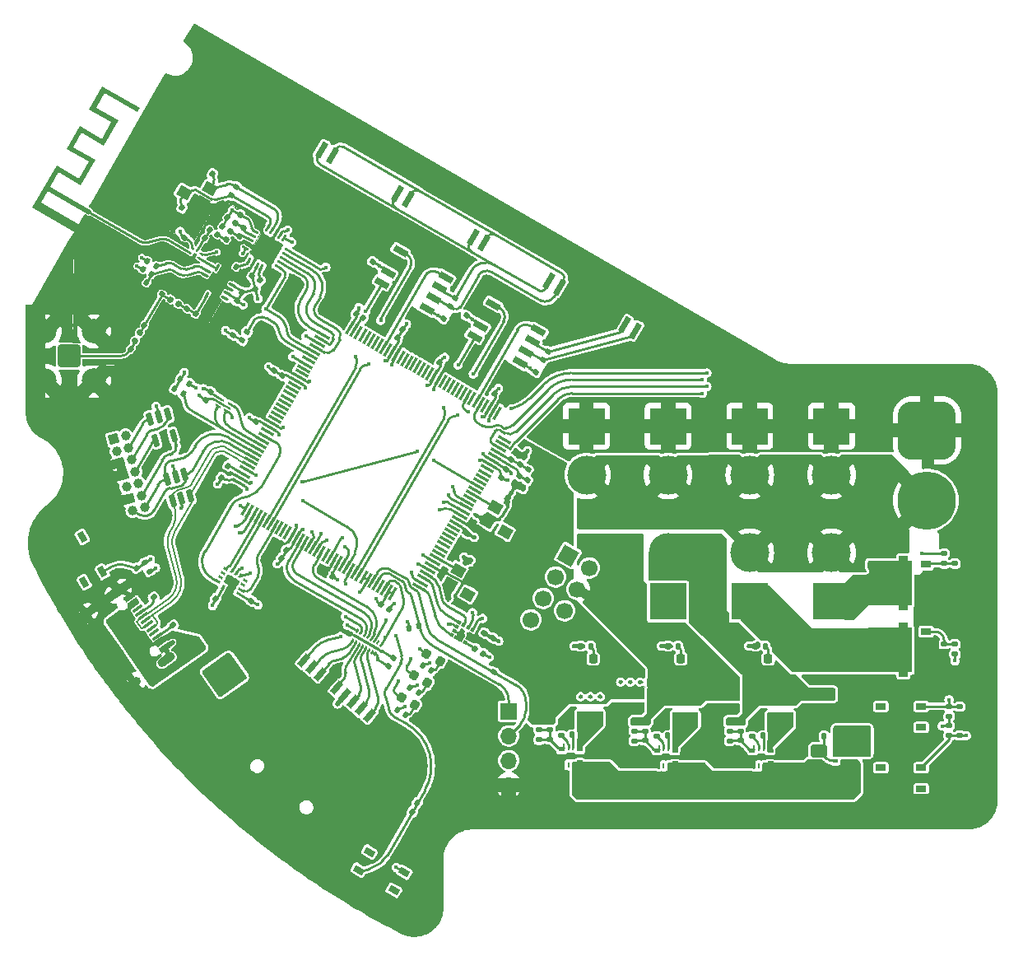
<source format=gbr>
%TF.GenerationSoftware,KiCad,Pcbnew,7.0.9*%
%TF.CreationDate,2024-01-30T02:49:12+00:00*%
%TF.ProjectId,main_PCB_v1,6d61696e-5f50-4434-925f-76312e6b6963,rev?*%
%TF.SameCoordinates,Original*%
%TF.FileFunction,Copper,L1,Top*%
%TF.FilePolarity,Positive*%
%FSLAX46Y46*%
G04 Gerber Fmt 4.6, Leading zero omitted, Abs format (unit mm)*
G04 Created by KiCad (PCBNEW 7.0.9) date 2024-01-30 02:49:12*
%MOMM*%
%LPD*%
G01*
G04 APERTURE LIST*
G04 Aperture macros list*
%AMRoundRect*
0 Rectangle with rounded corners*
0 $1 Rounding radius*
0 $2 $3 $4 $5 $6 $7 $8 $9 X,Y pos of 4 corners*
0 Add a 4 corners polygon primitive as box body*
4,1,4,$2,$3,$4,$5,$6,$7,$8,$9,$2,$3,0*
0 Add four circle primitives for the rounded corners*
1,1,$1+$1,$2,$3*
1,1,$1+$1,$4,$5*
1,1,$1+$1,$6,$7*
1,1,$1+$1,$8,$9*
0 Add four rect primitives between the rounded corners*
20,1,$1+$1,$2,$3,$4,$5,0*
20,1,$1+$1,$4,$5,$6,$7,0*
20,1,$1+$1,$6,$7,$8,$9,0*
20,1,$1+$1,$8,$9,$2,$3,0*%
%AMHorizOval*
0 Thick line with rounded ends*
0 $1 width*
0 $2 $3 position (X,Y) of the first rounded end (center of the circle)*
0 $4 $5 position (X,Y) of the second rounded end (center of the circle)*
0 Add line between two ends*
20,1,$1,$2,$3,$4,$5,0*
0 Add two circle primitives to create the rounded ends*
1,1,$1,$2,$3*
1,1,$1,$4,$5*%
%AMRotRect*
0 Rectangle, with rotation*
0 The origin of the aperture is its center*
0 $1 length*
0 $2 width*
0 $3 Rotation angle, in degrees counterclockwise*
0 Add horizontal line*
21,1,$1,$2,0,0,$3*%
%AMFreePoly0*
4,1,7,0.470000,-0.025000,0.114300,-0.025000,0.114300,-0.381000,-0.114300,-0.381000,-0.114300,0.381000,0.470000,0.381000,0.470000,-0.025000,0.470000,-0.025000,$1*%
%AMFreePoly1*
4,1,7,0.114300,0.025000,0.470000,0.025000,0.470000,-0.381000,-0.114300,-0.381000,-0.114300,0.381000,0.114300,0.381000,0.114300,0.025000,0.114300,0.025000,$1*%
%AMFreePoly2*
4,1,37,0.051036,2.778536,0.052500,2.775000,0.052500,2.285000,3.247500,2.285000,3.251036,2.283536,3.252500,2.280000,3.252500,1.530000,3.251036,1.526464,3.247500,1.525000,2.777500,1.525000,2.777500,-1.525000,3.247500,-1.525000,3.251036,-1.526464,3.252500,-1.530000,3.252500,-2.280000,3.251036,-2.283536,3.247500,-2.285000,0.052500,-2.285000,0.052500,-2.775000,0.051036,-2.778536,
0.047500,-2.780000,-0.857500,-2.780000,-0.861036,-2.778536,-0.862500,-2.775000,-0.862500,-2.285000,-1.282500,-2.285000,-1.286036,-2.283536,-1.287500,-2.280000,-1.287500,2.280000,-1.286036,2.283536,-1.282500,2.285000,-0.862500,2.285000,-0.862500,2.775000,-0.861036,2.778536,-0.857500,2.780000,0.047500,2.780000,0.051036,2.778536,0.051036,2.778536,$1*%
G04 Aperture macros list end*
%TA.AperFunction,SMDPad,CuDef*%
%ADD10RoundRect,0.140000X0.140000X0.170000X-0.140000X0.170000X-0.140000X-0.170000X0.140000X-0.170000X0*%
%TD*%
%TA.AperFunction,SMDPad,CuDef*%
%ADD11RoundRect,0.140000X-0.206244X-0.077224X0.036244X-0.217224X0.206244X0.077224X-0.036244X0.217224X0*%
%TD*%
%TA.AperFunction,SMDPad,CuDef*%
%ADD12RoundRect,0.218750X0.218750X0.256250X-0.218750X0.256250X-0.218750X-0.256250X0.218750X-0.256250X0*%
%TD*%
%TA.AperFunction,SMDPad,CuDef*%
%ADD13RotRect,0.650000X1.500000X60.000000*%
%TD*%
%TA.AperFunction,SMDPad,CuDef*%
%ADD14R,2.500000X1.500000*%
%TD*%
%TA.AperFunction,SMDPad,CuDef*%
%ADD15RotRect,0.375000X0.350000X150.000000*%
%TD*%
%TA.AperFunction,SMDPad,CuDef*%
%ADD16RotRect,0.375000X0.350000X60.000000*%
%TD*%
%TA.AperFunction,SMDPad,CuDef*%
%ADD17RoundRect,0.140000X0.077224X-0.206244X0.217224X0.036244X-0.077224X0.206244X-0.217224X-0.036244X0*%
%TD*%
%TA.AperFunction,SMDPad,CuDef*%
%ADD18RoundRect,0.135000X-0.209413X-0.092715X0.024413X-0.227715X0.209413X0.092715X-0.024413X0.227715X0*%
%TD*%
%TA.AperFunction,SMDPad,CuDef*%
%ADD19RoundRect,0.140000X-0.170000X0.140000X-0.170000X-0.140000X0.170000X-0.140000X0.170000X0.140000X0*%
%TD*%
%TA.AperFunction,SMDPad,CuDef*%
%ADD20R,1.050000X0.650000*%
%TD*%
%TA.AperFunction,SMDPad,CuDef*%
%ADD21RoundRect,0.135000X-0.092715X0.209413X-0.227715X-0.024413X0.092715X-0.209413X0.227715X0.024413X0*%
%TD*%
%TA.AperFunction,SMDPad,CuDef*%
%ADD22RoundRect,0.140000X0.170000X-0.140000X0.170000X0.140000X-0.170000X0.140000X-0.170000X-0.140000X0*%
%TD*%
%TA.AperFunction,SMDPad,CuDef*%
%ADD23RoundRect,0.140000X-0.077224X0.206244X-0.217224X-0.036244X0.077224X-0.206244X0.217224X0.036244X0*%
%TD*%
%TA.AperFunction,SMDPad,CuDef*%
%ADD24RoundRect,0.225000X-0.250000X0.225000X-0.250000X-0.225000X0.250000X-0.225000X0.250000X0.225000X0*%
%TD*%
%TA.AperFunction,SMDPad,CuDef*%
%ADD25RoundRect,0.135000X-0.185000X0.135000X-0.185000X-0.135000X0.185000X-0.135000X0.185000X0.135000X0*%
%TD*%
%TA.AperFunction,SMDPad,CuDef*%
%ADD26RoundRect,0.140000X-0.217224X0.036244X-0.077224X-0.206244X0.217224X-0.036244X0.077224X0.206244X0*%
%TD*%
%TA.AperFunction,SMDPad,CuDef*%
%ADD27RoundRect,0.150000X0.277534X-0.456214X0.012244X0.533860X-0.277534X0.456214X-0.012244X-0.533860X0*%
%TD*%
%TA.AperFunction,SMDPad,CuDef*%
%ADD28RoundRect,0.135000X0.092715X-0.209413X0.227715X0.024413X-0.092715X0.209413X-0.227715X-0.024413X0*%
%TD*%
%TA.AperFunction,SMDPad,CuDef*%
%ADD29RotRect,2.500000X2.500000X150.000000*%
%TD*%
%TA.AperFunction,SMDPad,CuDef*%
%ADD30RoundRect,0.062500X0.229127X0.271859X0.120873X0.334359X-0.229127X-0.271859X-0.120873X-0.334359X0*%
%TD*%
%TA.AperFunction,SMDPad,CuDef*%
%ADD31RoundRect,0.062500X0.334359X-0.120873X-0.271859X0.229127X-0.334359X0.120873X0.271859X-0.229127X0*%
%TD*%
%TA.AperFunction,SMDPad,CuDef*%
%ADD32RotRect,0.200000X0.510000X330.000000*%
%TD*%
%TA.AperFunction,SMDPad,CuDef*%
%ADD33RotRect,0.150000X0.330000X60.000000*%
%TD*%
%TA.AperFunction,SMDPad,CuDef*%
%ADD34RoundRect,0.225000X0.250000X-0.225000X0.250000X0.225000X-0.250000X0.225000X-0.250000X-0.225000X0*%
%TD*%
%TA.AperFunction,SMDPad,CuDef*%
%ADD35RoundRect,0.135000X-0.135000X-0.185000X0.135000X-0.185000X0.135000X0.185000X-0.135000X0.185000X0*%
%TD*%
%TA.AperFunction,ComponentPad*%
%ADD36HorizOval,1.700000X0.000000X0.000000X0.000000X0.000000X0*%
%TD*%
%TA.AperFunction,ComponentPad*%
%ADD37RotRect,1.700000X1.700000X330.000000*%
%TD*%
%TA.AperFunction,ComponentPad*%
%ADD38HorizOval,1.000000X0.000000X0.000000X0.000000X0.000000X0*%
%TD*%
%TA.AperFunction,ComponentPad*%
%ADD39RotRect,1.000000X1.000000X15.000000*%
%TD*%
%TA.AperFunction,ComponentPad*%
%ADD40RotRect,0.900000X0.500000X60.000000*%
%TD*%
%TA.AperFunction,ConnectorPad*%
%ADD41RotRect,0.500000X0.500000X60.000000*%
%TD*%
%TA.AperFunction,SMDPad,CuDef*%
%ADD42RoundRect,0.140000X0.206244X0.077224X-0.036244X0.217224X-0.206244X-0.077224X0.036244X-0.217224X0*%
%TD*%
%TA.AperFunction,SMDPad,CuDef*%
%ADD43RoundRect,0.147500X0.075639X-0.213989X0.223139X0.041489X-0.075639X0.213989X-0.223139X-0.041489X0*%
%TD*%
%TA.AperFunction,SMDPad,CuDef*%
%ADD44RotRect,0.990000X4.570000X60.000000*%
%TD*%
%TA.AperFunction,SMDPad,CuDef*%
%ADD45RotRect,0.990000X3.810000X60.000000*%
%TD*%
%TA.AperFunction,SMDPad,CuDef*%
%ADD46RotRect,0.990000X3.580000X330.000000*%
%TD*%
%TA.AperFunction,SMDPad,CuDef*%
%ADD47RotRect,0.990000X3.810000X330.000000*%
%TD*%
%TA.AperFunction,SMDPad,CuDef*%
%ADD48R,1.295400X0.355600*%
%TD*%
%TA.AperFunction,SMDPad,CuDef*%
%ADD49FreePoly0,180.000000*%
%TD*%
%TA.AperFunction,SMDPad,CuDef*%
%ADD50R,0.254000X0.609600*%
%TD*%
%TA.AperFunction,SMDPad,CuDef*%
%ADD51FreePoly1,0.000000*%
%TD*%
%TA.AperFunction,SMDPad,CuDef*%
%ADD52FreePoly0,0.000000*%
%TD*%
%TA.AperFunction,SMDPad,CuDef*%
%ADD53FreePoly1,180.000000*%
%TD*%
%TA.AperFunction,SMDPad,CuDef*%
%ADD54RoundRect,0.135000X0.185000X-0.135000X0.185000X0.135000X-0.185000X0.135000X-0.185000X-0.135000X0*%
%TD*%
%TA.AperFunction,SMDPad,CuDef*%
%ADD55RoundRect,0.135000X0.228976X-0.004474X0.074110X0.216697X-0.228976X0.004474X-0.074110X-0.216697X0*%
%TD*%
%TA.AperFunction,ComponentPad*%
%ADD56C,4.000000*%
%TD*%
%TA.AperFunction,ComponentPad*%
%ADD57R,3.800000X3.800000*%
%TD*%
%TA.AperFunction,SMDPad,CuDef*%
%ADD58RotRect,0.254000X0.482600X330.000000*%
%TD*%
%TA.AperFunction,SMDPad,CuDef*%
%ADD59RotRect,0.254000X0.482600X60.000000*%
%TD*%
%TA.AperFunction,SMDPad,CuDef*%
%ADD60RoundRect,0.250000X0.600000X-0.400000X0.600000X0.400000X-0.600000X0.400000X-0.600000X-0.400000X0*%
%TD*%
%TA.AperFunction,SMDPad,CuDef*%
%ADD61RotRect,1.000000X2.700000X150.000000*%
%TD*%
%TA.AperFunction,SMDPad,CuDef*%
%ADD62RotRect,0.600000X1.700000X150.000000*%
%TD*%
%TA.AperFunction,SMDPad,CuDef*%
%ADD63RotRect,1.750000X1.750000X240.000000*%
%TD*%
%TA.AperFunction,SMDPad,CuDef*%
%ADD64RotRect,0.300000X0.800000X240.000000*%
%TD*%
%TA.AperFunction,SMDPad,CuDef*%
%ADD65RotRect,0.300000X0.800000X330.000000*%
%TD*%
%TA.AperFunction,ComponentPad*%
%ADD66C,2.500000*%
%TD*%
%TA.AperFunction,ComponentPad*%
%ADD67RoundRect,0.200100X0.949900X-0.949900X0.949900X0.949900X-0.949900X0.949900X-0.949900X-0.949900X0*%
%TD*%
%TA.AperFunction,SMDPad,CuDef*%
%ADD68RoundRect,0.150000X-0.277534X0.456214X-0.012244X-0.533860X0.277534X-0.456214X0.012244X0.533860X0*%
%TD*%
%TA.AperFunction,SMDPad,CuDef*%
%ADD69RotRect,1.100000X2.400000X320.000000*%
%TD*%
%TA.AperFunction,SMDPad,CuDef*%
%ADD70RotRect,0.620000X1.400000X320.000000*%
%TD*%
%TA.AperFunction,ComponentPad*%
%ADD71O,1.700000X1.700000*%
%TD*%
%TA.AperFunction,ComponentPad*%
%ADD72R,1.700000X1.700000*%
%TD*%
%TA.AperFunction,SMDPad,CuDef*%
%ADD73RotRect,0.300000X1.475000X150.000000*%
%TD*%
%TA.AperFunction,SMDPad,CuDef*%
%ADD74RotRect,0.300000X1.475000X240.000000*%
%TD*%
%TA.AperFunction,SMDPad,CuDef*%
%ADD75RoundRect,0.135000X-0.082518X-0.213637X0.178282X-0.143756X0.082518X0.213637X-0.178282X0.143756X0*%
%TD*%
%TA.AperFunction,SMDPad,CuDef*%
%ADD76RotRect,1.300000X1.100000X150.000000*%
%TD*%
%TA.AperFunction,SMDPad,CuDef*%
%ADD77RoundRect,0.218750X0.317568X0.112544X-0.061318X0.331294X-0.317568X-0.112544X0.061318X-0.331294X0*%
%TD*%
%TA.AperFunction,SMDPad,CuDef*%
%ADD78RoundRect,0.135000X0.135000X0.185000X-0.135000X0.185000X-0.135000X-0.185000X0.135000X-0.185000X0*%
%TD*%
%TA.AperFunction,ComponentPad*%
%ADD79C,6.000000*%
%TD*%
%TA.AperFunction,ComponentPad*%
%ADD80RoundRect,1.500000X-1.500000X1.500000X-1.500000X-1.500000X1.500000X-1.500000X1.500000X1.500000X0*%
%TD*%
%TA.AperFunction,SMDPad,CuDef*%
%ADD81RoundRect,0.147500X-0.213989X-0.075639X0.041489X-0.223139X0.213989X0.075639X-0.041489X0.223139X0*%
%TD*%
%TA.AperFunction,SMDPad,CuDef*%
%ADD82RotRect,0.650000X1.050000X240.000000*%
%TD*%
%TA.AperFunction,ConnectorPad*%
%ADD83C,5.600000*%
%TD*%
%TA.AperFunction,ComponentPad*%
%ADD84C,3.600000*%
%TD*%
%TA.AperFunction,SMDPad,CuDef*%
%ADD85RoundRect,0.225000X0.436237X0.030782X0.178127X0.399400X-0.436237X-0.030782X-0.178127X-0.399400X0*%
%TD*%
%TA.AperFunction,SMDPad,CuDef*%
%ADD86RotRect,1.300000X1.100000X330.000000*%
%TD*%
%TA.AperFunction,SMDPad,CuDef*%
%ADD87RoundRect,0.135000X0.209413X0.092715X-0.024413X0.227715X-0.209413X-0.092715X0.024413X-0.227715X0*%
%TD*%
%TA.AperFunction,SMDPad,CuDef*%
%ADD88FreePoly2,180.000000*%
%TD*%
%TA.AperFunction,SMDPad,CuDef*%
%ADD89R,1.000000X0.750000*%
%TD*%
%TA.AperFunction,ComponentPad*%
%ADD90HorizOval,0.900000X-0.327661X-0.229431X0.327661X0.229431X0*%
%TD*%
%TA.AperFunction,ComponentPad*%
%ADD91HorizOval,0.900000X-0.450534X-0.315467X0.450534X0.315467X0*%
%TD*%
%TA.AperFunction,SMDPad,CuDef*%
%ADD92RotRect,0.300000X1.140000X305.000000*%
%TD*%
%TA.AperFunction,SMDPad,CuDef*%
%ADD93RotRect,0.600000X1.140000X305.000000*%
%TD*%
%TA.AperFunction,SMDPad,CuDef*%
%ADD94RotRect,0.650000X1.050000X30.000000*%
%TD*%
%TA.AperFunction,SMDPad,CuDef*%
%ADD95R,1.600000X1.050000*%
%TD*%
%TA.AperFunction,SMDPad,CuDef*%
%ADD96R,0.920000X0.285000*%
%TD*%
%TA.AperFunction,SMDPad,CuDef*%
%ADD97R,0.350000X0.400000*%
%TD*%
%TA.AperFunction,SMDPad,CuDef*%
%ADD98R,0.500000X0.400000*%
%TD*%
%TA.AperFunction,SMDPad,CuDef*%
%ADD99RotRect,0.300000X2.800000X240.000000*%
%TD*%
%TA.AperFunction,SMDPad,CuDef*%
%ADD100RotRect,0.200000X0.450000X150.000000*%
%TD*%
%TA.AperFunction,SMDPad,CuDef*%
%ADD101RoundRect,0.135000X-0.227715X0.024413X-0.092715X-0.209413X0.227715X-0.024413X0.092715X0.209413X0*%
%TD*%
%TA.AperFunction,SMDPad,CuDef*%
%ADD102RotRect,0.200000X0.600000X60.000000*%
%TD*%
%TA.AperFunction,SMDPad,CuDef*%
%ADD103RotRect,0.200000X1.600000X60.000000*%
%TD*%
%TA.AperFunction,ViaPad*%
%ADD104C,0.450000*%
%TD*%
%TA.AperFunction,Conductor*%
%ADD105C,0.250000*%
%TD*%
%TA.AperFunction,Conductor*%
%ADD106C,0.500000*%
%TD*%
%TA.AperFunction,Conductor*%
%ADD107C,0.252200*%
%TD*%
%TA.AperFunction,Conductor*%
%ADD108C,0.200000*%
%TD*%
G04 APERTURE END LIST*
%TA.AperFunction,EtchedComponent*%
%TO.C,AE401*%
G36*
X115787172Y-54964918D02*
G01*
X115537172Y-55397931D01*
X112125032Y-53427931D01*
X111275032Y-54900174D01*
X113561339Y-56220174D01*
X112061339Y-58818250D01*
X109775032Y-57498250D01*
X108925032Y-58970493D01*
X111211339Y-60290493D01*
X109711339Y-62888569D01*
X107425032Y-61568569D01*
X106575032Y-63040813D01*
X110818556Y-65490813D01*
X110568556Y-65923825D01*
X106325032Y-63473825D01*
X105625032Y-64686261D01*
X109868556Y-67136261D01*
X109418556Y-67915684D01*
X109207926Y-67794076D01*
X108552736Y-67415802D01*
X109276245Y-67415802D01*
X109290619Y-67464446D01*
X109319581Y-67503870D01*
X109359134Y-67532175D01*
X109405286Y-67547458D01*
X109454042Y-67547815D01*
X109501405Y-67531348D01*
X109509132Y-67526673D01*
X109540949Y-67495780D01*
X109564565Y-67453389D01*
X109576151Y-67407522D01*
X109576265Y-67386098D01*
X109562573Y-67339345D01*
X109533721Y-67298948D01*
X109494096Y-67268529D01*
X109448082Y-67251709D01*
X109411727Y-67250227D01*
X109365804Y-67264428D01*
X109325746Y-67293620D01*
X109295260Y-67333275D01*
X109278050Y-67378863D01*
X109276245Y-67415802D01*
X108552736Y-67415802D01*
X104742019Y-65215684D01*
X107242019Y-60885557D01*
X109528326Y-62205557D01*
X110528326Y-60473506D01*
X108242019Y-59153506D01*
X109592019Y-56815237D01*
X111878326Y-58135237D01*
X112878326Y-56403187D01*
X110592019Y-55083187D01*
X111942019Y-52744918D01*
X115787172Y-54964918D01*
G37*
%TD.AperFunction*%
%TD*%
D10*
%TO.P,C312,2*%
%TO.N,/Power/BOOT_5V*%
X170088779Y-119491547D03*
%TO.P,C312,1*%
%TO.N,/Power/SW_5V*%
X171048779Y-119491547D03*
%TD*%
D11*
%TO.P,C410,2*%
%TO.N,GND*%
X120969689Y-65693539D03*
%TO.P,C410,1*%
%TO.N,/Wireless/XC1*%
X120138305Y-65213539D03*
%TD*%
D12*
%TO.P,D302,2,A*%
%TO.N,+5V*%
X169861417Y-111572770D03*
%TO.P,D302,1,K*%
%TO.N,/Power/LED5V*%
X171436417Y-111572770D03*
%TD*%
D13*
%TO.P,IC202,8,S*%
%TO.N,/Microcontroller/CAN1_SILENT*%
X147292773Y-72340620D03*
%TO.P,IC202,7,CANH*%
%TO.N,/Microcontroller/CAN1_H*%
X146657773Y-73440472D03*
%TO.P,IC202,6,CANL*%
%TO.N,/Microcontroller/CAN1_L*%
X146022773Y-74540324D03*
%TO.P,IC202,5,VIO*%
%TO.N,+3.3V*%
X145387773Y-75640176D03*
%TO.P,IC202,4,RXD*%
%TO.N,/Microcontroller/CAN1_RX*%
X140711235Y-72940176D03*
%TO.P,IC202,3,VCC*%
%TO.N,+5V*%
X141346235Y-71840324D03*
%TO.P,IC202,2,GND*%
%TO.N,GND*%
X141981235Y-70740472D03*
%TO.P,IC202,1,TXD*%
%TO.N,/Microcontroller/CAN1_TX*%
X142616235Y-69640620D03*
%TD*%
D14*
%TO.P,L305,2*%
%TO.N,+5V*%
X171968782Y-114141549D03*
%TO.P,L305,1*%
%TO.N,/Power/SW_5V*%
X171968782Y-117841549D03*
%TD*%
D15*
%TO.P,U206,12,GND*%
%TO.N,GND*%
X148165630Y-108703789D03*
%TO.P,U206,11,SDA/SDI/SDO*%
%TO.N,/Microcontroller/SPI4_MOSI*%
X148415630Y-108270777D03*
D16*
%TO.P,U206,10,~{CS}*%
%TO.N,/Microcontroller/SPI4_CS*%
X148682705Y-107833189D03*
%TO.P,U206,9,SDO/SA1*%
%TO.N,/Microcontroller/SPI4_MISO*%
X149115718Y-108083189D03*
%TO.P,U206,8,DRDY*%
%TO.N,/Microcontroller/MAG_DRDY*%
X149548730Y-108333189D03*
%TO.P,U206,7,INT*%
%TO.N,/Microcontroller/MAG_INT*%
X149981743Y-108583189D03*
D15*
%TO.P,U206,6,Vdd_IO*%
%TO.N,+3.3V*%
X149736318Y-109033277D03*
%TO.P,U206,5,Vdd*%
X149486318Y-109466289D03*
D16*
%TO.P,U206,4,C1*%
%TO.N,/Microcontroller/MAG_C1*%
X149219243Y-109903877D03*
%TO.P,U206,3,GND*%
%TO.N,GND*%
X148786230Y-109653877D03*
%TO.P,U206,2,GND*%
X148353218Y-109403877D03*
%TO.P,U206,1,SCL/SPC*%
%TO.N,/Microcontroller/SPI4_SCK*%
X147920205Y-109153877D03*
%TD*%
D17*
%TO.P,C218,2*%
%TO.N,GND*%
X153443858Y-92086622D03*
%TO.P,C218,1*%
%TO.N,+3.3V*%
X152963858Y-92918006D03*
%TD*%
%TO.P,C206,2*%
%TO.N,GND*%
X130953034Y-81641879D03*
%TO.P,C206,1*%
%TO.N,+3.3V*%
X130473034Y-82473263D03*
%TD*%
%TO.P,C222,2*%
%TO.N,GND*%
X141884052Y-111508802D03*
%TO.P,C222,1*%
%TO.N,+3.3V*%
X141404052Y-112340186D03*
%TD*%
D18*
%TO.P,R211,2*%
%TO.N,/Microcontroller/LEDR_K*%
X144477636Y-115061577D03*
%TO.P,R211,1*%
%TO.N,GND*%
X143594290Y-114551577D03*
%TD*%
D19*
%TO.P,C204,2*%
%TO.N,GND*%
X200142365Y-117461550D03*
%TO.P,C204,1*%
%TO.N,/Microcontroller/BTN1*%
X200142365Y-116501550D03*
%TD*%
D18*
%TO.P,R214,2*%
%TO.N,/Microcontroller/I2C3_SCL*%
X120280095Y-84347957D03*
%TO.P,R214,1*%
%TO.N,+3.3V*%
X119396749Y-83837957D03*
%TD*%
D20*
%TO.P,S201,4,COM_2*%
%TO.N,unconnected-(S201-COM_2-Pad4)*%
X196182758Y-118629686D03*
%TO.P,S201,3,COM_1*%
%TO.N,GND*%
X192032758Y-118629686D03*
%TO.P,S201,2,NO_2*%
%TO.N,/Microcontroller/BTN1*%
X196182758Y-116479686D03*
%TO.P,S201,1,NO_1*%
%TO.N,unconnected-(S201-NO_1-Pad1)*%
X192032758Y-116479686D03*
%TD*%
D21*
%TO.P,R204,2*%
%TO.N,/Microcontroller/I2C1_SCL*%
X152244502Y-112963982D03*
%TO.P,R204,1*%
%TO.N,+3.3V*%
X152754502Y-112080636D03*
%TD*%
D18*
%TO.P,R404,2*%
%TO.N,/Wireless/RXEN*%
X116985863Y-72053726D03*
%TO.P,R404,1*%
%TO.N,/Microcontroller/NRF24_CE*%
X116102517Y-71543726D03*
%TD*%
D22*
%TO.P,C302,2*%
%TO.N,GND*%
X181868779Y-121711548D03*
%TO.P,C302,1*%
%TO.N,VSYS*%
X181868779Y-122671548D03*
%TD*%
D10*
%TO.P,C304,2*%
%TO.N,/Power/BOOT_12V*%
X179888779Y-119491549D03*
%TO.P,C304,1*%
%TO.N,/Power/SW_12V*%
X180848779Y-119491549D03*
%TD*%
D23*
%TO.P,C229,2*%
%TO.N,GND*%
X126794056Y-106445437D03*
%TO.P,C229,1*%
%TO.N,+3.3V*%
X127274056Y-105614053D03*
%TD*%
%TO.P,C408,2*%
%TO.N,+3.3V*%
X120393179Y-68282080D03*
%TO.P,C408,1*%
%TO.N,GND*%
X120873179Y-67450696D03*
%TD*%
D24*
%TO.P,C319,2*%
%TO.N,GND*%
X165468782Y-116666547D03*
%TO.P,C319,1*%
%TO.N,+3.3V*%
X165468782Y-115116547D03*
%TD*%
D25*
%TO.P,R309,2*%
%TO.N,GND*%
X167768782Y-121001550D03*
%TO.P,R309,1*%
%TO.N,/Power/FV_5V*%
X167768782Y-119981550D03*
%TD*%
D26*
%TO.P,C203,2*%
%TO.N,GND*%
X115906182Y-103068262D03*
%TO.P,C203,1*%
%TO.N,/Microcontroller/NRST*%
X115426182Y-102236878D03*
%TD*%
D25*
%TO.P,R312,2*%
%TO.N,/Microcontroller/TRIG1*%
X199642364Y-111101543D03*
%TO.P,R312,1*%
%TO.N,/Power/TRIG1_G*%
X199642364Y-110081543D03*
%TD*%
D27*
%TO.P,U202,6,I/O4*%
%TO.N,/Microcontroller/SWDIO*%
X116836191Y-86940795D03*
%TO.P,U202,5,VBUS*%
%TO.N,+3.3V*%
X117753820Y-86694917D03*
%TO.P,U202,4,I/O3*%
%TO.N,/Microcontroller/SWCLK*%
X118671450Y-86449039D03*
%TO.P,U202,3,I/O2*%
%TO.N,/Microcontroller/NRST*%
X119260263Y-88646521D03*
%TO.P,U202,2,GND*%
%TO.N,GND*%
X118342634Y-88892399D03*
%TO.P,U202,1,I/O1*%
%TO.N,/Microcontroller/SWO*%
X117425004Y-89138277D03*
%TD*%
D19*
%TO.P,C308,2*%
%TO.N,/Power/FV_3V3*%
X156868780Y-118891548D03*
%TO.P,C308,1*%
%TO.N,+3.3V*%
X156868780Y-117931548D03*
%TD*%
D28*
%TO.P,R407,2*%
%TO.N,GND*%
X125888864Y-77413272D03*
%TO.P,R407,1*%
%TO.N,/Wireless/VCTL*%
X125378864Y-78296618D03*
%TD*%
D29*
%TO.P,U401,21,VSS*%
%TO.N,GND*%
X128824779Y-69478121D03*
D30*
%TO.P,U401,20,VSS*%
X128722054Y-71656045D03*
%TO.P,U401,19,DVDD*%
%TO.N,/Wireless/DVDD*%
X128289042Y-71406045D03*
%TO.P,U401,18,VDD*%
%TO.N,+3.3V*%
X127856029Y-71156045D03*
%TO.P,U401,17,VSS*%
%TO.N,GND*%
X127423016Y-70906045D03*
%TO.P,U401,16,IREF*%
%TO.N,/Wireless/IREF*%
X126990004Y-70656045D03*
D31*
%TO.P,U401,15,VDD*%
%TO.N,+3.3V*%
X126646855Y-69375396D03*
%TO.P,U401,14,VSS*%
%TO.N,GND*%
X126896855Y-68942384D03*
%TO.P,U401,13,ANT2*%
%TO.N,/Wireless/ANT2*%
X127146855Y-68509371D03*
%TO.P,U401,12,ANT1*%
%TO.N,/Wireless/ANT1*%
X127396855Y-68076358D03*
%TO.P,U401,11,VDD_PA*%
%TO.N,/Wireless/VDD_PA*%
X127646855Y-67643346D03*
D30*
%TO.P,U401,10,XC1*%
%TO.N,/Wireless/XC1*%
X128927504Y-67300197D03*
%TO.P,U401,9,XC2*%
%TO.N,/Wireless/XC2*%
X129360516Y-67550197D03*
%TO.P,U401,8,VSS*%
%TO.N,GND*%
X129793529Y-67800197D03*
%TO.P,U401,7,VDD*%
%TO.N,+3.3V*%
X130226542Y-68050197D03*
%TO.P,U401,6,IRQ*%
%TO.N,/Microcontroller/NRF24_IRQ*%
X130659554Y-68300197D03*
D31*
%TO.P,U401,5,MISO*%
%TO.N,/Microcontroller/SPI2.MISO*%
X131002703Y-69580846D03*
%TO.P,U401,4,MOSI*%
%TO.N,/Microcontroller/SPI2.MOSI*%
X130752703Y-70013858D03*
%TO.P,U401,3,SCK*%
%TO.N,/Microcontroller/SPI2.SCK*%
X130502703Y-70446871D03*
%TO.P,U401,2,CSN*%
%TO.N,/Microcontroller/SPI2.CS*%
X130252703Y-70879884D03*
%TO.P,U401,1,CE*%
%TO.N,/Microcontroller/NRF24_CE*%
X130002703Y-71312896D03*
%TD*%
D32*
%TO.P,S401,6,RFC*%
%TO.N,/Wireless/RFC*%
X121757028Y-69519828D03*
D33*
%TO.P,S401,5,VCTL*%
%TO.N,/Wireless/VCTL*%
X122087050Y-69918213D03*
%TO.P,S401,4,RF2*%
%TO.N,/Wireless/RF2*%
X121837050Y-70351225D03*
D32*
%TO.P,S401,3,GND*%
%TO.N,GND*%
X121327028Y-70264610D03*
D33*
%TO.P,S401,2,RF1*%
%TO.N,/Wireless/ANT_PCB*%
X120997006Y-69866225D03*
%TO.P,S401,1,VDD*%
%TO.N,+3.3V*%
X121247006Y-69433213D03*
%TD*%
D17*
%TO.P,C228,2*%
%TO.N,GND*%
X151223028Y-108933225D03*
%TO.P,C228,1*%
%TO.N,+3.3V*%
X150743028Y-109764609D03*
%TD*%
D22*
%TO.P,C321,2*%
%TO.N,GND*%
X172068777Y-121711542D03*
%TO.P,C321,1*%
%TO.N,VSYS*%
X172068777Y-122671542D03*
%TD*%
D34*
%TO.P,C301,2*%
%TO.N,GND*%
X183268781Y-121416547D03*
%TO.P,C301,1*%
%TO.N,VSYS*%
X183268781Y-122966547D03*
%TD*%
D25*
%TO.P,R301,2*%
%TO.N,/Power/FV_12V*%
X177568781Y-119001549D03*
%TO.P,R301,1*%
%TO.N,+12V*%
X177568781Y-117981549D03*
%TD*%
D35*
%TO.P,R303,2*%
%TO.N,/Power/LED12V*%
X180158917Y-110272763D03*
%TO.P,R303,1*%
%TO.N,GND*%
X179138917Y-110272763D03*
%TD*%
D34*
%TO.P,C313,2*%
%TO.N,GND*%
X173468783Y-121416545D03*
%TO.P,C313,1*%
%TO.N,VSYS*%
X173468783Y-122966545D03*
%TD*%
D36*
%TO.P,J204,8,Pin_8*%
%TO.N,+3.3V*%
X158227886Y-108832266D03*
%TO.P,J204,7,Pin_7*%
%TO.N,GND*%
X156028181Y-107562266D03*
%TO.P,J204,6,Pin_6*%
%TO.N,/Microcontroller/GPIO4*%
X159497886Y-106632561D03*
%TO.P,J204,5,Pin_5*%
%TO.N,/Microcontroller/GPIO3*%
X157298181Y-105362561D03*
%TO.P,J204,4,Pin_4*%
%TO.N,+5V*%
X160767886Y-104432857D03*
%TO.P,J204,3,Pin_3*%
%TO.N,GND*%
X158568181Y-103162857D03*
%TO.P,J204,2,Pin_2*%
%TO.N,/Microcontroller/GPIO2*%
X162037886Y-102233152D03*
D37*
%TO.P,J204,1,Pin_1*%
%TO.N,/Microcontroller/GPIO1*%
X159838181Y-100963152D03*
%TD*%
D17*
%TO.P,C208,2*%
%TO.N,GND*%
X130087007Y-81141884D03*
%TO.P,C208,1*%
%TO.N,+3.3V*%
X129607007Y-81973268D03*
%TD*%
D38*
%TO.P,J205,14,VCP_TX*%
%TO.N,/Microcontroller/USART1_TX*%
X116297724Y-96013774D03*
%TO.P,J205,13,VCP_RX*%
%TO.N,/Microcontroller/USART1_RX*%
X115070998Y-96342474D03*
%TO.P,J205,12,~{RST}*%
%TO.N,/Microcontroller/NRST*%
X115969024Y-94787048D03*
%TO.P,J205,11,GNDDetect*%
%TO.N,GND*%
X114742298Y-95115748D03*
%TO.P,J205,10,JTDI/NC*%
%TO.N,unconnected-(J205-JTDI{slash}NC-Pad10)*%
X115640324Y-93560322D03*
%TO.P,J205,9,JRCLK/NC*%
%TO.N,unconnected-(J205-JRCLK{slash}NC-Pad9)*%
X114413598Y-93889022D03*
%TO.P,J205,8,JTDO/SWO*%
%TO.N,/Microcontroller/SWO*%
X115311623Y-92333596D03*
%TO.P,J205,7,GND*%
%TO.N,GND*%
X114084898Y-92662296D03*
%TO.P,J205,6,JCLK/SWCLK*%
%TO.N,/Microcontroller/SWCLK*%
X114982923Y-91106870D03*
%TO.P,J205,5,GND*%
%TO.N,GND*%
X113756197Y-91435571D03*
%TO.P,J205,4,JTMS/SWDIO*%
%TO.N,/Microcontroller/SWDIO*%
X114654223Y-89880145D03*
%TO.P,J205,3,VCC*%
%TO.N,+3.3V*%
X113427497Y-90208845D03*
%TO.P,J205,2,NC*%
%TO.N,unconnected-(J205-NC-Pad2)*%
X114325523Y-88653419D03*
D39*
%TO.P,J205,1,NC*%
%TO.N,unconnected-(J205-NC-Pad1)*%
X113098797Y-88982119D03*
%TD*%
D18*
%TO.P,R401,2*%
%TO.N,GND*%
X126590623Y-71767797D03*
%TO.P,R401,1*%
%TO.N,/Wireless/IREF*%
X125707277Y-71257797D03*
%TD*%
D40*
%TO.P,AE401,2,Shield*%
%TO.N,GND*%
X109427050Y-67400972D03*
D41*
%TO.P,AE401,1,A*%
%TO.N,/Wireless/ANT_PCB*%
X110477050Y-65582319D03*
%TD*%
D42*
%TO.P,C417,2*%
%TO.N,/Wireless/ANT_SMA*%
X114859258Y-79717124D03*
%TO.P,C417,1*%
%TO.N,GND*%
X115690642Y-80197124D03*
%TD*%
D25*
%TO.P,R302,2*%
%TO.N,GND*%
X177568783Y-121001547D03*
%TO.P,R302,1*%
%TO.N,/Power/FV_12V*%
X177568783Y-119981547D03*
%TD*%
D43*
%TO.P,L401,2*%
%TO.N,/Wireless/ANT2*%
X125141579Y-67657618D03*
%TO.P,L401,1*%
%TO.N,/Wireless/ANT2_50*%
X124656579Y-68497662D03*
%TD*%
D44*
%TO.P,SH401,12,12*%
%TO.N,GND*%
X122568916Y-59613590D03*
D45*
%TO.P,SH401,11,11*%
X128081168Y-62796090D03*
D44*
%TO.P,SH401,10,10*%
X133610740Y-65988590D03*
D46*
%TO.P,SH401,9,9*%
X134018425Y-68862458D03*
D47*
%TO.P,SH401,8,8*%
X131083425Y-73946027D03*
D46*
%TO.P,SH401,7,7*%
X128138425Y-79046916D03*
D44*
%TO.P,SH401,6,6*%
X125445740Y-80130784D03*
D45*
%TO.P,SH401,5,5*%
X119916168Y-76938284D03*
D44*
%TO.P,SH401,4,4*%
X114403916Y-73755784D03*
D46*
%TO.P,SH401,3,3*%
X113996231Y-70881916D03*
D47*
%TO.P,SH401,2,2*%
X116941231Y-65781027D03*
D46*
%TO.P,SH401,1,1*%
X119876231Y-60697458D03*
%TD*%
D21*
%TO.P,R209,2*%
%TO.N,/Microcontroller/CAN1_L*%
X147730722Y-75382072D03*
%TO.P,R209,1*%
%TO.N,/Microcontroller/CAN1_H*%
X148240722Y-74498726D03*
%TD*%
D23*
%TO.P,C414,2*%
%TO.N,/Wireless/ANT_F1*%
X120670677Y-75601440D03*
%TO.P,C414,1*%
%TO.N,GND*%
X121150677Y-74770056D03*
%TD*%
D42*
%TO.P,C407,2*%
%TO.N,/Wireless/DVDD*%
X128158128Y-72672800D03*
%TO.P,C407,1*%
%TO.N,GND*%
X128989512Y-73152800D03*
%TD*%
D48*
%TO.P,U301,9,GND*%
%TO.N,GND*%
X169368780Y-121691548D03*
D49*
%TO.P,U301,8,VOUT/FB*%
%TO.N,/Power/FV_5V*%
X169190980Y-120866048D03*
D50*
%TO.P,U301,7,VCC*%
%TO.N,/Power/VCC_5V*%
X169673580Y-120789848D03*
%TO.P,U301,6,BOOT*%
%TO.N,/Power/BOOT_5V*%
X170168880Y-120789848D03*
D51*
%TO.P,U301,5,SW*%
%TO.N,/Power/SW_5V*%
X170651480Y-120866048D03*
D52*
%TO.P,U301,4,VIN*%
%TO.N,VSYS*%
X170651480Y-122517048D03*
D50*
%TO.P,U301,3,EN/UVLO*%
X170168880Y-122593248D03*
%TO.P,U301,2,PGOOD*%
%TO.N,unconnected-(U301-PGOOD-Pad2)*%
X169673580Y-122593248D03*
D53*
%TO.P,U301,1,MODE/SYNC*%
%TO.N,GND*%
X169190980Y-122517048D03*
%TD*%
D14*
%TO.P,L301,2*%
%TO.N,+12V*%
X181768782Y-114141547D03*
%TO.P,L301,1*%
%TO.N,/Power/SW_12V*%
X181768782Y-117841547D03*
%TD*%
D24*
%TO.P,C320,2*%
%TO.N,GND*%
X167068782Y-116666544D03*
%TO.P,C320,1*%
%TO.N,+3.3V*%
X167068782Y-115116544D03*
%TD*%
D21*
%TO.P,R208,2*%
%TO.N,/Microcontroller/CAN2_L*%
X157257002Y-80882070D03*
%TO.P,R208,1*%
%TO.N,/Microcontroller/CAN2_H*%
X157767002Y-79998724D03*
%TD*%
D25*
%TO.P,R310,2*%
%TO.N,/Power/FV_3V3*%
X157968779Y-118901550D03*
%TO.P,R310,1*%
%TO.N,+3.3V*%
X157968779Y-117881550D03*
%TD*%
D24*
%TO.P,C314,2*%
%TO.N,GND*%
X175268778Y-116766547D03*
%TO.P,C314,1*%
%TO.N,+5V*%
X175268778Y-115216547D03*
%TD*%
D42*
%TO.P,C401,2*%
%TO.N,+3.3V*%
X127658128Y-73538823D03*
%TO.P,C401,1*%
%TO.N,GND*%
X128489512Y-74018823D03*
%TD*%
D24*
%TO.P,C315,2*%
%TO.N,GND*%
X176868784Y-116766549D03*
%TO.P,C315,1*%
%TO.N,+5V*%
X176868784Y-115216549D03*
%TD*%
D17*
%TO.P,C207,2*%
%TO.N,GND*%
X128203031Y-86405017D03*
%TO.P,C207,1*%
%TO.N,+3.3V*%
X127723031Y-87236401D03*
%TD*%
D11*
%TO.P,C225,2*%
%TO.N,GND*%
X124424879Y-105908977D03*
%TO.P,C225,1*%
%TO.N,+3.3V*%
X123593495Y-105428977D03*
%TD*%
D28*
%TO.P,R402,2*%
%TO.N,/Wireless/XC2*%
X125720228Y-63055357D03*
%TO.P,R402,1*%
%TO.N,/Wireless/XC1*%
X125210228Y-63938703D03*
%TD*%
D54*
%TO.P,R313,2*%
%TO.N,/Microcontroller/TRIG2*%
X198542362Y-100781548D03*
%TO.P,R313,1*%
%TO.N,/Power/TRIG2_G*%
X198542362Y-101801548D03*
%TD*%
D11*
%TO.P,C231,2*%
%TO.N,GND*%
X151131730Y-111051353D03*
%TO.P,C231,1*%
%TO.N,/Microcontroller/MAG_C1*%
X150300346Y-110571353D03*
%TD*%
D55*
%TO.P,R201,2*%
%TO.N,GND*%
X116622660Y-104426358D03*
%TO.P,R201,1*%
%TO.N,/Microcontroller/CC1*%
X117207708Y-105261894D03*
%TD*%
D24*
%TO.P,C305,2*%
%TO.N,GND*%
X186668779Y-116766549D03*
%TO.P,C305,1*%
%TO.N,+12V*%
X186668779Y-115216549D03*
%TD*%
D23*
%TO.P,C235,2*%
%TO.N,GND*%
X154312897Y-93581407D03*
%TO.P,C235,1*%
%TO.N,/Microcontroller/VREF+*%
X154792897Y-92750023D03*
%TD*%
D34*
%TO.P,C316,2*%
%TO.N,GND*%
X163668779Y-121316552D03*
%TO.P,C316,1*%
%TO.N,VSYS*%
X163668779Y-122866552D03*
%TD*%
D42*
%TO.P,C238,2*%
%TO.N,GND*%
X124041122Y-91253662D03*
%TO.P,C238,1*%
%TO.N,/Microcontroller/VCAP2*%
X124872506Y-91733662D03*
%TD*%
D12*
%TO.P,D304,2,A*%
%TO.N,+3.3V*%
X160861419Y-111572766D03*
%TO.P,D304,1,K*%
%TO.N,/Power/LED3V3*%
X162436419Y-111572766D03*
%TD*%
D56*
%TO.P,J310,2,Pin_2*%
%TO.N,VBAT*%
X186942364Y-100691544D03*
D57*
%TO.P,J310,1,Pin_1*%
%TO.N,/Power/TRIG2_D*%
X186942364Y-105691544D03*
%TD*%
D58*
%TO.P,U204,14,SDX*%
%TO.N,/Microcontroller/SPI3_MOSI*%
X125295724Y-102540628D03*
%TO.P,U204,13,SCX*%
%TO.N,/Microcontroller/SPI3_SCK*%
X125728736Y-102790628D03*
%TO.P,U204,12,CSB*%
%TO.N,/Microcontroller/SPI3_CS*%
X126161748Y-103040627D03*
D59*
%TO.P,U204,11,OSDO*%
%TO.N,unconnected-(U204-OSDO-Pad11)*%
X126672346Y-103569247D03*
%TO.P,U204,10,OCSB*%
%TO.N,unconnected-(U204-OCSB-Pad10)*%
X126422346Y-104002261D03*
%TO.P,U204,9,INT2*%
%TO.N,/Microcontroller/IMU_INT2*%
X126172346Y-104435273D03*
%TO.P,U204,8,VDD*%
%TO.N,+3.3V*%
X125922345Y-104868287D03*
D58*
%TO.P,U204,7,GND*%
%TO.N,GND*%
X125209248Y-104690406D03*
%TO.P,U204,6,GNDIO*%
X124776236Y-104440406D03*
%TO.P,U204,5,VDDIO*%
%TO.N,+3.3V*%
X124343224Y-104190407D03*
D59*
%TO.P,U204,4,INT1*%
%TO.N,/Microcontroller/IMU_INT1*%
X123832626Y-103661787D03*
%TO.P,U204,3,ASCX*%
%TO.N,unconnected-(U204-ASCX-Pad3)*%
X124082626Y-103228773D03*
%TO.P,U204,2,ASDX*%
%TO.N,unconnected-(U204-ASDX-Pad2)*%
X124332626Y-102795761D03*
%TO.P,U204,1,SDO*%
%TO.N,/Microcontroller/SPI3_MISO*%
X124582627Y-102362747D03*
%TD*%
D43*
%TO.P,L404,2*%
%TO.N,/Wireless/VDD_PA*%
X126141576Y-65925569D03*
%TO.P,L404,1*%
%TO.N,/Wireless/ANT1*%
X125656576Y-66765613D03*
%TD*%
D60*
%TO.P,D303,2,A*%
%TO.N,/Power/RP_PMOS_G*%
X185668780Y-121047588D03*
%TO.P,D303,1,K*%
%TO.N,VSYS*%
X185668780Y-124547588D03*
%TD*%
D61*
%TO.P,J212,4,4*%
%TO.N,GND*%
X169965672Y-76020013D03*
%TO.P,J212,3,3*%
X165678846Y-73545013D03*
D62*
%TO.P,J212,2,2*%
%TO.N,/Microcontroller/CAN2_H*%
X165680993Y-77241294D03*
%TO.P,J212,1,1*%
%TO.N,/Microcontroller/CAN2_L*%
X166763525Y-77866294D03*
%TD*%
D43*
%TO.P,L403,2*%
%TO.N,/Wireless/ANT1*%
X126507600Y-67291591D03*
%TO.P,L403,1*%
%TO.N,/Wireless/ANT2*%
X126022600Y-68131635D03*
%TD*%
D63*
%TO.P,U402,17,GND_6*%
%TO.N,GND*%
X123636514Y-73064463D03*
D64*
%TO.P,U402,16,VDD_2*%
%TO.N,+3.3V*%
X125310552Y-73164944D03*
%TO.P,U402,15,N/C_4*%
%TO.N,GND*%
X125060552Y-73597957D03*
%TO.P,U402,14,VDD_1*%
%TO.N,+3.3V*%
X124810552Y-74030969D03*
%TO.P,U402,13,DNC*%
%TO.N,unconnected-(U402-DNC-Pad13)*%
X124560552Y-74463982D03*
D65*
%TO.P,U402,12,N/C_3*%
%TO.N,GND*%
X123536033Y-74738501D03*
%TO.P,U402,11,GND_5*%
X123103020Y-74488501D03*
%TO.P,U402,10,ANT*%
%TO.N,/Wireless/ANT_F1*%
X122670008Y-74238501D03*
%TO.P,U402,9,GND_4*%
%TO.N,GND*%
X122236995Y-73988501D03*
D64*
%TO.P,U402,8,GND_3*%
X121962476Y-72963982D03*
%TO.P,U402,7,N/C_2*%
X122212476Y-72530969D03*
%TO.P,U402,6,RXEN*%
%TO.N,/Wireless/RXEN*%
X122462476Y-72097957D03*
%TO.P,U402,5,TXEN*%
%TO.N,/Wireless/TXEN*%
X122712476Y-71664944D03*
D65*
%TO.P,U402,4,TXRX*%
%TO.N,/Wireless/RF2*%
X123736995Y-71390425D03*
%TO.P,U402,3,GND_2*%
%TO.N,GND*%
X124170008Y-71640425D03*
%TO.P,U402,2,GND_1*%
X124603020Y-71890425D03*
%TO.P,U402,1,N/C_1*%
X125036033Y-72140425D03*
%TD*%
D66*
%TO.P,J401,2,Ext*%
%TO.N,GND*%
X111082523Y-77918018D03*
X106002523Y-77918018D03*
X111082523Y-82998018D03*
X106002523Y-82998018D03*
D67*
%TO.P,J401,1,In*%
%TO.N,/Wireless/ANT_SMA*%
X108542523Y-80458018D03*
%TD*%
D68*
%TO.P,U203,6,I/O4*%
%TO.N,/Microcontroller/USB_DP*%
X120993978Y-94843637D03*
%TO.P,U203,5,VBUS*%
%TO.N,VBUS*%
X120076349Y-95089515D03*
%TO.P,U203,4,I/O3*%
%TO.N,/Microcontroller/USB_DN*%
X119158719Y-95335393D03*
%TO.P,U203,3,I/O2*%
%TO.N,/Microcontroller/USART1_TX*%
X118569906Y-93137911D03*
%TO.P,U203,2,GND*%
%TO.N,GND*%
X119487535Y-92892033D03*
%TO.P,U203,1,I/O1*%
%TO.N,/Microcontroller/USART1_RX*%
X120405165Y-92646155D03*
%TD*%
D42*
%TO.P,C202,2*%
%TO.N,GND*%
X149770220Y-101489561D03*
%TO.P,C202,1*%
%TO.N,+3.3V*%
X150601604Y-101969561D03*
%TD*%
D61*
%TO.P,J211,4,4*%
%TO.N,GND*%
X162171442Y-71520012D03*
%TO.P,J211,3,3*%
X157884616Y-69045012D03*
D62*
%TO.P,J211,2,2*%
%TO.N,/Microcontroller/CAN1_H*%
X157886763Y-72741293D03*
%TO.P,J211,1,1*%
%TO.N,/Microcontroller/CAN1_L*%
X158969295Y-73366293D03*
%TD*%
D69*
%TO.P,J201,13,MP4*%
%TO.N,GND*%
X142708152Y-122774333D03*
%TO.P,J201,12,MP3*%
X136923063Y-129668732D03*
%TO.P,J201,11,MP2*%
X124551446Y-119287713D03*
%TO.P,J201,10,MP1*%
X130336534Y-112393313D03*
D70*
%TO.P,J201,9,CD*%
%TO.N,/Microcontroller/SDMMC2_CD*%
X132679251Y-111748271D03*
%TO.P,J201,8,DAT1*%
%TO.N,/Microcontroller/DAT1*%
X133521900Y-112455337D03*
%TO.P,J201,7,DAT0*%
%TO.N,/Microcontroller/DAT0*%
X134364549Y-113162403D03*
%TO.P,J201,6,VSS*%
%TO.N,GND*%
X135207197Y-113869470D03*
%TO.P,J201,5,CLK*%
%TO.N,/Microcontroller/CLK*%
X136049846Y-114576536D03*
%TO.P,J201,4,VDD*%
%TO.N,+3.3V*%
X136892495Y-115283602D03*
%TO.P,J201,3,CMD*%
%TO.N,/Microcontroller/CMD*%
X137735144Y-115990669D03*
%TO.P,J201,2,CD/DAT3*%
%TO.N,/Microcontroller/DAT3*%
X138577793Y-116697735D03*
%TO.P,J201,1,DAT2*%
%TO.N,/Microcontroller/DAT2*%
X139420442Y-117404802D03*
%TD*%
D11*
%TO.P,C237,2*%
%TO.N,GND*%
X139599046Y-77026552D03*
%TO.P,C237,1*%
%TO.N,/Microcontroller/VCAP1*%
X138767662Y-76546552D03*
%TD*%
D42*
%TO.P,C214,2*%
%TO.N,GND*%
X137208813Y-75646550D03*
%TO.P,C214,1*%
%TO.N,+3.3V*%
X138040197Y-76126550D03*
%TD*%
D61*
%TO.P,J209,4,4*%
%TO.N,GND*%
X146582983Y-62520013D03*
%TO.P,J209,3,3*%
X142296157Y-60045013D03*
D62*
%TO.P,J209,2,2*%
%TO.N,/Microcontroller/CAN1_H*%
X142298304Y-63741294D03*
%TO.P,J209,1,1*%
%TO.N,/Microcontroller/CAN1_L*%
X143380836Y-64366294D03*
%TD*%
D19*
%TO.P,C323,2*%
%TO.N,GND*%
X156868777Y-120871547D03*
%TO.P,C323,1*%
%TO.N,/Power/FV_3V3*%
X156868777Y-119911547D03*
%TD*%
D11*
%TO.P,C404,2*%
%TO.N,/Wireless/VDD_PA*%
X124290734Y-67091328D03*
%TO.P,C404,1*%
%TO.N,GND*%
X123459350Y-66611328D03*
%TD*%
D23*
%TO.P,C232,2*%
%TO.N,GND*%
X122573294Y-84956018D03*
%TO.P,C232,1*%
%TO.N,+3.3V*%
X123053294Y-84124634D03*
%TD*%
D71*
%TO.P,J207,4,Pin_4*%
%TO.N,GND*%
X153747828Y-124580131D03*
%TO.P,J207,3,Pin_3*%
%TO.N,+3.3V*%
X153747828Y-122040131D03*
%TO.P,J207,2,Pin_2*%
%TO.N,/Microcontroller/I2C1_SCL*%
X153747828Y-119500131D03*
D72*
%TO.P,J207,1,Pin_1*%
%TO.N,/Microcontroller/I2C1_SDA*%
X153747828Y-116960131D03*
%TD*%
D23*
%TO.P,C223,2*%
%TO.N,GND*%
X156072001Y-82934551D03*
%TO.P,C223,1*%
%TO.N,+3.3V*%
X156552001Y-82103167D03*
%TD*%
%TO.P,C236,2*%
%TO.N,GND*%
X155178922Y-94081409D03*
%TO.P,C236,1*%
%TO.N,/Microcontroller/VREF+*%
X155658922Y-93250025D03*
%TD*%
D18*
%TO.P,R215,2*%
%TO.N,/Microcontroller/I2C3_SDA*%
X120875092Y-83317385D03*
%TO.P,R215,1*%
%TO.N,+3.3V*%
X119991746Y-82807385D03*
%TD*%
D42*
%TO.P,C209,2*%
%TO.N,GND*%
X123341123Y-92466098D03*
%TO.P,C209,1*%
%TO.N,+3.3V*%
X124172507Y-92946098D03*
%TD*%
D13*
%TO.P,IC203,8,S*%
%TO.N,/Microcontroller/CAN2_SILENT*%
X156819053Y-77840620D03*
%TO.P,IC203,7,CANH*%
%TO.N,/Microcontroller/CAN2_H*%
X156184053Y-78940472D03*
%TO.P,IC203,6,CANL*%
%TO.N,/Microcontroller/CAN2_L*%
X155549053Y-80040324D03*
%TO.P,IC203,5,VIO*%
%TO.N,+3.3V*%
X154914053Y-81140176D03*
%TO.P,IC203,4,RXD*%
%TO.N,/Microcontroller/CAN2_RX*%
X150237515Y-78440176D03*
%TO.P,IC203,3,VCC*%
%TO.N,+5V*%
X150872515Y-77340324D03*
%TO.P,IC203,2,GND*%
%TO.N,GND*%
X151507515Y-76240472D03*
%TO.P,IC203,1,TXD*%
%TO.N,/Microcontroller/CAN2_TX*%
X152142515Y-75140620D03*
%TD*%
D11*
%TO.P,C220,2*%
%TO.N,GND*%
X144689277Y-127770001D03*
%TO.P,C220,1*%
%TO.N,/Microcontroller/BOOT*%
X143857893Y-127290001D03*
%TD*%
D17*
%TO.P,C234,2*%
%TO.N,GND*%
X155359883Y-90767971D03*
%TO.P,C234,1*%
%TO.N,/Microcontroller/VDDA*%
X154879883Y-91599355D03*
%TD*%
D73*
%TO.P,U201,144,VDD*%
%TO.N,+3.3V*%
X141823865Y-104913046D03*
%TO.P,U201,143,PDR_ON*%
X141390853Y-104663046D03*
%TO.P,U201,142,PE1*%
%TO.N,/Microcontroller/SDMMC2_CD*%
X140957840Y-104413046D03*
%TO.P,U201,141,PE0*%
%TO.N,unconnected-(U201B-PE0-Pad141)*%
X140524827Y-104163046D03*
%TO.P,U201,140,PB9*%
%TO.N,/Microcontroller/I2C1_SDA*%
X140091814Y-103913046D03*
%TO.P,U201,139,PB8*%
%TO.N,/Microcontroller/I2C1_SCL*%
X139658802Y-103663046D03*
%TO.P,U201,138,BOOT0*%
%TO.N,/Microcontroller/BOOT*%
X139225789Y-103413046D03*
%TO.P,U201,137,PB7*%
X138792776Y-103163046D03*
%TO.P,U201,136,PB6*%
%TO.N,/Microcontroller/CAN2_TX*%
X138359764Y-102913046D03*
%TO.P,U201,135,PB5*%
%TO.N,/Microcontroller/CAN2_RX*%
X137926751Y-102663046D03*
%TO.P,U201,134,PB4*%
%TO.N,/Microcontroller/LEDB*%
X137493738Y-102413046D03*
%TO.P,U201,133,PB3*%
%TO.N,/Microcontroller/SWO*%
X137060726Y-102163046D03*
%TO.P,U201,132,PG15*%
%TO.N,/Microcontroller/LEDG*%
X136627713Y-101913046D03*
%TO.P,U201,131,VDD*%
%TO.N,+3.3V*%
X136194700Y-101663046D03*
%TO.P,U201,130,VSS*%
%TO.N,GND*%
X135761687Y-101413046D03*
%TO.P,U201,129,PG14*%
%TO.N,/Microcontroller/LEDR*%
X135328675Y-101163046D03*
%TO.P,U201,128,PG13*%
%TO.N,unconnected-(U201B-PG13-Pad128)*%
X134895662Y-100913046D03*
%TO.P,U201,127,PG12*%
%TO.N,/Microcontroller/SDMMC2_D3*%
X134462649Y-100663046D03*
%TO.P,U201,126,PG11*%
%TO.N,/Microcontroller/SDMMC2_D2*%
X134029637Y-100413046D03*
%TO.P,U201,125,PG10*%
%TO.N,/Microcontroller/SDMMC2_D1*%
X133596624Y-100163046D03*
%TO.P,U201,124,PG9*%
%TO.N,/Microcontroller/SDMMC2_D0*%
X133163611Y-99913046D03*
%TO.P,U201,123,PD7*%
%TO.N,/Microcontroller/SDMMC2_CMD*%
X132730599Y-99663046D03*
%TO.P,U201,122,PD6*%
%TO.N,/Microcontroller/SDMMC2_CLK*%
X132297586Y-99413046D03*
%TO.P,U201,121,VDD*%
%TO.N,+3.3V*%
X131864573Y-99163046D03*
%TO.P,U201,120,VSS*%
%TO.N,GND*%
X131431560Y-98913046D03*
%TO.P,U201,119,PD5*%
%TO.N,unconnected-(U201A-PD5-Pad119)*%
X130998548Y-98663046D03*
%TO.P,U201,118,PD4*%
%TO.N,unconnected-(U201A-PD4-Pad118)*%
X130565535Y-98413046D03*
%TO.P,U201,117,PD3*%
%TO.N,unconnected-(U201A-PD3-Pad117)*%
X130132522Y-98163046D03*
%TO.P,U201,116,PD2*%
%TO.N,/Microcontroller/IMU_INT2*%
X129699510Y-97913046D03*
%TO.P,U201,115,PD1*%
%TO.N,/Microcontroller/CAN1_TX*%
X129266497Y-97663046D03*
%TO.P,U201,114,PD0*%
%TO.N,/Microcontroller/CAN1_RX*%
X128833484Y-97413046D03*
%TO.P,U201,113,PC12*%
%TO.N,/Microcontroller/SPI3_MOSI*%
X128400472Y-97163046D03*
%TO.P,U201,112,PC11*%
%TO.N,/Microcontroller/SPI3_MISO*%
X127967459Y-96913046D03*
%TO.P,U201,111,PC10*%
%TO.N,/Microcontroller/SPI3_SCK*%
X127534446Y-96663046D03*
%TO.P,U201,110,PA15*%
%TO.N,/Microcontroller/SPI3_CS*%
X127101433Y-96413046D03*
%TO.P,U201,109,PA14*%
%TO.N,/Microcontroller/SWCLK*%
X126668421Y-96163046D03*
D74*
%TO.P,U201,108,VDD*%
%TO.N,+3.3V*%
X125940762Y-93447387D03*
%TO.P,U201,107,VSS*%
%TO.N,GND*%
X126190762Y-93014375D03*
%TO.P,U201,106,VCAP*%
%TO.N,/Microcontroller/VCAP2*%
X126440762Y-92581362D03*
%TO.P,U201,105,PA13*%
%TO.N,/Microcontroller/SWDIO*%
X126690762Y-92148349D03*
%TO.P,U201,104,PA12*%
%TO.N,/Microcontroller/USB_DP*%
X126940762Y-91715336D03*
%TO.P,U201,103,PA11*%
%TO.N,/Microcontroller/USB_DN*%
X127190762Y-91282324D03*
%TO.P,U201,102,PA10*%
%TO.N,/Microcontroller/USART1_RX*%
X127440762Y-90849311D03*
%TO.P,U201,101,PA9*%
%TO.N,/Microcontroller/USART1_TX*%
X127690762Y-90416298D03*
%TO.P,U201,100,PA8*%
%TO.N,/Microcontroller/I2C3_SCL*%
X127940762Y-89983286D03*
%TO.P,U201,99,PC9*%
%TO.N,/Microcontroller/I2C3_SDA*%
X128190762Y-89550273D03*
%TO.P,U201,98,PC8*%
%TO.N,/Microcontroller/EEPROM_WC*%
X128440762Y-89117260D03*
%TO.P,U201,97,PC7*%
%TO.N,/Microcontroller/IMU_INT1*%
X128690762Y-88684248D03*
%TO.P,U201,96,PC6*%
%TO.N,unconnected-(U201A-PC6-Pad96)*%
X128940762Y-88251235D03*
%TO.P,U201,95,VDD33USB*%
%TO.N,+3.3V*%
X129190762Y-87818222D03*
%TO.P,U201,94,VSS*%
%TO.N,GND*%
X129440762Y-87385209D03*
%TO.P,U201,93,PG8*%
%TO.N,unconnected-(U201B-PG8-Pad93)*%
X129690762Y-86952197D03*
%TO.P,U201,92,PG7*%
%TO.N,unconnected-(U201B-PG7-Pad92)*%
X129940762Y-86519184D03*
%TO.P,U201,91,PG6*%
%TO.N,unconnected-(U201B-PG6-Pad91)*%
X130190762Y-86086171D03*
%TO.P,U201,90,PG5*%
%TO.N,unconnected-(U201B-PG5-Pad90)*%
X130440762Y-85653159D03*
%TO.P,U201,89,PG4*%
%TO.N,unconnected-(U201B-PG4-Pad89)*%
X130690762Y-85220146D03*
%TO.P,U201,88,PG3*%
%TO.N,unconnected-(U201B-PG3-Pad88)*%
X130940762Y-84787133D03*
%TO.P,U201,87,PG2*%
%TO.N,unconnected-(U201B-PG2-Pad87)*%
X131190762Y-84354121D03*
%TO.P,U201,86,PD15*%
%TO.N,unconnected-(U201A-PD15-Pad86)*%
X131440762Y-83921108D03*
%TO.P,U201,85,PD14*%
%TO.N,unconnected-(U201A-PD14-Pad85)*%
X131690762Y-83488095D03*
%TO.P,U201,84,VDD*%
%TO.N,+3.3V*%
X131940762Y-83055082D03*
%TO.P,U201,83,VSS*%
%TO.N,GND*%
X132190762Y-82622070D03*
%TO.P,U201,82,PD13*%
%TO.N,unconnected-(U201A-PD13-Pad82)*%
X132440762Y-82189057D03*
%TO.P,U201,81,PD12*%
%TO.N,unconnected-(U201A-PD12-Pad81)*%
X132690762Y-81756044D03*
%TO.P,U201,80,PD11*%
%TO.N,/Microcontroller/NRF24_IRQ*%
X132940762Y-81323032D03*
%TO.P,U201,79,PD10*%
%TO.N,unconnected-(U201A-PD10-Pad79)*%
X133190762Y-80890019D03*
%TO.P,U201,78,PD9*%
%TO.N,/Microcontroller/NRF24_MODE*%
X133440762Y-80457006D03*
%TO.P,U201,77,PD8*%
%TO.N,/Microcontroller/NRF24_CE*%
X133690762Y-80023994D03*
%TO.P,U201,76,PB15*%
%TO.N,/Microcontroller/SPI2.MOSI*%
X133940762Y-79590981D03*
%TO.P,U201,75,PB14*%
%TO.N,/Microcontroller/SPI2.MISO*%
X134190762Y-79157968D03*
%TO.P,U201,74,PB13*%
%TO.N,/Microcontroller/SPI2.SCK*%
X134440762Y-78724955D03*
%TO.P,U201,73,PB12*%
%TO.N,/Microcontroller/SPI2.CS*%
X134690762Y-78291943D03*
D73*
%TO.P,U201,72,VDD*%
%TO.N,+3.3V*%
X137406421Y-77564284D03*
%TO.P,U201,71,VCAP*%
%TO.N,/Microcontroller/VCAP1*%
X137839433Y-77814284D03*
%TO.P,U201,70,PB11*%
%TO.N,unconnected-(U201A-PB11-Pad70)*%
X138272446Y-78064284D03*
%TO.P,U201,69,PB10*%
%TO.N,unconnected-(U201A-PB10-Pad69)*%
X138705459Y-78314284D03*
%TO.P,U201,68,PE15*%
%TO.N,unconnected-(U201B-PE15-Pad68)*%
X139138472Y-78564284D03*
%TO.P,U201,67,PE14*%
%TO.N,unconnected-(U201B-PE14-Pad67)*%
X139571484Y-78814284D03*
%TO.P,U201,66,PE13*%
%TO.N,unconnected-(U201B-PE13-Pad66)*%
X140004497Y-79064284D03*
%TO.P,U201,65,PE12*%
%TO.N,unconnected-(U201B-PE12-Pad65)*%
X140437510Y-79314284D03*
%TO.P,U201,64,PE11*%
%TO.N,/Microcontroller/CAN1_SILENT*%
X140870522Y-79564284D03*
%TO.P,U201,63,PE10*%
%TO.N,unconnected-(U201B-PE10-Pad63)*%
X141303535Y-79814284D03*
%TO.P,U201,62,VDD*%
%TO.N,+3.3V*%
X141736548Y-80064284D03*
%TO.P,U201,61,VSS*%
%TO.N,GND*%
X142169560Y-80314284D03*
%TO.P,U201,60,PE9*%
%TO.N,unconnected-(U201B-PE9-Pad60)*%
X142602573Y-80564284D03*
%TO.P,U201,59,PE8*%
%TO.N,unconnected-(U201B-PE8-Pad59)*%
X143035586Y-80814284D03*
%TO.P,U201,58,PE7*%
%TO.N,unconnected-(U201B-PE7-Pad58)*%
X143468599Y-81064284D03*
%TO.P,U201,57,PG1*%
%TO.N,unconnected-(U201B-PG1-Pad57)*%
X143901611Y-81314284D03*
%TO.P,U201,56,PG0*%
%TO.N,unconnected-(U201B-PG0-Pad56)*%
X144334624Y-81564284D03*
%TO.P,U201,55,PF15*%
%TO.N,unconnected-(U201B-PF15-Pad55)*%
X144767637Y-81814284D03*
%TO.P,U201,54,PF14*%
%TO.N,unconnected-(U201B-PF14-Pad54)*%
X145200649Y-82064284D03*
%TO.P,U201,53,PF13*%
%TO.N,unconnected-(U201B-PF13-Pad53)*%
X145633662Y-82314284D03*
%TO.P,U201,52,VDD*%
%TO.N,+3.3V*%
X146066675Y-82564284D03*
%TO.P,U201,51,VSS*%
%TO.N,GND*%
X146499687Y-82814284D03*
%TO.P,U201,50,PF12*%
%TO.N,unconnected-(U201B-PF12-Pad50)*%
X146932700Y-83064284D03*
%TO.P,U201,49,PF11*%
%TO.N,unconnected-(U201B-PF11-Pad49)*%
X147365713Y-83314284D03*
%TO.P,U201,48,PB2*%
%TO.N,unconnected-(U201A-PB2-Pad48)*%
X147798726Y-83564284D03*
%TO.P,U201,47,PB1*%
%TO.N,unconnected-(U201A-PB1-Pad47)*%
X148231738Y-83814284D03*
%TO.P,U201,46,PB0*%
%TO.N,unconnected-(U201A-PB0-Pad46)*%
X148664751Y-84064284D03*
%TO.P,U201,45,PC5*%
%TO.N,unconnected-(U201A-PC5-Pad45)*%
X149097764Y-84314284D03*
%TO.P,U201,44,PC4*%
%TO.N,/Microcontroller/BTN2*%
X149530776Y-84564284D03*
%TO.P,U201,43,PA7*%
%TO.N,unconnected-(U201A-PA7-Pad43)*%
X149963789Y-84814284D03*
%TO.P,U201,42,PA6*%
%TO.N,/Microcontroller/CAN2_SILENT*%
X150396802Y-85064284D03*
%TO.P,U201,41,PA5*%
%TO.N,/Microcontroller/TRIG1*%
X150829814Y-85314284D03*
%TO.P,U201,40,PA4*%
%TO.N,unconnected-(U201A-PA4-Pad40)*%
X151262827Y-85564284D03*
%TO.P,U201,39,VDD*%
%TO.N,+3.3V*%
X151695840Y-85814284D03*
%TO.P,U201,38,VSS*%
%TO.N,GND*%
X152128853Y-86064284D03*
%TO.P,U201,37,PA3*%
%TO.N,unconnected-(U201A-PA3-Pad37)*%
X152561865Y-86314284D03*
D74*
%TO.P,U201,36,PA2*%
%TO.N,unconnected-(U201A-PA2-Pad36)*%
X153289524Y-89029943D03*
%TO.P,U201,35,PA1*%
%TO.N,/Microcontroller/TRIG2*%
X153039524Y-89462955D03*
%TO.P,U201,34,PA0*%
%TO.N,/Microcontroller/BTN1*%
X152789524Y-89895968D03*
%TO.P,U201,33,VDDA*%
%TO.N,/Microcontroller/VDDA*%
X152539524Y-90328981D03*
%TO.P,U201,32,VREF+*%
%TO.N,/Microcontroller/VREF+*%
X152289524Y-90761994D03*
%TO.P,U201,31,VSSA*%
%TO.N,GND*%
X152039524Y-91195006D03*
%TO.P,U201,30,VDD*%
%TO.N,+3.3V*%
X151789524Y-91628019D03*
%TO.P,U201,29,PC3_C*%
%TO.N,unconnected-(U201A-PC3_C-Pad29)*%
X151539524Y-92061032D03*
%TO.P,U201,28,PC2_C*%
%TO.N,unconnected-(U201A-PC2_C-Pad28)*%
X151289524Y-92494044D03*
%TO.P,U201,27,PC1*%
%TO.N,unconnected-(U201A-PC1-Pad27)*%
X151039524Y-92927057D03*
%TO.P,U201,26,PC0*%
%TO.N,unconnected-(U201A-PC0-Pad26)*%
X150789524Y-93360070D03*
%TO.P,U201,25,NRST*%
%TO.N,/Microcontroller/NRST*%
X150539524Y-93793082D03*
%TO.P,U201,24,PH1-OSC_OUT*%
%TO.N,unconnected-(U201B-PH1-OSC_OUT-Pad24)*%
X150289524Y-94226095D03*
%TO.P,U201,23,PH0-OSC_IN*%
%TO.N,/Microcontroller/OSC*%
X150039524Y-94659108D03*
%TO.P,U201,22,PF10*%
%TO.N,unconnected-(U201B-PF10-Pad22)*%
X149789524Y-95092121D03*
%TO.P,U201,21,PF9*%
%TO.N,/Microcontroller/GPIO1*%
X149539524Y-95525133D03*
%TO.P,U201,20,PF8*%
%TO.N,/Microcontroller/GPIO2*%
X149289524Y-95958146D03*
%TO.P,U201,19,PF7*%
%TO.N,/Microcontroller/GPIO4*%
X149039524Y-96391159D03*
%TO.P,U201,18,PF6*%
%TO.N,/Microcontroller/GPIO3*%
X148789524Y-96824171D03*
%TO.P,U201,17,VDD*%
%TO.N,+3.3V*%
X148539524Y-97257184D03*
%TO.P,U201,16,VSS*%
%TO.N,GND*%
X148289524Y-97690197D03*
%TO.P,U201,15,PF5*%
%TO.N,unconnected-(U201B-PF5-Pad15)*%
X148039524Y-98123209D03*
%TO.P,U201,14,PF4*%
%TO.N,unconnected-(U201B-PF4-Pad14)*%
X147789524Y-98556222D03*
%TO.P,U201,13,PF3*%
%TO.N,unconnected-(U201B-PF3-Pad13)*%
X147539524Y-98989235D03*
%TO.P,U201,12,PF2*%
%TO.N,unconnected-(U201B-PF2-Pad12)*%
X147289524Y-99422248D03*
%TO.P,U201,11,PF1*%
%TO.N,unconnected-(U201B-PF1-Pad11)*%
X147039524Y-99855260D03*
%TO.P,U201,10,PF0*%
%TO.N,unconnected-(U201B-PF0-Pad10)*%
X146789524Y-100288273D03*
%TO.P,U201,9,PC15-OSC32_OUT*%
%TO.N,unconnected-(U201B-PC15-OSC32_OUT-Pad9)*%
X146539524Y-100721286D03*
%TO.P,U201,8,PC14-OSC32_IN*%
%TO.N,/Microcontroller/OSC_32*%
X146289524Y-101154298D03*
%TO.P,U201,7,PC13*%
%TO.N,/Microcontroller/MAG_INT*%
X146039524Y-101587311D03*
%TO.P,U201,6,VBAT*%
%TO.N,+3.3V*%
X145789524Y-102020324D03*
%TO.P,U201,5,PE6*%
%TO.N,/Microcontroller/SPI4_MOSI*%
X145539524Y-102453336D03*
%TO.P,U201,4,PE5*%
%TO.N,/Microcontroller/SPI4_MISO*%
X145289524Y-102886349D03*
%TO.P,U201,3,PE4*%
%TO.N,/Microcontroller/SPI4_CS*%
X145039524Y-103319362D03*
%TO.P,U201,2,PE3*%
%TO.N,/Microcontroller/MAG_DRDY*%
X144789524Y-103752375D03*
%TO.P,U201,1,PE2*%
%TO.N,/Microcontroller/SPI4_SCK*%
X144539524Y-104185387D03*
%TD*%
D25*
%TO.P,R311,2*%
%TO.N,GND*%
X157968781Y-120901549D03*
%TO.P,R311,1*%
%TO.N,/Power/FV_3V3*%
X157968781Y-119881549D03*
%TD*%
D56*
%TO.P,J309,2,Pin_2*%
%TO.N,VBAT*%
X178542361Y-100691548D03*
D57*
%TO.P,J309,1,Pin_1*%
%TO.N,/Power/TRIG1_D*%
X178542361Y-105691548D03*
%TD*%
D25*
%TO.P,R315,2*%
%TO.N,GND*%
X198542363Y-111101547D03*
%TO.P,R315,1*%
%TO.N,/Power/TRIG1_G*%
X198542363Y-110081547D03*
%TD*%
D17*
%TO.P,C406,2*%
%TO.N,+3.3V*%
X127351382Y-72230116D03*
%TO.P,C406,1*%
%TO.N,GND*%
X126871382Y-73061500D03*
%TD*%
D19*
%TO.P,C310,2*%
%TO.N,GND*%
X176468781Y-120971547D03*
%TO.P,C310,1*%
%TO.N,/Power/FV_12V*%
X176468781Y-120011547D03*
%TD*%
D56*
%TO.P,J302,2,Pin_2*%
%TO.N,+12V*%
X170142366Y-100691551D03*
D57*
%TO.P,J302,1,Pin_1*%
%TO.N,GND*%
X170142366Y-105691551D03*
%TD*%
D17*
%TO.P,C227,2*%
%TO.N,GND*%
X149871169Y-75474706D03*
%TO.P,C227,1*%
%TO.N,+5V*%
X149391169Y-76306090D03*
%TD*%
D42*
%TO.P,C403,2*%
%TO.N,/Wireless/RFC*%
X122459344Y-68343377D03*
%TO.P,C403,1*%
%TO.N,GND*%
X123290728Y-68823377D03*
%TD*%
D43*
%TO.P,L405,2*%
%TO.N,/Wireless/ANT_F2*%
X115784433Y-78074668D03*
%TO.P,L405,1*%
%TO.N,/Wireless/ANT_SMA*%
X115299433Y-78914712D03*
%TD*%
D75*
%TO.P,R203,2*%
%TO.N,/Microcontroller/I2C1_SDA*%
X144513667Y-108154171D03*
%TO.P,R203,1*%
%TO.N,+3.3V*%
X143528423Y-108418167D03*
%TD*%
D24*
%TO.P,C306,2*%
%TO.N,GND*%
X185068781Y-116766546D03*
%TO.P,C306,1*%
%TO.N,+12V*%
X185068781Y-115216546D03*
%TD*%
D25*
%TO.P,R206,2*%
%TO.N,+3.3V*%
X199042362Y-117491544D03*
%TO.P,R206,1*%
%TO.N,/Microcontroller/BTN1*%
X199042362Y-116471544D03*
%TD*%
D17*
%TO.P,C233,2*%
%TO.N,GND*%
X154493862Y-90267972D03*
%TO.P,C233,1*%
%TO.N,/Microcontroller/VDDA*%
X154013862Y-91099356D03*
%TD*%
D76*
%TO.P,Y402,4,4*%
%TO.N,GND*%
X122200825Y-64701149D03*
%TO.P,Y402,3,3*%
%TO.N,/Wireless/XC1*%
X120382171Y-63651149D03*
%TO.P,Y402,2,2*%
%TO.N,GND*%
X121207171Y-62222207D03*
%TO.P,Y402,1,1*%
%TO.N,/Wireless/XC2*%
X123025825Y-63272207D03*
%TD*%
D35*
%TO.P,R304,2*%
%TO.N,/Power/LED5V*%
X171158917Y-110272765D03*
%TO.P,R304,1*%
%TO.N,GND*%
X170138917Y-110272765D03*
%TD*%
D11*
%TO.P,C212,2*%
%TO.N,GND*%
X153109041Y-84826552D03*
%TO.P,C212,1*%
%TO.N,+3.3V*%
X152277657Y-84346552D03*
%TD*%
D57*
%TO.P,J306,1,Pin_1*%
%TO.N,GND*%
X178542368Y-87669384D03*
D56*
%TO.P,J306,2,Pin_2*%
%TO.N,VBAT*%
X178542368Y-92669384D03*
%TD*%
D54*
%TO.P,R314,2*%
%TO.N,GND*%
X199642363Y-100781544D03*
%TO.P,R314,1*%
%TO.N,/Power/TRIG2_G*%
X199642363Y-101801544D03*
%TD*%
D77*
%TO.P,D203,2,A*%
%TO.N,/Microcontroller/LEDG*%
X145303973Y-111035328D03*
%TO.P,D203,1,K*%
%TO.N,/Microcontroller/LEDG_K*%
X146667963Y-111822828D03*
%TD*%
D42*
%TO.P,C413,2*%
%TO.N,/Wireless/ANT_F1*%
X121544024Y-76128759D03*
%TO.P,C413,1*%
%TO.N,GND*%
X122375408Y-76608759D03*
%TD*%
D78*
%TO.P,R307,2*%
%TO.N,GND*%
X185158783Y-119547585D03*
%TO.P,R307,1*%
%TO.N,/Power/RP_PMOS_G*%
X186178783Y-119547585D03*
%TD*%
D79*
%TO.P,J301,2,Pin_2*%
%TO.N,VBAT*%
X196782834Y-95296321D03*
D80*
%TO.P,J301,1,Pin_1*%
%TO.N,GND*%
X196782834Y-88096321D03*
%TD*%
D17*
%TO.P,C230,2*%
%TO.N,GND*%
X152089050Y-109433225D03*
%TO.P,C230,1*%
%TO.N,+3.3V*%
X151609050Y-110264609D03*
%TD*%
D10*
%TO.P,C318,2*%
%TO.N,/Power/BOOT_3V3*%
X160288783Y-119391550D03*
%TO.P,C318,1*%
%TO.N,/Power/SW_3V3*%
X161248783Y-119391550D03*
%TD*%
D11*
%TO.P,C215,2*%
%TO.N,GND*%
X141415256Y-106480775D03*
%TO.P,C215,1*%
%TO.N,+3.3V*%
X140583872Y-106000775D03*
%TD*%
D23*
%TO.P,C213,2*%
%TO.N,GND*%
X149487257Y-98739663D03*
%TO.P,C213,1*%
%TO.N,+3.3V*%
X149967257Y-97908279D03*
%TD*%
D48*
%TO.P,U303,9,GND*%
%TO.N,GND*%
X179168779Y-121691547D03*
D49*
%TO.P,U303,8,VOUT/FB*%
%TO.N,/Power/FV_12V*%
X178990979Y-120866047D03*
D50*
%TO.P,U303,7,VCC*%
%TO.N,/Power/VCC_12V*%
X179473579Y-120789847D03*
%TO.P,U303,6,BOOT*%
%TO.N,/Power/BOOT_12V*%
X179968879Y-120789847D03*
D51*
%TO.P,U303,5,SW*%
%TO.N,/Power/SW_12V*%
X180451479Y-120866047D03*
D52*
%TO.P,U303,4,VIN*%
%TO.N,VSYS*%
X180451479Y-122517047D03*
D50*
%TO.P,U303,3,EN/UVLO*%
X179968879Y-122593247D03*
%TO.P,U303,2,PGOOD*%
%TO.N,unconnected-(U303-PGOOD-Pad2)*%
X179473579Y-122593247D03*
D53*
%TO.P,U303,1,MODE/SYNC*%
%TO.N,GND*%
X178990979Y-122517047D03*
%TD*%
D81*
%TO.P,L402,2*%
%TO.N,/Wireless/ANT_F1*%
X119781661Y-75111257D03*
%TO.P,L402,1*%
%TO.N,/Wireless/ANT_F2*%
X118941617Y-74626257D03*
%TD*%
D17*
%TO.P,C409,2*%
%TO.N,+3.3V*%
X125764778Y-74778198D03*
%TO.P,C409,1*%
%TO.N,GND*%
X125284778Y-75609582D03*
%TD*%
D22*
%TO.P,C311,2*%
%TO.N,GND*%
X168968782Y-118611552D03*
%TO.P,C311,1*%
%TO.N,/Power/VCC_5V*%
X168968782Y-119571552D03*
%TD*%
D82*
%TO.P,S202,4,COM_2*%
%TO.N,unconnected-(S202-COM_2-Pad4)*%
X139408201Y-131447099D03*
%TO.P,S202,3,COM_1*%
%TO.N,+3.3V*%
X143002207Y-133522099D03*
%TO.P,S202,2,NO_2*%
%TO.N,/Microcontroller/BOOT*%
X138333201Y-133309053D03*
%TO.P,S202,1,NO_1*%
%TO.N,unconnected-(S202-NO_1-Pad1)*%
X141927207Y-135384053D03*
%TD*%
D19*
%TO.P,C324,2*%
%TO.N,GND*%
X166668780Y-120971545D03*
%TO.P,C324,1*%
%TO.N,/Power/FV_5V*%
X166668780Y-120011545D03*
%TD*%
D48*
%TO.P,U302,9,GND*%
%TO.N,GND*%
X159568781Y-121591548D03*
D49*
%TO.P,U302,8,VOUT/FB*%
%TO.N,/Power/FV_3V3*%
X159390981Y-120766048D03*
D50*
%TO.P,U302,7,VCC*%
%TO.N,/Power/VCC_3V3*%
X159873581Y-120689848D03*
%TO.P,U302,6,BOOT*%
%TO.N,/Power/BOOT_3V3*%
X160368881Y-120689848D03*
D51*
%TO.P,U302,5,SW*%
%TO.N,/Power/SW_3V3*%
X160851481Y-120766048D03*
D52*
%TO.P,U302,4,VIN*%
%TO.N,VSYS*%
X160851481Y-122417048D03*
D50*
%TO.P,U302,3,EN/UVLO*%
X160368881Y-122493248D03*
%TO.P,U302,2,PGOOD*%
%TO.N,unconnected-(U302-PGOOD-Pad2)*%
X159873581Y-122493248D03*
D53*
%TO.P,U302,1,MODE/SYNC*%
%TO.N,GND*%
X159390981Y-122417048D03*
%TD*%
D22*
%TO.P,C221,2*%
%TO.N,GND*%
X200142365Y-118511545D03*
%TO.P,C221,1*%
%TO.N,/Microcontroller/BTN2*%
X200142365Y-119471545D03*
%TD*%
D18*
%TO.P,R213,2*%
%TO.N,/Microcontroller/LEDB_K*%
X143177638Y-117313240D03*
%TO.P,R213,1*%
%TO.N,GND*%
X142294292Y-116803240D03*
%TD*%
D20*
%TO.P,S204,4,COM_2*%
%TO.N,unconnected-(S204-COM_2-Pad4)*%
X196182756Y-124929689D03*
%TO.P,S204,3,COM_1*%
%TO.N,GND*%
X192032756Y-124929689D03*
%TO.P,S204,2,NO_2*%
%TO.N,/Microcontroller/BTN2*%
X196182756Y-122779689D03*
%TO.P,S204,1,NO_1*%
%TO.N,unconnected-(S204-NO_1-Pad1)*%
X192032756Y-122779689D03*
%TD*%
D83*
%TO.P,OL101,5,MH*%
%TO.N,GND*%
X119299077Y-118044467D03*
D84*
X119299077Y-118044467D03*
D83*
%TO.P,OL101,4,MH*%
X201041077Y-123635467D03*
D84*
X201041077Y-123635467D03*
D83*
%TO.P,OL101,3,MH*%
X201041077Y-105635467D03*
D84*
X201041077Y-105635467D03*
D83*
%TO.P,OL101,2,MH*%
X127190077Y-54272467D03*
D84*
X127190077Y-54272467D03*
%TD*%
D42*
%TO.P,C210,2*%
%TO.N,GND*%
X130018363Y-99900774D03*
%TO.P,C210,1*%
%TO.N,+3.3V*%
X130849747Y-100380774D03*
%TD*%
D56*
%TO.P,J305,2,Pin_2*%
%TO.N,VBAT*%
X186942364Y-92669384D03*
D57*
%TO.P,J305,1,Pin_1*%
%TO.N,GND*%
X186942364Y-87669384D03*
%TD*%
D11*
%TO.P,C219,2*%
%TO.N,GND*%
X143649749Y-78210524D03*
%TO.P,C219,1*%
%TO.N,+3.3V*%
X142818365Y-77730524D03*
%TD*%
D85*
%TO.P,D201,2,A*%
%TO.N,VBUS*%
X121390073Y-110272195D03*
%TO.P,D201,1,K*%
%TO.N,VSYS*%
X123282875Y-112975397D03*
%TD*%
D86*
%TO.P,X202,4,VDD*%
%TO.N,/Microcontroller/OSC_32*%
X148539084Y-102481948D03*
%TO.P,X202,3,OUT*%
%TO.N,+3.3V*%
X150357738Y-103531948D03*
%TO.P,X202,2,GND*%
%TO.N,unconnected-(X202-GND-Pad2)*%
X149532738Y-104960890D03*
%TO.P,X202,1,OE*%
%TO.N,GND*%
X147714084Y-103910890D03*
%TD*%
D21*
%TO.P,R406,2*%
%TO.N,/Wireless/VCTL*%
X126326496Y-78855279D03*
%TO.P,R406,1*%
%TO.N,/Microcontroller/NRF24_MODE*%
X126836496Y-77971933D03*
%TD*%
D12*
%TO.P,D301,2,A*%
%TO.N,+12V*%
X178861422Y-111572766D03*
%TO.P,D301,1,K*%
%TO.N,/Power/LED12V*%
X180436422Y-111572766D03*
%TD*%
D25*
%TO.P,R308,2*%
%TO.N,/Power/FV_5V*%
X167768780Y-119001551D03*
%TO.P,R308,1*%
%TO.N,+5V*%
X167768780Y-117981551D03*
%TD*%
D22*
%TO.P,C317,2*%
%TO.N,GND*%
X159168781Y-118511548D03*
%TO.P,C317,1*%
%TO.N,/Power/VCC_3V3*%
X159168781Y-119471548D03*
%TD*%
D42*
%TO.P,C411,2*%
%TO.N,GND*%
X122438305Y-61229821D03*
%TO.P,C411,1*%
%TO.N,/Wireless/XC2*%
X123269689Y-61709821D03*
%TD*%
D87*
%TO.P,R207,2*%
%TO.N,/Microcontroller/BOOT*%
X144331913Y-126408978D03*
%TO.P,R207,1*%
%TO.N,GND*%
X145215259Y-126918978D03*
%TD*%
D22*
%TO.P,C322,2*%
%TO.N,GND*%
X162268781Y-121611548D03*
%TO.P,C322,1*%
%TO.N,VSYS*%
X162268781Y-122571548D03*
%TD*%
D54*
%TO.P,R210,2*%
%TO.N,+3.3V*%
X199042364Y-118471551D03*
%TO.P,R210,1*%
%TO.N,/Microcontroller/BTN2*%
X199042364Y-119491551D03*
%TD*%
D42*
%TO.P,C412,2*%
%TO.N,+3.3V*%
X126292104Y-73904850D03*
%TO.P,C412,1*%
%TO.N,GND*%
X127123488Y-74384850D03*
%TD*%
D56*
%TO.P,J307,2,Pin_2*%
%TO.N,VBAT*%
X170142369Y-92669385D03*
D57*
%TO.P,J307,1,Pin_1*%
%TO.N,GND*%
X170142369Y-87669385D03*
%TD*%
D42*
%TO.P,C211,2*%
%TO.N,GND*%
X129518364Y-100766800D03*
%TO.P,C211,1*%
%TO.N,+3.3V*%
X130349748Y-101246800D03*
%TD*%
D19*
%TO.P,C309,2*%
%TO.N,/Power/FV_5V*%
X166668780Y-118991548D03*
%TO.P,C309,1*%
%TO.N,+5V*%
X166668780Y-118031548D03*
%TD*%
D88*
%TO.P,T302,5_6,D*%
%TO.N,/Power/TRIG1_D*%
X193942366Y-110691547D03*
D89*
%TO.P,T302,4,G*%
%TO.N,/Power/TRIG1_G*%
X196689866Y-108786547D03*
%TO.P,T302,3,S*%
%TO.N,GND*%
X196689866Y-110056547D03*
%TO.P,T302,2,S*%
X196689866Y-111326547D03*
%TO.P,T302,1,S*%
X196689866Y-112596547D03*
%TD*%
D42*
%TO.P,C201,2*%
%TO.N,GND*%
X153606821Y-95044364D03*
%TO.P,C201,1*%
%TO.N,+3.3V*%
X154438205Y-95524364D03*
%TD*%
D90*
%TO.P,J203,S4,SHIELD*%
%TO.N,GND*%
X115131884Y-114095847D03*
%TO.P,J203,S3,SHIELD*%
X110170448Y-107010181D03*
D91*
%TO.P,J203,S2,SHIELD*%
X118547748Y-111704033D03*
%TO.P,J203,S1,SHIELD*%
X113586312Y-104618368D03*
D92*
%TO.P,J203,B8,SBU2*%
%TO.N,unconnected-(J203-SBU2-PadB8)*%
X115538379Y-106395010D03*
%TO.P,J203,B7,DN2*%
%TO.N,/Microcontroller/USB_DN*%
X116111956Y-107214162D03*
%TO.P,J203,B6,DP2*%
%TO.N,/Microcontroller/USB_DP*%
X116972321Y-108442890D03*
%TO.P,J203,B5,CC2*%
%TO.N,/Microcontroller/CC2*%
X117545897Y-109262042D03*
D93*
%TO.P,J203,B4_A9,VBUS*%
%TO.N,VBUS*%
X117918722Y-109794491D03*
%TO.P,J203,B1_A12,GND*%
%TO.N,GND*%
X118377583Y-110449812D03*
D92*
%TO.P,J203,A8,SBU1*%
%TO.N,unconnected-(J203-SBU1-PadA8)*%
X117259109Y-108852466D03*
%TO.P,J203,A7,DN1*%
%TO.N,/Microcontroller/USB_DN*%
X116685532Y-108033314D03*
%TO.P,J203,A6,DP1*%
%TO.N,/Microcontroller/USB_DP*%
X116398744Y-107623738D03*
%TO.P,J203,A5,CC1*%
%TO.N,/Microcontroller/CC1*%
X115825168Y-106804586D03*
D93*
%TO.P,J203,A4_B9,VBUS*%
%TO.N,VBUS*%
X115165555Y-105862561D03*
%TO.P,J203,A1_B12,GND*%
%TO.N,GND*%
X114706694Y-105207239D03*
%TD*%
D61*
%TO.P,J208,4,4*%
%TO.N,GND*%
X138788755Y-58020014D03*
%TO.P,J208,3,3*%
X134501929Y-55545014D03*
D62*
%TO.P,J208,2,2*%
%TO.N,/Microcontroller/CAN1_H*%
X134504076Y-59241295D03*
%TO.P,J208,1,1*%
%TO.N,/Microcontroller/CAN1_L*%
X135586608Y-59866295D03*
%TD*%
D94*
%TO.P,S203,4,COM_2*%
%TO.N,unconnected-(S203-COM_2-Pad4)*%
X110081547Y-103711364D03*
%TO.P,S203,3,COM_1*%
%TO.N,GND*%
X108006547Y-100117358D03*
%TO.P,S203,2,NO_2*%
%TO.N,/Microcontroller/NRST*%
X111943501Y-102636364D03*
%TO.P,S203,1,NO_1*%
%TO.N,unconnected-(S203-NO_1-Pad1)*%
X109868501Y-99042358D03*
%TD*%
D77*
%TO.P,D202,2,A*%
%TO.N,/Microcontroller/LEDR*%
X143993146Y-113280740D03*
%TO.P,D202,1,K*%
%TO.N,/Microcontroller/LEDR_K*%
X145357136Y-114068240D03*
%TD*%
D17*
%TO.P,C226,2*%
%TO.N,GND*%
X140258286Y-69924705D03*
%TO.P,C226,1*%
%TO.N,+5V*%
X139778286Y-70756089D03*
%TD*%
D11*
%TO.P,C205,2*%
%TO.N,GND*%
X143149747Y-79076549D03*
%TO.P,C205,1*%
%TO.N,+3.3V*%
X142318363Y-78596549D03*
%TD*%
D18*
%TO.P,R212,2*%
%TO.N,/Microcontroller/LEDG_K*%
X145777639Y-112809907D03*
%TO.P,R212,1*%
%TO.N,GND*%
X144894293Y-112299907D03*
%TD*%
%TO.P,R403,2*%
%TO.N,/Wireless/TXEN*%
X117485863Y-71187701D03*
%TO.P,R403,1*%
%TO.N,/Wireless/VDD_PA*%
X116602517Y-70677701D03*
%TD*%
D42*
%TO.P,C416,2*%
%TO.N,/Wireless/ANT_F2*%
X116259253Y-77292250D03*
%TO.P,C416,1*%
%TO.N,GND*%
X117090637Y-77772250D03*
%TD*%
D95*
%TO.P,Q302,8,D_5*%
%TO.N,VBAT*%
X188268780Y-121122586D03*
D96*
%TO.P,Q302,7,S_2*%
%TO.N,VSYS*%
X188268780Y-122097586D03*
D97*
%TO.P,Q302,6,D_4*%
%TO.N,VBAT*%
X189243780Y-120797586D03*
%TO.P,Q302,5,D_3*%
X189243780Y-121447586D03*
D98*
%TO.P,Q302,4,S_1*%
%TO.N,VSYS*%
X189168780Y-122097586D03*
%TO.P,Q302,3,G*%
%TO.N,/Power/RP_PMOS_G*%
X187368780Y-122097586D03*
D97*
%TO.P,Q302,2,D_2*%
%TO.N,VBAT*%
X187293780Y-121447586D03*
%TO.P,Q302,1,D_1*%
X187293780Y-120797586D03*
%TD*%
D42*
%TO.P,C216,2*%
%TO.N,GND*%
X134781505Y-102650777D03*
%TO.P,C216,1*%
%TO.N,+3.3V*%
X135612889Y-103130777D03*
%TD*%
D61*
%TO.P,J210,4,4*%
%TO.N,GND*%
X154377214Y-67020011D03*
%TO.P,J210,3,3*%
X150090388Y-64545011D03*
D62*
%TO.P,J210,2,2*%
%TO.N,/Microcontroller/CAN1_H*%
X150092535Y-68241292D03*
%TO.P,J210,1,1*%
%TO.N,/Microcontroller/CAN1_L*%
X151175067Y-68866292D03*
%TD*%
D28*
%TO.P,FB201,2*%
%TO.N,+3.3V*%
X156240911Y-91241988D03*
%TO.P,FB201,1*%
%TO.N,/Microcontroller/VDDA*%
X155730911Y-92125334D03*
%TD*%
D11*
%TO.P,C402,2*%
%TO.N,/Wireless/ANT2_50*%
X123790729Y-67957349D03*
%TO.P,C402,1*%
%TO.N,/Wireless/RFC*%
X122959345Y-67477349D03*
%TD*%
D14*
%TO.P,L303,2*%
%TO.N,+3.3V*%
X162168784Y-114041547D03*
%TO.P,L303,1*%
%TO.N,/Power/SW_3V3*%
X162168784Y-117741547D03*
%TD*%
D56*
%TO.P,J308,2,Pin_2*%
%TO.N,VBAT*%
X161742362Y-92669384D03*
D57*
%TO.P,J308,1,Pin_1*%
%TO.N,GND*%
X161742362Y-87669384D03*
%TD*%
D55*
%TO.P,R202,2*%
%TO.N,GND*%
X118630174Y-107293391D03*
%TO.P,R202,1*%
%TO.N,/Microcontroller/CC2*%
X119215222Y-108128927D03*
%TD*%
D23*
%TO.P,C415,2*%
%TO.N,/Wireless/ANT_F2*%
X118072602Y-74101437D03*
%TO.P,C415,1*%
%TO.N,GND*%
X118552602Y-73270053D03*
%TD*%
D22*
%TO.P,C303,2*%
%TO.N,GND*%
X178768779Y-118611547D03*
%TO.P,C303,1*%
%TO.N,/Power/VCC_12V*%
X178768779Y-119571547D03*
%TD*%
D23*
%TO.P,C224,2*%
%TO.N,GND*%
X146535720Y-77451871D03*
%TO.P,C224,1*%
%TO.N,+3.3V*%
X147015720Y-76620487D03*
%TD*%
D86*
%TO.P,X201,4,VDD*%
%TO.N,/Microcontroller/OSC*%
X152375686Y-96036751D03*
%TO.P,X201,3,OUT*%
%TO.N,+3.3V*%
X154194340Y-97086751D03*
%TO.P,X201,2,GND*%
%TO.N,unconnected-(X201-GND-Pad2)*%
X153369340Y-98515693D03*
%TO.P,X201,1,OE*%
%TO.N,GND*%
X151550686Y-97465693D03*
%TD*%
D11*
%TO.P,C405,2*%
%TO.N,/Wireless/VDD_PA*%
X124790733Y-66225303D03*
%TO.P,C405,1*%
%TO.N,GND*%
X123959349Y-65745303D03*
%TD*%
D87*
%TO.P,R405,2*%
%TO.N,GND*%
X115602515Y-72409752D03*
%TO.P,R405,1*%
%TO.N,/Wireless/RXEN*%
X116485861Y-72919752D03*
%TD*%
D77*
%TO.P,D204,2,A*%
%TO.N,/Microcontroller/LEDB*%
X142693146Y-115532408D03*
%TO.P,D204,1,K*%
%TO.N,/Microcontroller/LEDB_K*%
X144057136Y-116319908D03*
%TD*%
D99*
%TO.P,FL201,17,EP_(GND)*%
%TO.N,GND*%
X139110268Y-109913129D03*
D100*
%TO.P,FL201,16,RDATA_VCC*%
%TO.N,+3.3V*%
X140035204Y-111111094D03*
%TO.P,FL201,15,VCC*%
X139688793Y-110911094D03*
%TO.P,FL201,14,DAT2_EX*%
%TO.N,/Microcontroller/DAT2*%
X139342383Y-110711094D03*
%TO.P,FL201,13,DAT3_EX*%
%TO.N,/Microcontroller/DAT3*%
X138995973Y-110511094D03*
%TO.P,FL201,12,CMD_EX*%
%TO.N,/Microcontroller/CMD*%
X138649563Y-110311094D03*
%TO.P,FL201,11,CLK_EX*%
%TO.N,/Microcontroller/CLK*%
X138303153Y-110111094D03*
%TO.P,FL201,10,DAT0_EX*%
%TO.N,/Microcontroller/DAT0*%
X137956743Y-109911094D03*
%TO.P,FL201,9,DAT1_EX*%
%TO.N,/Microcontroller/DAT1*%
X137610332Y-109711094D03*
%TO.P,FL201,8,DAT1_IN*%
%TO.N,/Microcontroller/SDMMC2_D1*%
X138185332Y-108715164D03*
%TO.P,FL201,7,DAT0_IN*%
%TO.N,/Microcontroller/SDMMC2_D0*%
X138531743Y-108915164D03*
%TO.P,FL201,6,CLK_IN*%
%TO.N,/Microcontroller/SDMMC2_CLK*%
X138878153Y-109115164D03*
%TO.P,FL201,5,CMD_IN*%
%TO.N,/Microcontroller/SDMMC2_CMD*%
X139224563Y-109315164D03*
%TO.P,FL201,4,DAT3_IN*%
%TO.N,/Microcontroller/SDMMC2_D3*%
X139570973Y-109515164D03*
%TO.P,FL201,3,DAT2_IN*%
%TO.N,/Microcontroller/SDMMC2_D2*%
X139917383Y-109715164D03*
%TO.P,FL201,2,RDAT3_GND*%
%TO.N,unconnected-(FL201-RDAT3_GND-Pad2)*%
X140263793Y-109915164D03*
%TO.P,FL201,1,WP/CD*%
%TO.N,/Microcontroller/SDMMC2_CD*%
X140610204Y-110115164D03*
%TD*%
D11*
%TO.P,C217,2*%
%TO.N,GND*%
X147479874Y-81576549D03*
%TO.P,C217,1*%
%TO.N,+3.3V*%
X146648490Y-81096549D03*
%TD*%
D19*
%TO.P,C307,2*%
%TO.N,/Power/FV_12V*%
X176468780Y-118991548D03*
%TO.P,C307,1*%
%TO.N,+12V*%
X176468780Y-118031548D03*
%TD*%
D101*
%TO.P,R205,2*%
%TO.N,+3.3V*%
X116787210Y-102594241D03*
%TO.P,R205,1*%
%TO.N,/Microcontroller/NRST*%
X116277210Y-101710895D03*
%TD*%
D102*
%TO.P,U211,5,~{WC}*%
%TO.N,/Microcontroller/EEPROM_WC*%
X125091751Y-85393919D03*
%TO.P,U211,4,SCL*%
%TO.N,/Microcontroller/I2C3_SDA*%
X124691751Y-86086739D03*
%TO.P,U211,3,SDA*%
%TO.N,/Microcontroller/I2C3_SCL*%
X123825725Y-85586739D03*
D103*
%TO.P,U211,2,VSS*%
%TO.N,GND*%
X124458738Y-85490329D03*
D102*
%TO.P,U211,1,VCC*%
%TO.N,+3.3V*%
X124225725Y-84893919D03*
%TD*%
D88*
%TO.P,T301,5_6,D*%
%TO.N,/Power/TRIG2_D*%
X193942365Y-103791546D03*
D89*
%TO.P,T301,4,G*%
%TO.N,/Power/TRIG2_G*%
X196689865Y-101886546D03*
%TO.P,T301,3,S*%
%TO.N,GND*%
X196689865Y-103156546D03*
%TO.P,T301,2,S*%
X196689865Y-104426546D03*
%TO.P,T301,1,S*%
X196689865Y-105696546D03*
%TD*%
D35*
%TO.P,R305,2*%
%TO.N,/Power/LED3V3*%
X162158917Y-110282765D03*
%TO.P,R305,1*%
%TO.N,GND*%
X161138917Y-110282765D03*
%TD*%
D104*
%TO.N,GND*%
X123983660Y-57628459D03*
X108567634Y-82329798D03*
X106665968Y-80423580D03*
X108608789Y-78658517D03*
X115034521Y-62432328D03*
X105575338Y-98328804D03*
X203375335Y-124028804D03*
X156448919Y-128172765D03*
X114598015Y-78288387D03*
X115494690Y-104655478D03*
X138525353Y-67343265D03*
X117452565Y-69544154D03*
X154448918Y-128172763D03*
X145624625Y-61495882D03*
X154284879Y-66495881D03*
X124494427Y-61947299D03*
X123107968Y-48495880D03*
X105375334Y-100228802D03*
X194448922Y-128172764D03*
X171605391Y-76495880D03*
X203048920Y-99972765D03*
X123245234Y-125038596D03*
X180265641Y-81495882D03*
X158448920Y-128172765D03*
X108775338Y-93928803D03*
X167748919Y-121972767D03*
X147639500Y-105340072D03*
X152705266Y-109765903D03*
X120600753Y-116214605D03*
X164677185Y-72495885D03*
X176448919Y-128172765D03*
X107874550Y-105562677D03*
X120034525Y-53772077D03*
X197624461Y-109686383D03*
X137118773Y-135698967D03*
X166409234Y-73495883D03*
X112034520Y-67628483D03*
X184048920Y-117872764D03*
X114766571Y-66896430D03*
X203048921Y-107972764D03*
X106575338Y-96728804D03*
X125175338Y-55228803D03*
X125258830Y-103676147D03*
X174248918Y-117872764D03*
X155455785Y-82601870D03*
X142160525Y-59495880D03*
X116034524Y-60700281D03*
X160448917Y-128172768D03*
X109302473Y-68360536D03*
X128568565Y-68521904D03*
X199024460Y-102786382D03*
X156016930Y-67495884D03*
X111302472Y-64896432D03*
X123636514Y-73064463D03*
X203048920Y-95972765D03*
X126502051Y-76269985D03*
X201175338Y-121428804D03*
X199075337Y-106728804D03*
X127585063Y-75394155D03*
X153389757Y-84180330D03*
X168448920Y-128172765D03*
X116693460Y-78458959D03*
X203048919Y-89972765D03*
X160405412Y-81245893D03*
X120514842Y-89738386D03*
X124505033Y-82227170D03*
X157948917Y-121872767D03*
X172048919Y-120972762D03*
X116302472Y-56236176D03*
X123416897Y-72244849D03*
X202048922Y-82472764D03*
X140734067Y-110850631D03*
X203048918Y-111972765D03*
X190248918Y-82272765D03*
X124438676Y-64925073D03*
X135232323Y-55495886D03*
X141730465Y-81374819D03*
X200175336Y-107728804D03*
X123613365Y-109771588D03*
X193024459Y-117986383D03*
X148475336Y-128428805D03*
X126485703Y-127957885D03*
X122304776Y-97238127D03*
X190448920Y-128172768D03*
X115302472Y-57968228D03*
X126175334Y-56228804D03*
X161148920Y-115472764D03*
X120549680Y-73179797D03*
X155848918Y-121872767D03*
X121766572Y-54772077D03*
X121375914Y-47495883D03*
X164748920Y-121272760D03*
X107975337Y-95428803D03*
X108302474Y-70092585D03*
X183248920Y-120372761D03*
X122620963Y-75992231D03*
X145675336Y-138428803D03*
X203048917Y-115972765D03*
X167248917Y-113972763D03*
X151689759Y-87124818D03*
X125572067Y-52227931D03*
X182197692Y-82149470D03*
X120950877Y-101242421D03*
X118766571Y-59968227D03*
X148711372Y-114100563D03*
X114374044Y-115245913D03*
X119245388Y-68038899D03*
X109948369Y-86640052D03*
X150210079Y-99087699D03*
X131768218Y-53495884D03*
X124150383Y-75143192D03*
X167181949Y-80308586D03*
X105075338Y-85728801D03*
X154026102Y-94478152D03*
X125075339Y-53828805D03*
X169448921Y-110272765D03*
X137486470Y-108975630D03*
X139793159Y-76330331D03*
X115148015Y-77335756D03*
X117121220Y-74318066D03*
X143025141Y-116532372D03*
X178448920Y-128172765D03*
X146075340Y-134628803D03*
X121920473Y-84486737D03*
X193882773Y-114661404D03*
X115597359Y-116696601D03*
X127251305Y-93453467D03*
X115698015Y-76383128D03*
X178533592Y-80495883D03*
X199775336Y-103728803D03*
X162945132Y-71495883D03*
X157748982Y-68495881D03*
X130300384Y-64491082D03*
X188448916Y-128172764D03*
X128875336Y-55628803D03*
X182964188Y-87572945D03*
X117520509Y-116723369D03*
X114302472Y-59700279D03*
X117593463Y-76900118D03*
X135907404Y-75877686D03*
X172448920Y-128172766D03*
X108975339Y-92028806D03*
X174448919Y-128172765D03*
X203048918Y-93972766D03*
X200248921Y-82272765D03*
X131309231Y-66343708D03*
X118322181Y-69237938D03*
X123673589Y-76369026D03*
X121552307Y-73643191D03*
X132624907Y-58163139D03*
X133500269Y-54495882D03*
X134102408Y-63404031D03*
X111689170Y-79726652D03*
X118292757Y-67488897D03*
X113848816Y-99284278D03*
X131653990Y-132078721D03*
X111766573Y-72092586D03*
X133513823Y-133340080D03*
X120766574Y-56504123D03*
X106302473Y-73556684D03*
X150448918Y-128172765D03*
X110985041Y-110501802D03*
X110386541Y-79782868D03*
X192248920Y-82272762D03*
X128861956Y-84280759D03*
X112875165Y-81170696D03*
X203048922Y-121972767D03*
X108375335Y-90228803D03*
X119373847Y-72616399D03*
X174418997Y-87373648D03*
X111535932Y-81090308D03*
X112766574Y-70360533D03*
X184448917Y-128172765D03*
X198248918Y-82272764D03*
X196248918Y-82272767D03*
X122816898Y-73284081D03*
X122107963Y-50227929D03*
X164448918Y-117772765D03*
X121268423Y-119146955D03*
X199475338Y-126928804D03*
X115270612Y-80821657D03*
X117249937Y-67695117D03*
X196448917Y-128172767D03*
X119088088Y-69680133D03*
X198024461Y-107386383D03*
X109034522Y-72824633D03*
X123673807Y-91849877D03*
X121598345Y-123383976D03*
X192924461Y-124086384D03*
X145625141Y-112029046D03*
X121323241Y-72538196D03*
X119157550Y-109903671D03*
X127470213Y-86074305D03*
X199624461Y-99986384D03*
X162148920Y-115472764D03*
X148950974Y-108868533D03*
X166448919Y-128172768D03*
X109766574Y-75556683D03*
X127675337Y-56428806D03*
X123127436Y-65314990D03*
X178768778Y-117891549D03*
X129237649Y-101413018D03*
X124676705Y-70662801D03*
X137970802Y-72103774D03*
X187648922Y-116772764D03*
X105999659Y-102065636D03*
X166648920Y-121972764D03*
X111034523Y-69360532D03*
X114034524Y-64164381D03*
X175069489Y-78495884D03*
X200924459Y-117486381D03*
X176801539Y-79495882D03*
X197624461Y-113586381D03*
X180448919Y-128172765D03*
X118233656Y-75191271D03*
X201075335Y-126328804D03*
X126297151Y-72523133D03*
X116833786Y-118174732D03*
X118063335Y-66086270D03*
X124840017Y-49495882D03*
X121635283Y-67890695D03*
X201575334Y-103428802D03*
X120660451Y-70587938D03*
X194248919Y-82272768D03*
X148445415Y-70761215D03*
X163148919Y-115472766D03*
X149088723Y-63495880D03*
X197624461Y-112086383D03*
X203048920Y-117972767D03*
X165897014Y-87534158D03*
X113766573Y-68628484D03*
X144075336Y-139228801D03*
X124782308Y-126440495D03*
X145929503Y-77101872D03*
X129595413Y-103410369D03*
X124792196Y-105312762D03*
X186248921Y-82272765D03*
X117448015Y-73352041D03*
X136044810Y-112898018D03*
X164448918Y-116672765D03*
X173448920Y-120372761D03*
X115766572Y-65164378D03*
X138945804Y-136739135D03*
X117034524Y-58968231D03*
X146275337Y-130928803D03*
X147356676Y-62495882D03*
X152448922Y-128172762D03*
X128824779Y-69478121D03*
X123968636Y-106510825D03*
X185848917Y-117872765D03*
X118034617Y-72536014D03*
X162248919Y-120872766D03*
X119179359Y-66153259D03*
X151128986Y-90496100D03*
X146075336Y-132628803D03*
X154010080Y-92505910D03*
X105075336Y-76028802D03*
X127489918Y-106811789D03*
X165248917Y-113972763D03*
X124456130Y-72844851D03*
X105075338Y-81628804D03*
X123246793Y-77508259D03*
X157967847Y-88267877D03*
X196724461Y-106986383D03*
X127470613Y-59690638D03*
X130311383Y-67103251D03*
X116550878Y-98642422D03*
X174548918Y-121472764D03*
X117302473Y-54504124D03*
X201675337Y-107828806D03*
X110233307Y-81146527D03*
X197624460Y-110886380D03*
X142427795Y-138573731D03*
X162448921Y-128172764D03*
X107175339Y-88728803D03*
X200348917Y-128172767D03*
X203048921Y-109972765D03*
X132141278Y-68902554D03*
X129516881Y-72129369D03*
X112991798Y-79670438D03*
X203048918Y-119972767D03*
X121912662Y-104517292D03*
X203048917Y-83972766D03*
X151622914Y-73057623D03*
X162242974Y-75263137D03*
X128180074Y-129383932D03*
X168968778Y-117891550D03*
X108766574Y-77288736D03*
X184948921Y-117872766D03*
X142005785Y-105897953D03*
X147822846Y-121439537D03*
X133251299Y-83061161D03*
X198875336Y-105128806D03*
X138696419Y-57495881D03*
X123020962Y-75299410D03*
X168141288Y-74495883D03*
X108034526Y-74556684D03*
X182448920Y-128172765D03*
X156848919Y-121872764D03*
X187648921Y-117872766D03*
X152552828Y-65495882D03*
X124042856Y-69027686D03*
X121485716Y-117609224D03*
X129081000Y-70434340D03*
X159168778Y-117791547D03*
X123856129Y-73884084D03*
X132469324Y-107032615D03*
X146060595Y-83874817D03*
X118733912Y-63124796D03*
X119368690Y-79723578D03*
X118328323Y-120021483D03*
X155848917Y-120772765D03*
X143930466Y-77564307D03*
X132015189Y-77720950D03*
X173337436Y-77495883D03*
X150443697Y-96854677D03*
X116143459Y-79411587D03*
X119196299Y-91805135D03*
X106922361Y-103836688D03*
X126572065Y-50495885D03*
X197824460Y-104786380D03*
X198875337Y-123828805D03*
X119049938Y-64577426D03*
X110034525Y-71092584D03*
X196224461Y-113586381D03*
X113302471Y-61432332D03*
X125036022Y-76809218D03*
X192448920Y-128172766D03*
X108777553Y-107078951D03*
X140854449Y-118109149D03*
X176448921Y-121972765D03*
X114041191Y-81151078D03*
X124972840Y-92599875D03*
X108596489Y-101101857D03*
X120259487Y-74282422D03*
X199275337Y-125528804D03*
X149146680Y-101129560D03*
X119393462Y-73782424D03*
X186748922Y-117872764D03*
X134244568Y-102340775D03*
X128207921Y-66813581D03*
X166248920Y-113972767D03*
X140428474Y-58495883D03*
X194067452Y-120541529D03*
X118302474Y-52772076D03*
X119766574Y-58236178D03*
X120995227Y-87706333D03*
X123840017Y-51227932D03*
X125568690Y-68984863D03*
X129947350Y-130783345D03*
X110766573Y-73824634D03*
X198448919Y-128172765D03*
X175148920Y-117872764D03*
X203048919Y-103972763D03*
X113034521Y-65896429D03*
X163648919Y-120272765D03*
X177548921Y-121972765D03*
X129440791Y-80861162D03*
X119055210Y-115776941D03*
X111997825Y-112026660D03*
X159481031Y-69495882D03*
X137628093Y-75080332D03*
X116211631Y-103826792D03*
X129575340Y-54028807D03*
X203048917Y-125972766D03*
X186448918Y-128172767D03*
X120505195Y-66456849D03*
X188248915Y-82272767D03*
X115469651Y-83476911D03*
X151755269Y-111411354D03*
X133041278Y-67343711D03*
X146075336Y-136628805D03*
X104880562Y-83764915D03*
X129689712Y-79447044D03*
X124523875Y-116994534D03*
X130501300Y-87824305D03*
X118633867Y-89979301D03*
X147217590Y-118087872D03*
X161213084Y-70495882D03*
X203048920Y-97972763D03*
X105075340Y-79728807D03*
X113087619Y-113583051D03*
X158168104Y-76721020D03*
X128040862Y-109902934D03*
X147075337Y-129428806D03*
X141211371Y-127090944D03*
X160448922Y-110272764D03*
X128304119Y-51495883D03*
X170448918Y-128172765D03*
X109900148Y-108856525D03*
X184048919Y-116772767D03*
X164448914Y-128172765D03*
X119034522Y-55504125D03*
X181848916Y-120972765D03*
X147760594Y-80930333D03*
X143892574Y-60495882D03*
X203048918Y-91972766D03*
X155073619Y-75280828D03*
X116459746Y-69663770D03*
X165348920Y-117772766D03*
X140951107Y-70324707D03*
X199575339Y-122128802D03*
X169873337Y-75495883D03*
X150820780Y-64495883D03*
X151115666Y-117336203D03*
X118034522Y-57236178D03*
X119218228Y-106891529D03*
X203048921Y-101972767D03*
X120090733Y-121753910D03*
X130036168Y-52495884D03*
X202148919Y-127572764D03*
X197924461Y-103686384D03*
X134437840Y-114813130D03*
X114973144Y-72038642D03*
X107034522Y-76288736D03*
X144325143Y-114280712D03*
X155682928Y-90180066D03*
X127868563Y-69734336D03*
X119968444Y-120167076D03*
X117766572Y-61700281D03*
X118450879Y-96642422D03*
X136964370Y-56495882D03*
X129781001Y-69221902D03*
X178448919Y-110272765D03*
X171972845Y-79610507D03*
X174248920Y-116772765D03*
X114048015Y-79241011D03*
X131092949Y-75918324D03*
X116766573Y-63432332D03*
X104695885Y-77884784D03*
X203048919Y-87972767D03*
X203048919Y-113972763D03*
X135316298Y-134519521D03*
X150477388Y-75824705D03*
X110302471Y-66628484D03*
X122167631Y-66377428D03*
X107302472Y-71824635D03*
X131870662Y-97852506D03*
X203048918Y-85972765D03*
X121449937Y-60420503D03*
X150751307Y-121167294D03*
X119867510Y-70130133D03*
X140715479Y-137697388D03*
X197824459Y-105986383D03*
X203275337Y-106028804D03*
X105675338Y-87628806D03*
X112302474Y-63164378D03*
X184248918Y-82272766D03*
X112094520Y-94922807D03*
%TO.N,+5V*%
X149987392Y-76673409D03*
X140461109Y-71173409D03*
%TO.N,+3.3V*%
X147154370Y-80580328D03*
X152205267Y-110631931D03*
X151225140Y-102329559D03*
X132563478Y-98252506D03*
X156585910Y-90644433D03*
X154718924Y-94878147D03*
X142157833Y-133034597D03*
X140110334Y-105380965D03*
X155955781Y-81735844D03*
X117462589Y-85608017D03*
X136149825Y-103440772D03*
X143324436Y-107813980D03*
X150610078Y-98394881D03*
X143237646Y-77164307D03*
X198342362Y-118491546D03*
X129040790Y-81553983D03*
X127070211Y-86767124D03*
X153610077Y-93198725D03*
X126432436Y-75190564D03*
X117402084Y-102239241D03*
X119941799Y-67632683D03*
X145367772Y-83474818D03*
X127939919Y-106032364D03*
X130101299Y-88517122D03*
X120359780Y-82148307D03*
X150996940Y-86724821D03*
X146429505Y-76235846D03*
X152696935Y-83780332D03*
X138320917Y-75480331D03*
X141037646Y-80974820D03*
X129930467Y-101813020D03*
X126851301Y-94146285D03*
X123782506Y-93621598D03*
X140293218Y-111664205D03*
X127948460Y-74564732D03*
X131004204Y-67503250D03*
X122320473Y-83793915D03*
X146907453Y-102608022D03*
X123275816Y-106110825D03*
X136121017Y-116203019D03*
X150728992Y-91188920D03*
X132851303Y-83753985D03*
X126346857Y-69895011D03*
%TO.N,VBUS*%
X120057778Y-96113019D03*
X114879663Y-108653386D03*
%TO.N,/Wireless/VDD_PA*%
X116004962Y-70332703D03*
X125261402Y-65400078D03*
%TO.N,/Microcontroller/SDMMC2_CD*%
X136423714Y-109280984D03*
X141033452Y-109382084D03*
%TO.N,/Microcontroller/SDMMC2_D2*%
X135001752Y-99429298D03*
X141142385Y-107593406D03*
%TO.N,/Microcontroller/SDMMC2_D0*%
X133529505Y-98579300D03*
X136951490Y-107252246D03*
%TO.N,/Microcontroller/SDMMC2_D1*%
X137146104Y-108115166D03*
X134415627Y-98744492D03*
%TO.N,/Wireless/VCTL*%
X124604442Y-77837957D03*
X123700874Y-69752991D03*
%TO.N,VBAT*%
X188728173Y-118940881D03*
X190528171Y-119740883D03*
X188728175Y-119740883D03*
X187828172Y-118940882D03*
X187828174Y-119740882D03*
X189628174Y-119740880D03*
X189628173Y-118940884D03*
X190528174Y-118940882D03*
%TO.N,/Microcontroller/NRST*%
X145991326Y-91166406D03*
X144345878Y-90216409D03*
X116883422Y-101360897D03*
X132461457Y-93400830D03*
X119539722Y-89689486D03*
%TO.N,/Microcontroller/BTN1*%
X174142365Y-83591550D03*
X199042367Y-115791551D03*
%TO.N,/Microcontroller/BOOT*%
X138444789Y-104765775D03*
X142164628Y-109222826D03*
%TO.N,/Microcontroller/BTN2*%
X154015236Y-85868591D03*
X174142361Y-82191548D03*
X200822364Y-119471546D03*
X149560941Y-86183654D03*
%TO.N,/Microcontroller/LEDR*%
X143679695Y-111598661D03*
X136645763Y-99100563D03*
%TO.N,/Microcontroller/LEDG*%
X144554332Y-110602520D03*
X136847196Y-100032890D03*
%TO.N,/Microcontroller/LEDB*%
X136929244Y-103890773D03*
X142379692Y-113850323D03*
%TO.N,/Microcontroller/CAN1_TX*%
X139361815Y-81277446D03*
X140572581Y-76780333D03*
%TO.N,/Microcontroller/CAN1_RX*%
X137976170Y-80477446D03*
X139013735Y-75880330D03*
%TO.N,/Microcontroller/CAN2_TX*%
X150098862Y-82280330D03*
X148449078Y-86537839D03*
%TO.N,/Microcontroller/CAN2_RX*%
X148540015Y-81380330D03*
X147063436Y-85737836D03*
%TO.N,/Microcontroller/SWDIO*%
X127719603Y-92742347D03*
%TO.N,/Microcontroller/SWCLK*%
X126105507Y-95838044D03*
%TO.N,/Microcontroller/SWO*%
X132569225Y-95361332D03*
%TO.N,/Microcontroller/NRF24_CE*%
X128769510Y-75623852D03*
X115504961Y-71198726D03*
%TO.N,/Microcontroller/MAG_INT*%
X151053602Y-107426676D03*
X144924085Y-100943310D03*
%TO.N,/Microcontroller/MAG_DRDY*%
X150014370Y-106826670D03*
X143719186Y-102730263D03*
%TO.N,/Microcontroller/SPI4_MOSI*%
X144410570Y-101851525D03*
X147565335Y-108068531D03*
%TO.N,/Microcontroller/NRF24_IRQ*%
X131428150Y-68743945D03*
X131531808Y-80503604D03*
%TO.N,/Microcontroller/SPI2.MISO*%
X134940790Y-71334884D03*
X132881333Y-78401964D03*
%TO.N,/Microcontroller/I2C3_SDA*%
X125321172Y-86796546D03*
X121564250Y-83703726D03*
%TO.N,VSYS*%
X161101754Y-124484842D03*
X163301754Y-125384843D03*
X125302417Y-113941813D03*
X165501756Y-125384843D03*
X126039654Y-113425593D03*
X124892501Y-111787289D03*
X162201756Y-125384843D03*
X161101755Y-125384841D03*
X164401757Y-124484840D03*
X162201754Y-124484842D03*
X164401756Y-125384843D03*
X163301754Y-124484842D03*
X123991604Y-113638878D03*
X124728839Y-113122658D03*
X124155265Y-112303506D03*
X165501757Y-124484842D03*
X125466079Y-112606440D03*
X124565180Y-114458030D03*
%TO.N,/Microcontroller/SPI3_CS*%
X125594118Y-97923788D03*
X127141718Y-102743274D03*
%TO.N,/Microcontroller/SPI3_SCK*%
X126086941Y-98670195D03*
X126318991Y-102268274D03*
%TO.N,/Microcontroller/TRIG1*%
X199642362Y-111791546D03*
X173642365Y-82891547D03*
%TO.N,/Microcontroller/TRIG2*%
X196248920Y-100781548D03*
X173642364Y-84291546D03*
%TO.N,/Microcontroller/GPIO1*%
X147976005Y-93928846D03*
%TO.N,/Microcontroller/GPIO2*%
X147526006Y-94708267D03*
%TO.N,/Microcontroller/GPIO3*%
X146626006Y-96267110D03*
%TO.N,/Microcontroller/GPIO4*%
X147076006Y-95487688D03*
%TD*%
D105*
%TO.N,GND*%
X143649749Y-78210524D02*
X143959748Y-77673589D01*
X129208368Y-101303735D02*
X129237649Y-101413018D01*
X142835564Y-79160736D02*
X143149747Y-79076553D01*
X131431563Y-98913042D02*
X131077689Y-99525958D01*
X123701123Y-91842557D02*
X123673807Y-91849877D01*
X137486470Y-108975630D02*
X139110273Y-109913132D01*
X140740896Y-110848798D02*
X140734067Y-110850631D01*
X178768778Y-117891549D02*
X178768779Y-118611544D01*
X122573293Y-84956020D02*
X121949752Y-84596022D01*
X130296396Y-87879205D02*
X130501300Y-87824305D01*
X153109041Y-84826551D02*
X153419040Y-84289614D01*
X153159411Y-96779301D02*
X153656860Y-95917699D01*
X170138916Y-110272764D02*
X169448921Y-110272765D01*
X139859045Y-76576215D02*
X139793159Y-76330331D01*
D106*
X118654217Y-111100212D02*
X118547749Y-111704034D01*
X115494690Y-104655478D02*
X114706692Y-105207238D01*
D105*
X140951107Y-70324707D02*
X141769501Y-70797207D01*
X124860497Y-105294458D02*
X124792196Y-105312762D01*
X155688124Y-90199450D02*
X155682928Y-90180066D01*
X130895533Y-99665737D02*
X130018364Y-99900775D01*
X141730465Y-81374819D02*
X141675562Y-81169913D01*
X152089048Y-109433226D02*
X152677947Y-109773227D01*
X116209861Y-103836823D02*
X116211631Y-103826792D01*
X129518366Y-100766800D02*
X130018364Y-99900775D01*
X200142366Y-118511549D02*
X200142360Y-117461549D01*
X126190762Y-93014369D02*
X127046399Y-93508369D01*
X129518366Y-100766800D02*
X129208368Y-101303735D01*
X149770220Y-101489559D02*
X149146680Y-101129560D01*
X154493863Y-90267973D02*
X155359884Y-90767969D01*
X126986768Y-71661653D02*
X126590620Y-71767799D01*
D106*
X119157550Y-109903671D02*
X118377583Y-110449812D01*
D105*
X129440763Y-87385205D02*
X130296396Y-87879205D01*
D106*
X114706692Y-105207238D02*
X114512885Y-104930452D01*
D105*
X151183891Y-90701003D02*
X151128986Y-90496100D01*
X122236993Y-73988505D02*
X122611991Y-73338981D01*
X150128117Y-99109662D02*
X150210079Y-99087699D01*
X149042484Y-109210039D02*
X148950974Y-108868533D01*
X132190765Y-82622069D02*
X133046398Y-83116066D01*
X141769501Y-70797207D02*
X141981238Y-70740471D01*
X151658940Y-97528198D02*
X152464859Y-97312253D01*
X161138920Y-110282764D02*
X160458919Y-110282764D01*
X129793529Y-67800196D02*
X128824779Y-69478121D01*
X126190762Y-93014369D02*
X125314348Y-92508372D01*
X123103017Y-74488502D02*
X123728020Y-73405972D01*
X146499688Y-82814278D02*
X146005686Y-83669916D01*
X141705257Y-105978481D02*
X142005785Y-105897953D01*
X124603018Y-71890427D02*
X123978021Y-72972962D01*
X146535722Y-77451870D02*
X145929503Y-77101872D01*
X152039529Y-91195001D02*
X151183891Y-90701003D01*
X153419040Y-84289614D02*
X153389757Y-84180330D01*
X129793529Y-67800196D02*
X130174783Y-67139848D01*
X151634854Y-86919917D02*
X151689759Y-87124818D01*
X125314348Y-92508372D02*
X124972840Y-92599875D01*
X141675562Y-81169913D02*
X142169562Y-80314278D01*
X153916818Y-94507432D02*
X154026102Y-94478152D01*
X140258287Y-69924703D02*
X140951107Y-70324707D01*
X147401587Y-104452155D02*
X147639500Y-105340072D01*
X160458919Y-110282764D02*
X160448922Y-110272764D01*
X130087006Y-81141881D02*
X130953031Y-81641880D01*
X122828883Y-84887533D02*
X122573293Y-84956020D01*
X128141769Y-69661134D02*
X128824779Y-69478121D01*
X130174783Y-67139848D02*
X130311383Y-67103251D01*
X151295785Y-76297207D02*
X151507514Y-76240469D01*
X149871171Y-75474708D02*
X151295785Y-76297207D01*
X179138920Y-110272764D02*
X178448919Y-110272765D01*
X153443858Y-92086625D02*
X153980798Y-92396620D01*
X147789876Y-81039613D02*
X147760594Y-80930333D01*
X123681123Y-91877198D02*
X123673807Y-91849877D01*
X147165689Y-81660738D02*
X147479872Y-81576551D01*
X152039529Y-91195001D02*
X153418238Y-91991006D01*
X128568565Y-68521904D02*
X128141601Y-66928453D01*
X123545005Y-72722957D02*
X123636514Y-73064463D01*
X124041122Y-91253658D02*
X123701123Y-91842557D01*
X128722056Y-71656040D02*
X129190804Y-70844145D01*
X121949752Y-84596022D02*
X121920473Y-84486737D01*
X121962477Y-72963984D02*
X122611991Y-73338981D01*
X156071999Y-82934553D02*
X155483106Y-82594553D01*
X124424879Y-105908977D02*
X124097309Y-106476346D01*
X127423021Y-70906042D02*
X126986768Y-71661653D01*
X125209247Y-104690405D02*
X124776236Y-104440406D01*
X123295007Y-73155972D02*
X123636514Y-73064463D01*
X118342632Y-88892402D02*
X118633867Y-89979301D01*
X168968778Y-117891550D02*
X168968781Y-118611549D01*
X142169562Y-80314278D02*
X142835564Y-79160736D01*
X137208814Y-75646548D02*
X137518816Y-75109614D01*
X148289524Y-97690192D02*
X149266172Y-98254063D01*
X131037217Y-81956065D02*
X130953031Y-81641880D01*
X139599044Y-77026550D02*
X139859045Y-76576215D01*
X146005686Y-83669916D02*
X146060595Y-83874817D01*
X124661031Y-72789945D02*
X123636514Y-73064463D01*
X152677947Y-109773227D02*
X152705266Y-109765903D01*
X129440763Y-87385205D02*
X128287217Y-86719206D01*
X121635283Y-67890695D02*
X120873183Y-67450694D01*
X143645542Y-114462805D02*
X144325143Y-114280712D01*
X134781501Y-102650773D02*
X134244568Y-102340775D01*
X122212476Y-72530973D02*
X123295007Y-73155972D01*
X155483106Y-82594553D02*
X155455785Y-82601870D01*
X132190765Y-82622069D02*
X131037217Y-81956065D01*
X151131732Y-111051354D02*
X151755269Y-111411354D01*
X126896855Y-68942383D02*
X128141769Y-69661134D01*
X141884049Y-111508799D02*
X140740896Y-110848798D01*
X148165632Y-108703787D02*
X148609467Y-108960035D01*
X135157827Y-102458973D02*
X135761688Y-101413045D01*
X148786234Y-109653877D02*
X149042484Y-109210039D01*
X134781501Y-102650773D02*
X134975661Y-102598752D01*
X131925564Y-98057411D02*
X131870662Y-97852506D01*
X153717470Y-95457317D02*
X153606821Y-95044368D01*
X155359883Y-90767972D02*
X155688124Y-90199450D01*
X141415257Y-106480773D02*
X141705257Y-105978481D01*
D106*
X114190132Y-104724838D02*
X113586311Y-104618367D01*
D105*
X126526099Y-68728327D02*
X126896857Y-68942384D01*
X128141601Y-66928453D02*
X128207921Y-66813581D01*
X126794055Y-106445442D02*
X127448029Y-106823011D01*
X153980798Y-92396620D02*
X154010080Y-92505910D01*
X121748329Y-65484901D02*
X120969691Y-65693538D01*
X124170006Y-71640424D02*
X123545005Y-72722957D01*
X125036030Y-72140429D02*
X124661031Y-72789945D01*
X123341125Y-92466094D02*
X123681123Y-91877198D01*
X133046398Y-83116066D02*
X133251299Y-83061161D01*
X152089048Y-109433226D02*
X151223022Y-108933226D01*
X129190804Y-70844145D02*
X128824779Y-69478121D01*
X147714085Y-103910887D02*
X147401587Y-104452155D01*
X146499688Y-82814278D02*
X147165689Y-81660738D01*
X121207172Y-62222206D02*
X121659669Y-61438453D01*
X127423021Y-70906042D02*
X128141769Y-69661134D01*
X149487258Y-98739660D02*
X150128117Y-99109662D01*
X129550069Y-80831880D02*
X129440791Y-80861162D01*
X127448029Y-106823011D02*
X127489918Y-106811789D01*
X124424877Y-105908977D02*
X124764877Y-105320081D01*
X150476940Y-96845768D02*
X150443697Y-96854677D01*
X152128856Y-86064279D02*
X151634854Y-86919917D01*
X153418238Y-91991006D02*
X153443858Y-92086625D01*
X149405951Y-98436221D02*
X149487258Y-98739660D01*
X125568690Y-68984863D02*
X126526099Y-68728327D01*
X143959748Y-77673589D02*
X143930466Y-77564307D01*
X152794855Y-84910735D02*
X153109041Y-84826551D01*
X124097309Y-106476346D02*
X123968636Y-106510825D01*
X125209247Y-104690405D02*
X124860497Y-105294458D01*
X124764877Y-105320081D02*
X124792196Y-105312762D01*
X128287217Y-86719206D02*
X128203035Y-86405022D01*
X125060551Y-73597961D02*
X123978021Y-72972962D01*
X122611991Y-73338981D02*
X123636514Y-73064463D01*
X123978021Y-72972962D02*
X123636514Y-73064463D01*
X127046399Y-93508369D02*
X127251305Y-93453467D01*
X143149747Y-79076553D02*
X143649749Y-78210524D01*
X119206940Y-106889539D02*
X119218228Y-106891529D01*
X148609467Y-108960035D02*
X148950974Y-108868533D01*
X140734067Y-110850631D02*
X139110273Y-109913132D01*
X131431563Y-98913042D02*
X131925564Y-98057411D01*
X130087006Y-81141881D02*
X129550069Y-80831880D01*
X137518816Y-75109614D02*
X137628093Y-75080332D01*
X128203035Y-86405022D02*
X127579495Y-86045019D01*
X147479872Y-81576551D02*
X147789876Y-81039613D01*
X159168778Y-117791547D02*
X159168783Y-118511546D01*
X123728020Y-73405972D02*
X123636514Y-73064463D01*
X127579495Y-86045019D02*
X127470213Y-86074305D01*
X119487539Y-92892034D02*
X119196299Y-91805135D01*
X122200825Y-64701150D02*
X121748329Y-65484901D01*
X121659669Y-61438453D02*
X122438304Y-61229819D01*
X151550690Y-97465699D02*
X151658940Y-97528198D01*
X148353217Y-109403875D02*
X148609467Y-108960035D01*
X142345542Y-116714470D02*
X143025141Y-116532372D01*
X152128856Y-86064279D02*
X152794855Y-84910735D01*
X144945548Y-112211141D02*
X145625141Y-112029046D01*
X123911030Y-74088981D02*
X123636514Y-73064463D01*
X124458738Y-85490329D02*
X123587704Y-84987433D01*
D106*
X118377583Y-110449812D02*
X118571388Y-110726598D01*
D105*
X123536032Y-74738501D02*
X123911030Y-74088981D01*
X151550687Y-97465697D02*
X150476940Y-96845768D01*
X153606821Y-95044368D02*
X153916818Y-94507432D01*
X155359884Y-90767969D02*
X155359883Y-90767972D01*
X123587699Y-84987441D02*
G75*
G03*
X122828883Y-84887534I-499999J-865959D01*
G01*
D106*
X118654239Y-111100216D02*
G75*
G03*
X118571387Y-110726598I-492339J86816D01*
G01*
D105*
X130895534Y-99665741D02*
G75*
G03*
X131077688Y-99525958I-77634J289741D01*
G01*
X149405978Y-98436214D02*
G75*
G03*
X149266172Y-98254063I-289778J-77686D01*
G01*
X153656833Y-95917683D02*
G75*
G03*
X153717470Y-95457317I-525433J303383D01*
G01*
D106*
X114512865Y-104930466D02*
G75*
G03*
X114190132Y-104724838I-409565J-286734D01*
G01*
D105*
X134975655Y-102598730D02*
G75*
G03*
X135157827Y-102458973I-77655J289830D01*
G01*
X152464862Y-97312265D02*
G75*
G03*
X153159410Y-96779301I-296062J1104865D01*
G01*
%TO.N,+5V*%
X140453786Y-71146092D02*
X140461109Y-71173409D01*
X141296825Y-71655909D02*
X141346238Y-71840326D01*
X150815782Y-77128588D02*
X150872515Y-77340323D01*
X149980066Y-76646089D02*
X149987392Y-76673409D01*
X140461109Y-71173409D02*
X141296825Y-71655909D01*
X149987392Y-76673409D02*
X150823101Y-77155913D01*
X149391167Y-76306089D02*
X149980066Y-76646089D01*
X150823101Y-77155913D02*
X150872515Y-77340323D01*
X139778288Y-70756091D02*
X140453786Y-71146092D01*
X141289501Y-71628589D02*
X141346238Y-71840326D01*
%TO.N,+3.3V*%
X120393179Y-68282078D02*
X120065040Y-68092631D01*
X150357735Y-103531948D02*
X149230765Y-103833918D01*
X137406421Y-77564283D02*
X138102420Y-76358775D01*
X127658126Y-73538827D02*
X127676397Y-73549373D01*
X138350197Y-75589614D02*
X138320917Y-75480331D01*
X141390857Y-104663043D02*
X140624853Y-105989794D01*
X120065040Y-68092631D02*
X119941799Y-67632683D01*
X154194339Y-97086755D02*
X154578163Y-96421951D01*
X151695842Y-85814279D02*
X151201842Y-86669915D01*
X140035203Y-111111094D02*
X139689750Y-110911644D01*
X199042366Y-118471548D02*
X198362363Y-118471548D01*
X127351384Y-72230121D02*
X127321383Y-72282080D01*
X127274054Y-105614055D02*
X127929181Y-105992292D01*
X146908494Y-80646217D02*
X147154370Y-80580328D01*
X135612888Y-103130775D02*
X136149825Y-103440772D01*
X125702560Y-74545974D02*
X125764782Y-74778197D01*
X142402551Y-78910737D02*
X142318368Y-78596550D01*
X145572676Y-83419913D02*
X145367772Y-83474818D01*
X146422674Y-76237675D02*
X146429505Y-76235846D01*
X151201842Y-86669915D02*
X150996940Y-86724821D01*
X149967258Y-97908280D02*
X150573475Y-98258276D01*
X131940762Y-83055079D02*
X130787217Y-82389078D01*
X152205267Y-110631931D02*
X152197946Y-110604608D01*
X123593496Y-105428978D02*
X123251729Y-106020934D01*
X150743023Y-109764611D02*
X151609048Y-110264609D01*
X146444146Y-76290487D02*
X146429505Y-76235846D01*
X199042366Y-118471548D02*
X199042366Y-117491549D01*
X142157833Y-133034597D02*
X143002206Y-133522097D01*
X120363739Y-82163073D02*
X120359780Y-82148307D01*
X150437649Y-109846435D02*
X150743023Y-109764611D01*
X131864572Y-99163042D02*
X131280707Y-100174331D01*
X149736315Y-109033275D02*
X150695442Y-109587025D01*
X129607006Y-81973269D02*
X130473031Y-82473268D01*
X149230765Y-103833918D02*
X147044051Y-102571416D01*
X154438205Y-95524367D02*
X154748205Y-94987433D01*
X127676397Y-73549373D02*
X127948460Y-74564732D01*
X125764782Y-74778197D02*
X126264782Y-73912175D01*
X152963860Y-92918010D02*
X153500797Y-93228011D01*
X121247007Y-69433214D02*
X121091969Y-68854625D01*
X126264782Y-73912175D02*
X126292101Y-73904850D01*
X152277654Y-84346550D02*
X152587657Y-83809616D01*
X146839147Y-102626319D02*
X146907453Y-102608022D01*
X141736552Y-80064282D02*
X141242550Y-80919914D01*
X129190763Y-87818218D02*
X128037215Y-87152220D01*
X156552000Y-82103165D02*
X155963105Y-81763167D01*
X154611287Y-96170325D02*
X154438205Y-95524367D01*
X142818367Y-77730523D02*
X143128365Y-77193590D01*
X198362363Y-118471548D02*
X198342362Y-118491546D01*
X152769865Y-92194015D02*
X151789527Y-91628016D01*
X125310551Y-73164943D02*
X126237200Y-73699942D01*
X141404053Y-112340186D02*
X140304203Y-111705185D01*
X123053290Y-84124635D02*
X122429752Y-83764634D01*
X132358575Y-98307408D02*
X132563478Y-98252506D01*
X151695842Y-85814279D02*
X152361842Y-84660737D01*
X125324152Y-93091385D02*
X124899429Y-93205188D01*
X130849749Y-100380775D02*
X130349749Y-101246800D01*
X150601605Y-101969557D02*
X151225140Y-102329559D01*
X129607006Y-81973269D02*
X129070067Y-81663267D01*
X128037215Y-87152220D02*
X127723033Y-87236405D01*
X143374235Y-107842732D02*
X143528424Y-108418166D01*
X140624853Y-105989794D02*
X140583873Y-106000774D01*
X140583873Y-106000774D02*
X140327757Y-105852905D01*
X125764778Y-74778195D02*
X126423911Y-75158745D01*
X154914051Y-81140176D02*
X155948955Y-81737676D01*
X122429752Y-83764634D02*
X122320473Y-83793915D01*
X155963105Y-81763167D02*
X155955781Y-81735844D01*
X140187982Y-105670745D02*
X140110334Y-105380965D01*
X127233077Y-105625034D02*
X127274054Y-105614057D01*
X131098546Y-100314112D02*
X130849749Y-100380775D01*
X131940762Y-83055079D02*
X132796397Y-83549081D01*
X135612888Y-103130775D02*
X135560865Y-102936621D01*
X132796397Y-83549081D02*
X132851303Y-83753985D01*
X117402084Y-102239241D02*
X116787205Y-102594244D01*
X130046399Y-88312218D02*
X130101299Y-88517122D01*
X145387774Y-75640177D02*
X146422674Y-76237675D01*
X117753817Y-86694917D02*
X117462589Y-85608017D01*
X130787217Y-82389078D02*
X130473031Y-82473268D01*
X151789527Y-91628016D02*
X150933891Y-91134015D01*
X130039748Y-101783736D02*
X129930467Y-101813020D01*
X146066676Y-82564279D02*
X145572676Y-83419913D01*
X141823869Y-104913047D02*
X141390857Y-104663043D01*
X126346857Y-69895011D02*
X126646857Y-69375395D01*
X119991746Y-82807385D02*
X120363739Y-82163073D01*
X152361842Y-84660737D02*
X152277654Y-84346550D01*
X124539108Y-93157750D02*
X124172507Y-92946098D01*
X127321383Y-72282080D02*
X127658124Y-73538822D01*
X146648491Y-81096553D02*
X146908494Y-80646217D01*
X143324436Y-107813980D02*
X143374235Y-107842732D01*
X119396745Y-83837957D02*
X119991746Y-82807385D01*
X146066676Y-82564279D02*
X146732677Y-81410736D01*
X123782506Y-93621598D02*
X124172507Y-92946098D01*
X123082569Y-84233917D02*
X123053290Y-84124635D01*
X123251729Y-106020934D02*
X123275816Y-106110825D01*
X145789527Y-102020320D02*
X146839147Y-102626319D01*
X127099493Y-86876407D02*
X127070211Y-86767124D01*
X127723033Y-87236405D02*
X127099493Y-86876407D01*
X124343226Y-104190403D02*
X123634479Y-105417995D01*
X140304203Y-111705185D02*
X140293218Y-111664205D01*
X152197946Y-110604608D02*
X151609048Y-110264609D01*
X142318368Y-78596550D02*
X142818367Y-77730523D01*
X126423911Y-75158745D02*
X126432436Y-75190564D01*
X148539526Y-97257182D02*
X149762355Y-97963180D01*
X147044051Y-102571416D02*
X146907453Y-102608022D01*
X150933891Y-91134015D02*
X150728992Y-91188920D01*
X151225140Y-102329559D02*
X150562643Y-103477041D01*
X131864572Y-99163042D02*
X132358575Y-98307408D01*
X150695442Y-109587025D02*
X150743023Y-109764611D01*
X146732677Y-81410736D02*
X146648491Y-81096553D01*
X149762355Y-97963180D02*
X149967258Y-97908280D01*
X135590831Y-102708970D02*
X136194706Y-101663044D01*
X150573475Y-98258276D02*
X150610078Y-98394881D01*
X130577825Y-67617500D02*
X131004204Y-67503250D01*
X130349749Y-101246800D02*
X130039748Y-101783736D01*
X150562643Y-103477041D02*
X150357735Y-103531948D01*
X153500797Y-93228011D02*
X153610077Y-93198725D01*
X149486320Y-109466287D02*
X150058237Y-109796483D01*
X126796400Y-93941384D02*
X126851301Y-94146285D01*
X138102420Y-76358775D02*
X138040195Y-76126551D01*
X125940762Y-93447385D02*
X126796400Y-93941384D01*
X155948955Y-81737676D02*
X155955781Y-81735844D01*
X154748205Y-94987433D02*
X154718924Y-94878147D01*
D106*
X136121017Y-116203019D02*
X136892497Y-115283601D01*
D105*
X127856028Y-71156042D02*
X127314779Y-72093517D01*
X140165108Y-111186094D02*
X140035203Y-111111094D01*
X127658124Y-73538822D02*
X126292101Y-73904850D01*
X147015722Y-76620487D02*
X146444146Y-76290487D01*
X127929181Y-105992292D02*
X127939919Y-106032364D01*
X125922345Y-104868287D02*
X127233077Y-105625034D01*
X127314779Y-72093517D02*
X127351384Y-72230121D01*
X143128365Y-77193590D02*
X143237646Y-77164307D01*
X124810550Y-74030971D02*
X125702560Y-74545974D01*
X123634479Y-105417995D02*
X123593494Y-105428976D01*
X130226545Y-68050198D02*
X130395664Y-67757274D01*
X141736552Y-80064282D02*
X142402551Y-78910737D01*
X120859009Y-68551027D02*
X120393179Y-68282078D01*
X129190763Y-87818218D02*
X130046399Y-88312218D01*
X124225725Y-84893916D02*
X123082569Y-84233917D01*
X129070067Y-81663267D02*
X129040790Y-81553983D01*
X141242550Y-80919914D02*
X141037646Y-80974820D01*
X125940762Y-93447385D02*
X125324152Y-93091385D01*
X152587657Y-83809616D02*
X152696935Y-83780332D01*
X156240910Y-91241991D02*
X156585910Y-90644433D01*
X152963860Y-92918010D02*
X152769865Y-92194015D01*
X138040195Y-76126551D02*
X138350197Y-75589614D01*
X140293218Y-111664205D02*
X140165108Y-111186094D01*
X126237200Y-73699942D02*
X126292101Y-73904850D01*
X131098553Y-100314138D02*
G75*
G03*
X131280706Y-100174331I-77653J289738D01*
G01*
X135590848Y-102708980D02*
G75*
G03*
X135560866Y-102936621I259852J-150020D01*
G01*
X140188001Y-105670740D02*
G75*
G03*
X140327757Y-105852905I289799J77640D01*
G01*
X150058223Y-109796507D02*
G75*
G03*
X150437649Y-109846435I249977J433007D01*
G01*
X130577827Y-67617506D02*
G75*
G03*
X130395665Y-67757274I77573J-289694D01*
G01*
X154578192Y-96421968D02*
G75*
G03*
X154611286Y-96170325I-287192J165768D01*
G01*
X121091943Y-68854632D02*
G75*
G03*
X120859009Y-68551027I-482943J-129368D01*
G01*
X124539100Y-93157764D02*
G75*
G03*
X124899429Y-93205188I237400J411164D01*
G01*
%TO.N,VBUS*%
X120057778Y-96113019D02*
X120157776Y-95939808D01*
X120157776Y-95939808D02*
X119976349Y-95262714D01*
X119976349Y-95262714D02*
X120076350Y-95089517D01*
%TO.N,/Microcontroller/LEDR_K*%
X145357134Y-114068242D02*
X144839637Y-114964578D01*
X144839637Y-114964578D02*
X144477637Y-115061572D01*
%TO.N,/Microcontroller/LEDG_K*%
X146667961Y-111822826D02*
X146156713Y-112708333D01*
X146156713Y-112708333D02*
X145777638Y-112809909D01*
%TO.N,/Microcontroller/LEDB_K*%
X144057134Y-116319909D02*
X143539639Y-117216246D01*
X143539639Y-117216246D02*
X143177641Y-117313243D01*
%TO.N,/Microcontroller/CC1*%
X115825169Y-106804586D02*
X117092108Y-105917464D01*
X117092108Y-105917464D02*
X117207707Y-105261898D01*
%TO.N,/Microcontroller/CC2*%
X119174431Y-108121735D02*
X119215226Y-108128930D01*
X117545898Y-109262042D02*
X119174431Y-108121735D01*
%TO.N,/Power/RP_PMOS_G*%
X187132994Y-122097589D02*
X187368780Y-122097587D01*
X185668783Y-121047586D02*
X186425889Y-121804692D01*
X186178783Y-120537589D02*
X185668783Y-121047586D01*
X186178783Y-119547587D02*
X186178783Y-120537589D01*
X186425891Y-121804690D02*
G75*
G03*
X187132994Y-122097589I707109J707090D01*
G01*
D107*
%TO.N,/Microcontroller/DAT2*%
X139342384Y-110711093D02*
X139310894Y-110765641D01*
X140030420Y-116688315D02*
X139429915Y-117403970D01*
X139210990Y-111524459D02*
X140285881Y-115536012D01*
X139429915Y-117403970D02*
X139420445Y-117404800D01*
X140030419Y-116688314D02*
G75*
G03*
X140285881Y-115536012I-979019J821514D01*
G01*
X139310866Y-110765625D02*
G75*
G03*
X139210990Y-111524459I866034J-499975D01*
G01*
%TO.N,/Microcontroller/DAT3*%
X138571419Y-111832238D02*
X139366570Y-114799767D01*
X138995975Y-110511096D02*
X138671320Y-111073415D01*
X138576225Y-116679782D02*
X138577796Y-116697734D01*
X138577006Y-116688702D02*
X138577796Y-116697734D01*
X139083912Y-116074739D02*
X138576225Y-116679782D01*
X139083944Y-116074766D02*
G75*
G03*
X139366570Y-114799767I-1083344J908966D01*
G01*
X138671313Y-111073411D02*
G75*
G03*
X138571420Y-111832238I865987J-499989D01*
G01*
%TO.N,/Microcontroller/CMD*%
X137906770Y-112183437D02*
X138506689Y-114422367D01*
X138306809Y-115323974D02*
X137748359Y-115989510D01*
X138649568Y-110311095D02*
X138006672Y-111424616D01*
X137748359Y-115989510D02*
X137735146Y-115990667D01*
X138306812Y-115323977D02*
G75*
G03*
X138506689Y-114422367I-766012J642777D01*
G01*
X138006660Y-111424609D02*
G75*
G03*
X137906771Y-112183437I866040J-499991D01*
G01*
%TO.N,/Microcontroller/CLK*%
X136042282Y-114490047D02*
X136049846Y-114576534D01*
X138303155Y-110111097D02*
X136996111Y-112374964D01*
X136827314Y-113554485D02*
X136042282Y-114490047D01*
X136927154Y-112898722D02*
X136952073Y-112991730D01*
X136827340Y-113554507D02*
G75*
G03*
X136952072Y-112991730I-478240J401207D01*
G01*
X136996121Y-112374970D02*
G75*
G03*
X136927155Y-112898722I597779J-345130D01*
G01*
%TO.N,/Microcontroller/DAT0*%
X134362539Y-113139426D02*
X134364550Y-113162400D01*
X137956746Y-109911094D02*
X137313853Y-111024615D01*
X135264843Y-112064102D02*
X134362539Y-113139426D01*
X136706645Y-111490546D02*
X135772068Y-111740964D01*
X135772059Y-111740930D02*
G75*
G03*
X135264843Y-112064102I258841J-965870D01*
G01*
X136706646Y-111490551D02*
G75*
G03*
X137313853Y-111024615I-258846J965951D01*
G01*
%TO.N,/Microcontroller/DAT1*%
X136810235Y-110511119D02*
X135655315Y-110820580D01*
X137610335Y-109711093D02*
X137417441Y-110045194D01*
X133644958Y-112444567D02*
X133521902Y-112455334D01*
X134263780Y-111707087D02*
X133644958Y-112444567D01*
X135655317Y-110820588D02*
G75*
G03*
X134263780Y-111707087I710083J-2650012D01*
G01*
X136810238Y-110511131D02*
G75*
G03*
X137417441Y-110045194I-258838J965931D01*
G01*
D105*
%TO.N,/Wireless/DVDD*%
X127967794Y-71962463D02*
X128158129Y-72672802D01*
X128289043Y-71406047D02*
X127967794Y-71962463D01*
D107*
%TO.N,/Wireless/ANT2_50*%
X124643763Y-68449851D02*
X124656576Y-68497657D01*
X123790730Y-67957352D02*
X124643763Y-68449851D01*
%TO.N,/Wireless/VDD_PA*%
X116602517Y-70677701D02*
X116004962Y-70332703D01*
X124290731Y-67091325D02*
X124790730Y-66225301D01*
X126956282Y-66395936D02*
X126141579Y-65925568D01*
X124776089Y-66170659D02*
X124790730Y-66225301D01*
X126141579Y-65925568D02*
X125266892Y-65420567D01*
X127646858Y-67643341D02*
X127440543Y-67524228D01*
X125266892Y-65420567D02*
X125261402Y-65400078D01*
X124790730Y-66225301D02*
X125263228Y-65406906D01*
X127300759Y-67342064D02*
X127096059Y-66578096D01*
X125263228Y-65406906D02*
X125261402Y-65400078D01*
X127096042Y-66578101D02*
G75*
G03*
X126956282Y-66395936I-289742J-77599D01*
G01*
X127300733Y-67342071D02*
G75*
G03*
X127440543Y-67524228I289767J77671D01*
G01*
D105*
%TO.N,/Wireless/XC1*%
X125210228Y-63938706D02*
X129020744Y-66138703D01*
X129203757Y-66821719D02*
X128927504Y-67300195D01*
X123594956Y-64371519D02*
X125210228Y-63938706D01*
X120382173Y-63651149D02*
X121509144Y-63349179D01*
X119983276Y-64634951D02*
X120138309Y-65213534D01*
X121509144Y-63349179D02*
X123186826Y-64317790D01*
X120382173Y-63651149D02*
X120033225Y-64255547D01*
X120033200Y-64255532D02*
G75*
G03*
X119983276Y-64634951I433000J-249968D01*
G01*
X123186808Y-64317820D02*
G75*
G03*
X123594956Y-64371518I268892J465820D01*
G01*
X129203722Y-66821699D02*
G75*
G03*
X129020744Y-66138703I-433022J249999D01*
G01*
%TO.N,/Wireless/XC2*%
X125720231Y-63055363D02*
X125440019Y-62893580D01*
X129896767Y-66621385D02*
X129360519Y-67550196D01*
X125720231Y-63055363D02*
X129530744Y-65255359D01*
X123025824Y-63272207D02*
X123374773Y-62667813D01*
X124768719Y-62805201D02*
X123025824Y-63272207D01*
X123424721Y-62288409D02*
X123269694Y-61709818D01*
X129896773Y-66621388D02*
G75*
G03*
X129530744Y-65255359I-866073J499988D01*
G01*
X125440023Y-62893573D02*
G75*
G03*
X124768719Y-62805201I-442323J-766127D01*
G01*
X123374757Y-62667804D02*
G75*
G03*
X123424720Y-62288409I-432957J250004D01*
G01*
D107*
%TO.N,/Wireless/ANT2*%
X125141575Y-67657619D02*
X125981624Y-68142612D01*
X125981624Y-68142612D02*
X126022599Y-68131636D01*
X127146858Y-68509369D02*
X126343615Y-68045620D01*
X126343615Y-68045620D02*
X126022599Y-68131636D01*
%TO.N,/Wireless/ANT1*%
X126496621Y-67250611D02*
X126507604Y-67291592D01*
X126593618Y-67612609D02*
X126507604Y-67291592D01*
X127396858Y-68076356D02*
X126593618Y-67612609D01*
X125656576Y-66765610D02*
X126496621Y-67250611D01*
D105*
%TO.N,/Wireless/IREF*%
X126813758Y-70961316D02*
X125707278Y-71257800D01*
X126990004Y-70656044D02*
X126813758Y-70961316D01*
D107*
%TO.N,/Wireless/ANT_PCB*%
X120997002Y-69866227D02*
X118679705Y-68528334D01*
X117920886Y-68428435D02*
X116603746Y-68781362D01*
X115844927Y-68681461D02*
X110477050Y-65582319D01*
X115844920Y-68681473D02*
G75*
G03*
X116603746Y-68781362I499980J865973D01*
G01*
X118679704Y-68528335D02*
G75*
G03*
X117920886Y-68428436I-500004J-866065D01*
G01*
%TO.N,/Wireless/ANT_F1*%
X120643358Y-75608759D02*
X120670677Y-75601441D01*
X119781665Y-75111258D02*
X120643358Y-75608759D01*
X121585007Y-76117777D02*
X121544027Y-76128757D01*
X122670007Y-74238503D02*
X121585007Y-76117777D01*
X121544027Y-76128757D02*
X120678000Y-75628757D01*
X120678000Y-75628757D02*
X120670677Y-75601441D01*
%TO.N,/Wireless/ANT_F2*%
X116259256Y-77292252D02*
X118081754Y-74135591D01*
X118941617Y-74626262D02*
X118079924Y-74128761D01*
X118081754Y-74135591D02*
X118072604Y-74101437D01*
X115811759Y-78067341D02*
X115784433Y-78074663D01*
X118079924Y-74128761D02*
X118072604Y-74101437D01*
X116259256Y-77292252D02*
X115811759Y-78067341D01*
%TO.N,/Wireless/ANT_SMA*%
X114841500Y-79721878D02*
X114859257Y-79717122D01*
X115306754Y-78942031D02*
X115299436Y-78914709D01*
X114705166Y-79958019D02*
X114841500Y-79721878D01*
X114859257Y-79717122D02*
X115306754Y-78942031D01*
X114859257Y-79717122D02*
X114830832Y-79724740D01*
X108542523Y-80458018D02*
X113839144Y-80458019D01*
X113839144Y-80457958D02*
G75*
G03*
X114705166Y-79958019I56J999958D01*
G01*
D105*
%TO.N,/Microcontroller/SDMMC2_CD*%
X136423714Y-109280984D02*
X135264273Y-109591653D01*
X141337445Y-103755552D02*
X140957841Y-104413045D01*
X142930230Y-105510976D02*
X142536045Y-104039857D01*
X142336077Y-103779245D02*
X141991489Y-103580301D01*
X133598290Y-110653000D02*
X132679253Y-111748269D01*
X140610209Y-110115163D02*
X142830333Y-106269795D01*
X135264265Y-109591623D02*
G75*
G03*
X133598290Y-110653000I850135J-3172577D01*
G01*
X142536095Y-104039844D02*
G75*
G03*
X142336077Y-103779246I-414595J-111156D01*
G01*
X142830334Y-106269795D02*
G75*
G03*
X142930230Y-105510976I-866034J499995D01*
G01*
X141991503Y-103580277D02*
G75*
G03*
X141337446Y-103755552I-239403J-414623D01*
G01*
D107*
%TO.N,/Microcontroller/SDMMC2_D2*%
X134029635Y-100413044D02*
X134523641Y-99557408D01*
X139917386Y-109715165D02*
X141142385Y-107593406D01*
X134523641Y-99557408D02*
X135001752Y-99429298D01*
%TO.N,/Microcontroller/SDMMC2_D3*%
X139163922Y-106220199D02*
X134097678Y-103295197D01*
X139570976Y-109515167D02*
X139895975Y-108952250D01*
X133731653Y-101929170D02*
X134462652Y-100663042D01*
X139895907Y-108952211D02*
G75*
G03*
X139163922Y-106220200I-1732007J1000011D01*
G01*
X133731694Y-101929194D02*
G75*
G03*
X134097678Y-103295197I866006J-500006D01*
G01*
%TO.N,/Microcontroller/SDMMC2_CMD*%
X131649600Y-101535391D02*
X132730598Y-99663042D01*
X139224565Y-109315166D02*
X139449566Y-108925451D01*
X138900527Y-106876415D02*
X132015626Y-102901416D01*
X131649604Y-101535393D02*
G75*
G03*
X132015626Y-102901415I865996J-500007D01*
G01*
X139449613Y-108925478D02*
G75*
G03*
X138900527Y-106876415I-1299113J749978D01*
G01*
%TO.N,/Microcontroller/SDMMC2_CLK*%
X138878154Y-109115162D02*
X139003155Y-108898661D01*
X138637130Y-107532632D02*
X131665629Y-103507630D01*
X131116589Y-101458595D02*
X132297588Y-99413041D01*
X139003194Y-108898683D02*
G75*
G03*
X138637130Y-107532633I-866094J499983D01*
G01*
X131116590Y-101458596D02*
G75*
G03*
X131665629Y-103507630I1299010J-750004D01*
G01*
%TO.N,/Microcontroller/SDMMC2_D0*%
X138606744Y-108785259D02*
X138531748Y-108915163D01*
X136951490Y-107252246D02*
X138423731Y-108102245D01*
X133657613Y-99057410D02*
X133529505Y-98579300D01*
X133163613Y-99913042D02*
X133657613Y-99057410D01*
X138606783Y-108785282D02*
G75*
G03*
X138423731Y-108102245I-433083J249982D01*
G01*
%TO.N,/Microcontroller/SDMMC2_D1*%
X137146104Y-108115166D02*
X138185336Y-108715167D01*
X134415627Y-98744492D02*
X133596628Y-100163045D01*
D108*
%TO.N,/Microcontroller/USB_DP*%
X126940768Y-91715333D02*
X125982723Y-91162204D01*
X116398744Y-107623737D02*
X117099125Y-107133325D01*
X121158293Y-95456867D02*
X119359856Y-98571849D01*
X117099125Y-107133325D02*
X117105264Y-107098512D01*
X124095554Y-90212888D02*
X123719480Y-90313656D01*
X117110672Y-107067835D02*
X117105264Y-107098512D01*
X119035332Y-105720176D02*
X117110672Y-107067835D01*
X125973570Y-91128055D02*
X124474963Y-90262837D01*
X116972320Y-108442891D02*
X117497839Y-108074918D01*
X120975280Y-94773855D02*
X121158293Y-95456867D01*
X119160057Y-100089492D02*
X119976167Y-103135256D01*
X125982723Y-91162204D02*
X125973570Y-91128055D01*
X123415877Y-90546617D02*
X120975280Y-94773855D01*
X117556399Y-107742808D02*
X117105264Y-107098512D01*
X124474974Y-90262818D02*
G75*
G03*
X124095554Y-90212888I-249974J-432982D01*
G01*
X123719476Y-90313641D02*
G75*
G03*
X123415877Y-90546617I129424J-482959D01*
G01*
X117497847Y-108074930D02*
G75*
G03*
X117556399Y-107742808I-136747J195330D01*
G01*
X119359891Y-98571869D02*
G75*
G03*
X119160058Y-100089492I1732009J-1000031D01*
G01*
X119035343Y-105720192D02*
G75*
G03*
X119976166Y-103135256I-1375443J1964292D01*
G01*
%TO.N,/Microcontroller/USB_DN*%
X124054536Y-89760046D02*
X123959078Y-89783578D01*
X121170927Y-93534989D02*
X121119908Y-93619017D01*
X123959078Y-89783578D02*
X123623017Y-89873626D01*
X124250707Y-89747195D02*
X124054536Y-89760046D01*
X126198572Y-90738344D02*
X124717895Y-89883477D01*
X124445617Y-89772855D02*
X124250707Y-89747195D01*
X115956473Y-108421732D02*
X116095743Y-108446289D01*
X124631777Y-89836053D02*
X124445617Y-89772855D01*
X119049576Y-94928058D02*
X119435445Y-96368137D01*
X123352272Y-89987940D02*
X123196309Y-90107618D01*
X118698363Y-100105103D02*
X119536303Y-103232336D01*
X120834373Y-93886456D02*
X120658091Y-93973393D01*
X115497609Y-107766412D02*
X115956473Y-108421732D01*
X123623017Y-89873626D02*
X123528586Y-89900990D01*
X115517656Y-107652717D02*
X115497609Y-107766412D01*
X119259636Y-94564214D02*
X119049576Y-94928058D01*
X116095743Y-108446289D02*
X116685533Y-108033313D01*
X123015809Y-90339551D02*
X121170927Y-93534989D01*
X126232722Y-90729199D02*
X126198572Y-90738344D01*
X118751606Y-105388279D02*
X115517656Y-107652717D01*
X123528586Y-89900990D02*
X123352272Y-89987940D01*
X123196309Y-90107618D02*
X123066694Y-90255424D01*
X120658091Y-93973393D02*
X119692397Y-94232150D01*
X127190765Y-91282322D02*
X126232722Y-90729199D01*
X123066694Y-90255424D02*
X123015809Y-90339551D01*
X120990313Y-93766797D02*
X120834373Y-93886456D01*
X121119908Y-93619017D02*
X120990313Y-93766797D01*
X124717895Y-89883477D02*
X124631777Y-89836053D01*
X119235643Y-97885777D02*
X118918143Y-98435702D01*
X119235667Y-97885791D02*
G75*
G03*
X119435444Y-96368137I-1732167J999991D01*
G01*
X118751632Y-105388317D02*
G75*
G03*
X119536303Y-103232336I-1147232J1638317D01*
G01*
X119692397Y-94232150D02*
G75*
G03*
X119259637Y-94564214I184403J-688350D01*
G01*
X118918143Y-98435702D02*
G75*
G03*
X118698363Y-100105103I1905257J-1099998D01*
G01*
D105*
%TO.N,/Wireless/TXEN*%
X120052859Y-71457321D02*
X119278907Y-71010481D01*
X118520091Y-70910581D02*
X117485862Y-71187701D01*
X122712478Y-71664943D02*
X122161869Y-71347052D01*
X121403050Y-71247155D02*
X120432264Y-71507273D01*
X122161880Y-71347033D02*
G75*
G03*
X121403050Y-71247156I-499980J-866067D01*
G01*
X120052874Y-71457294D02*
G75*
G03*
X120432264Y-71507272I250026J432994D01*
G01*
X119278903Y-71010488D02*
G75*
G03*
X118520091Y-70910582I-500003J-866012D01*
G01*
%TO.N,/Wireless/RXEN*%
X122462474Y-72097958D02*
X122078920Y-71876513D01*
X118766550Y-71576597D02*
X116985865Y-72053727D01*
X116485861Y-72919753D02*
X116985865Y-72053727D01*
X119833307Y-72023387D02*
X119145961Y-71626545D01*
X121699510Y-71826560D02*
X120592125Y-72123283D01*
X119145972Y-71626526D02*
G75*
G03*
X118766550Y-71576598I-249972J-432974D01*
G01*
X122078912Y-71876527D02*
G75*
G03*
X121699510Y-71826561I-250012J-432973D01*
G01*
X119833304Y-72023392D02*
G75*
G03*
X120592125Y-72123282I499996J866092D01*
G01*
%TO.N,/Wireless/VCTL*%
X125382528Y-78310278D02*
X125378866Y-78296615D01*
X124608106Y-77851617D02*
X124604442Y-77837957D01*
X125378866Y-78296615D02*
X124608106Y-77851617D01*
X122223787Y-69997162D02*
X122087048Y-69918215D01*
X126326496Y-78855278D02*
X125382528Y-78310278D01*
X123700874Y-69752991D02*
X122603196Y-70047115D01*
X122223789Y-69997159D02*
G75*
G03*
X122603196Y-70047114I250011J433059D01*
G01*
D107*
%TO.N,/Wireless/RF2*%
X121837045Y-70351228D02*
X123668689Y-71408727D01*
X123668689Y-71408727D02*
X123736992Y-71390427D01*
D105*
%TO.N,/Microcontroller/CAN1_SILENT*%
X145104024Y-72231642D02*
X140870527Y-79564277D01*
X147292772Y-72340617D02*
X146470049Y-71865616D01*
X146470091Y-71865544D02*
G75*
G03*
X145104025Y-72231642I-499991J-866056D01*
G01*
%TO.N,/Microcontroller/CAN2_SILENT*%
X156819052Y-77840620D02*
X155996332Y-77365622D01*
X154630305Y-77731643D02*
X150396804Y-85064279D01*
X155996321Y-77365642D02*
G75*
G03*
X154630305Y-77731643I-500021J-865958D01*
G01*
%TO.N,/Microcontroller/MAG_C1*%
X150286622Y-110520124D02*
X150300347Y-110571352D01*
X149219243Y-109903878D02*
X150286622Y-110520124D01*
%TO.N,/Power/VCC_5V*%
X168968780Y-119571550D02*
X169527136Y-120129901D01*
X169673580Y-120483455D02*
X169673579Y-120789851D01*
X169673619Y-120483455D02*
G75*
G03*
X169527135Y-120129902I-500019J-45D01*
G01*
%TO.N,/Power/BOOT_5V*%
X170168883Y-119571648D02*
X170088784Y-119491547D01*
X170168879Y-120789847D02*
X170168883Y-119571648D01*
%TO.N,/Power/VCC_3V3*%
X159873581Y-120383457D02*
X159873579Y-120689847D01*
X159168782Y-119471549D02*
X159727134Y-120029902D01*
X159873617Y-120383457D02*
G75*
G03*
X159727133Y-120029903I-500017J-43D01*
G01*
%TO.N,/Power/BOOT_3V3*%
X160368881Y-119471649D02*
X160288782Y-119391550D01*
X160368881Y-120689847D02*
X160368881Y-119471649D01*
%TO.N,/Power/FV_5V*%
X167768782Y-119981550D02*
X166698781Y-119981548D01*
X166698781Y-119981548D02*
X166668779Y-120011547D01*
X168653281Y-120866047D02*
X167768782Y-119981550D01*
X167768782Y-119981550D02*
X167768780Y-119001548D01*
X169190980Y-120866048D02*
X168653281Y-120866047D01*
X167758780Y-118991547D02*
X167768780Y-119001548D01*
X166668779Y-118991549D02*
X167758780Y-118991547D01*
%TO.N,/Power/FV_3V3*%
X159390978Y-120766046D02*
X158853276Y-120766049D01*
X157968780Y-119881548D02*
X157968781Y-118901548D01*
X157968780Y-119881548D02*
X156898784Y-119881548D01*
X158853276Y-120766049D02*
X157968780Y-119881548D01*
X157958779Y-118891546D02*
X157968781Y-118901548D01*
X156868784Y-118891547D02*
X157958779Y-118891546D01*
%TO.N,/Microcontroller/OSC_32*%
X146289526Y-101154296D02*
X148529935Y-102447796D01*
X148529935Y-102447796D02*
X148539086Y-102481948D01*
%TO.N,/Microcontroller/OSC*%
X150039524Y-94659107D02*
X152366539Y-96002605D01*
X152366539Y-96002605D02*
X152375688Y-96036756D01*
%TO.N,/Microcontroller/NRST*%
X111833388Y-102445636D02*
X111943497Y-102636366D01*
X119260262Y-88646522D02*
X119539722Y-89689486D01*
X111943497Y-102636366D02*
X112802624Y-102140345D01*
X116883422Y-101360897D02*
X116277210Y-101710894D01*
X118848411Y-90544055D02*
X119082561Y-90481317D01*
X144345878Y-90216409D02*
X132461457Y-93400830D01*
X111943497Y-102636366D02*
X111989988Y-102462859D01*
X114320267Y-101940545D02*
X115426183Y-102236876D01*
X115426183Y-102236876D02*
X116266227Y-101751875D01*
X145991571Y-91167321D02*
X145991326Y-91166406D01*
X150539523Y-93793082D02*
X145991571Y-91167321D01*
X116266227Y-101751875D02*
X116277210Y-101710894D01*
X115969025Y-94787048D02*
X118076950Y-91136024D01*
X114320262Y-101940564D02*
G75*
G03*
X112802624Y-102140346I-517662J-1931836D01*
G01*
X118848422Y-90544096D02*
G75*
G03*
X118076950Y-91136024I328778J-1227204D01*
G01*
X119082559Y-90481309D02*
G75*
G03*
X119539721Y-89689486I-167359J624509D01*
G01*
%TO.N,/Microcontroller/BTN1*%
X200142368Y-116501547D02*
X199072362Y-116501549D01*
X152041941Y-89464348D02*
X152789525Y-89895964D01*
X152326466Y-88183621D02*
X151897742Y-88926194D01*
X153305366Y-88362817D02*
X152783079Y-88061275D01*
X199072362Y-116501549D02*
X199042361Y-116471543D01*
X199034221Y-116479687D02*
X199042361Y-116471543D01*
X174142365Y-83591550D02*
X160243200Y-83591545D01*
X152555435Y-88031306D02*
X152508629Y-88043847D01*
X151867773Y-89153843D02*
X151902163Y-89282187D01*
X158334008Y-84382358D02*
X154512473Y-88203897D01*
X196182760Y-116479687D02*
X199034221Y-116479687D01*
X199042361Y-116471543D02*
X199042367Y-115791551D01*
X160243200Y-83591560D02*
G75*
G03*
X158334008Y-84382358I0J-2700040D01*
G01*
X152508621Y-88043819D02*
G75*
G03*
X152326466Y-88183621I77679J-289781D01*
G01*
X151897751Y-88926199D02*
G75*
G03*
X151867773Y-89153843I259749J-150001D01*
G01*
X151902122Y-89282198D02*
G75*
G03*
X152041941Y-89464348I289778J77698D01*
G01*
X153305386Y-88362782D02*
G75*
G03*
X154512473Y-88203897I500014J865982D01*
G01*
X152783087Y-88061262D02*
G75*
G03*
X152555435Y-88031307I-149987J-259838D01*
G01*
%TO.N,/Microcontroller/BOOT*%
X145107894Y-125124938D02*
X141279219Y-131756407D01*
X139457597Y-133154180D02*
X138506403Y-133409053D01*
X138444789Y-104765775D02*
X139225790Y-103413041D01*
X138506403Y-133409053D02*
X138333204Y-133309055D01*
X138792779Y-103163039D02*
X139225790Y-103413041D01*
X141030680Y-115372667D02*
X141438512Y-116894706D01*
X142616366Y-112040393D02*
X141130582Y-114613848D01*
X141904435Y-117501914D02*
X143277771Y-118294810D01*
X142164628Y-109222826D02*
X142716269Y-111281574D01*
X145107900Y-125124941D02*
G75*
G03*
X143277771Y-118294810I-4330130J2500001D01*
G01*
X142616367Y-112040393D02*
G75*
G03*
X142716268Y-111281574I-865967J499993D01*
G01*
X141438500Y-116894709D02*
G75*
G03*
X141904435Y-117501913I965900J258809D01*
G01*
X141130550Y-114613830D02*
G75*
G03*
X141030681Y-115372667I866050J-499970D01*
G01*
X139457588Y-133154147D02*
G75*
G03*
X141279218Y-131756407I-776388J2897747D01*
G01*
%TO.N,/Microcontroller/BTN2*%
X149087110Y-85332737D02*
X149530777Y-84564282D01*
X196182758Y-122779687D02*
X199042363Y-119920080D01*
X154099491Y-85846013D02*
X154015236Y-85868591D01*
X199062362Y-119471548D02*
X199042365Y-119491548D01*
X174142361Y-82191548D02*
X160223099Y-82191548D01*
X154107626Y-85831925D02*
X154099491Y-85846013D01*
X199042363Y-119920080D02*
X199042365Y-119491548D01*
X200822364Y-119471546D02*
X200142364Y-119471549D01*
X149560941Y-86183654D02*
X149270123Y-86015745D01*
X157323959Y-83392409D02*
X155945604Y-84770767D01*
X200142364Y-119471549D02*
X199062362Y-119471548D01*
X154107625Y-85831921D02*
G75*
G03*
X155945604Y-84770767I-1061225J3960421D01*
G01*
X160223099Y-82191561D02*
G75*
G03*
X157323960Y-83392410I1J-4100039D01*
G01*
X149087063Y-85332710D02*
G75*
G03*
X149270123Y-86015745I433037J-249990D01*
G01*
%TO.N,/Microcontroller/LEDR*%
X136496336Y-99140600D02*
X135328676Y-101163043D01*
X143993144Y-113280741D02*
X143462709Y-112974492D01*
X143279698Y-112291475D02*
X143679695Y-111598661D01*
X136645763Y-99100563D02*
X136496336Y-99140600D01*
X143279721Y-112291488D02*
G75*
G03*
X143462709Y-112974492I432979J-250012D01*
G01*
%TO.N,/Microcontroller/LEDG*%
X144554332Y-110602520D02*
X144554334Y-110602521D01*
X136847196Y-100032890D02*
X137063702Y-100157893D01*
X144554334Y-110602521D02*
X145303971Y-111035328D01*
X137246715Y-100840903D02*
X136627715Y-101913041D01*
X137246709Y-100840899D02*
G75*
G03*
X137063702Y-100157893I-433009J249999D01*
G01*
%TO.N,/Microcontroller/LEDB*%
X136869902Y-103669298D02*
X136929244Y-103890773D01*
X142693147Y-115532406D02*
X142162705Y-115226159D01*
X137493743Y-102413045D02*
X136899873Y-103441651D01*
X141979695Y-114543143D02*
X142379692Y-113850323D01*
X136899903Y-103441668D02*
G75*
G03*
X136869902Y-103669298I259797J-150032D01*
G01*
X141979639Y-114543110D02*
G75*
G03*
X142162705Y-115226158I433061J-249990D01*
G01*
%TO.N,/Microcontroller/CAN1_TX*%
X140572581Y-76780333D02*
X140535981Y-76643731D01*
X140535981Y-76643731D02*
X143588479Y-71356644D01*
X143222454Y-69990618D02*
X142616241Y-69640619D01*
X138403392Y-81837480D02*
X129266500Y-97663044D01*
X139361815Y-81277446D02*
X139010597Y-81371555D01*
X139010602Y-81371575D02*
G75*
G03*
X138403393Y-81837480I258798J-965925D01*
G01*
X143588442Y-71356623D02*
G75*
G03*
X143222454Y-69990618I-865942J500023D01*
G01*
%TO.N,/Microcontroller/CAN1_RX*%
X140711236Y-72940177D02*
X139013735Y-75880330D01*
X137994473Y-80545746D02*
X138070279Y-80828662D01*
X137907872Y-80495748D02*
X137994473Y-80545746D01*
X137970379Y-81587480D02*
X128833488Y-97413042D01*
X137970396Y-81587490D02*
G75*
G03*
X138070279Y-80828662I-866096J499990D01*
G01*
%TO.N,/Microcontroller/CAN1_L*%
X136692120Y-58951488D02*
X144724505Y-63588990D01*
X159208784Y-71951489D02*
X152518736Y-68088989D01*
X146193528Y-74494570D02*
X148077135Y-75582071D01*
X148760145Y-75399061D02*
X150615146Y-72186102D01*
X151981173Y-71820077D02*
X157002209Y-74718974D01*
X152518736Y-68088989D02*
X144724505Y-63588990D01*
X152280579Y-67951489D02*
X152518736Y-68088989D01*
X158405399Y-74342989D02*
X159391794Y-72634501D01*
X143380836Y-64366292D02*
X143803336Y-63634504D01*
X144486348Y-63451490D02*
X144724505Y-63588990D01*
X151175066Y-68866290D02*
X151597567Y-68134503D01*
X135586610Y-59866291D02*
X136009105Y-59134501D01*
X146022775Y-74540323D02*
X146193528Y-74494570D01*
X151981192Y-71820044D02*
G75*
G03*
X150615147Y-72186102I-499992J-866056D01*
G01*
X157002199Y-74718991D02*
G75*
G03*
X158405398Y-74342989I513601J889591D01*
G01*
X144486315Y-63451548D02*
G75*
G03*
X143803337Y-63634504I-250015J-432952D01*
G01*
X136692107Y-58951510D02*
G75*
G03*
X136009105Y-59134501I-250007J-432990D01*
G01*
X148077104Y-75582124D02*
G75*
G03*
X148760145Y-75399061I249996J433024D01*
G01*
X159391799Y-72634504D02*
G75*
G03*
X159208784Y-71951489I-432999J250004D01*
G01*
X152280593Y-67951465D02*
G75*
G03*
X151597567Y-68134503I-249993J-433035D01*
G01*
%TO.N,/Microcontroller/CAN1_H*%
X142335275Y-65327257D02*
X150129507Y-69827256D01*
X134259592Y-60664760D02*
X142335275Y-65327257D01*
X142023307Y-64217609D02*
X141870807Y-64481743D01*
X142053817Y-65164760D02*
X142335275Y-65327257D01*
X134504080Y-59241292D02*
X134076576Y-59981747D01*
X152294567Y-71077257D02*
X156951392Y-73765879D01*
X150092533Y-68241292D02*
X149665031Y-68981745D01*
X150129507Y-69827256D02*
X152294567Y-71077257D01*
X146657772Y-73440470D02*
X146703527Y-73611226D01*
X148240721Y-74498724D02*
X149835724Y-71736100D01*
X149848045Y-69664760D02*
X150129507Y-69827256D01*
X157358145Y-73656889D02*
X157886763Y-72741292D01*
X146703527Y-73611226D02*
X148240721Y-74498724D01*
X152294589Y-71077218D02*
G75*
G03*
X149835724Y-71736100I-899989J-1558882D01*
G01*
X156951412Y-73765845D02*
G75*
G03*
X157358144Y-73656889I148888J257845D01*
G01*
X134076526Y-59981718D02*
G75*
G03*
X134259592Y-60664759I433074J-249982D01*
G01*
X141870746Y-64481708D02*
G75*
G03*
X142053817Y-65164760I433054J-249992D01*
G01*
X149664995Y-68981724D02*
G75*
G03*
X149848045Y-69664760I433105J-249976D01*
G01*
%TO.N,/Microcontroller/CAN2_TX*%
X150098862Y-82280330D02*
X153201363Y-76906643D01*
X147490658Y-87097873D02*
X138353765Y-102923434D01*
X152835340Y-75540620D02*
X152142517Y-75140617D01*
X148449078Y-86537839D02*
X148097865Y-86631948D01*
X148097866Y-86631950D02*
G75*
G03*
X147490659Y-87097873I258834J-965950D01*
G01*
X153201299Y-76906606D02*
G75*
G03*
X152835340Y-75540621I-865999J500006D01*
G01*
%TO.N,/Microcontroller/CAN2_RX*%
X147081740Y-85806140D02*
X147157546Y-86089052D01*
X147057648Y-86847871D02*
X137920754Y-102673435D01*
X150237515Y-78440173D02*
X148540015Y-81380330D01*
X147057666Y-86847881D02*
G75*
G03*
X147157545Y-86089052I-866066J499981D01*
G01*
%TO.N,/Microcontroller/CAN2_L*%
X157257002Y-80882070D02*
X155719805Y-79994565D01*
X166443524Y-78420546D02*
X166763524Y-77866294D01*
X157257002Y-80882072D02*
X166443524Y-78420546D01*
X155719805Y-79994565D02*
X155549056Y-80040323D01*
%TO.N,/Microcontroller/CAN2_H*%
X157767001Y-79998726D02*
X165245993Y-77994737D01*
X165245993Y-77994737D02*
X165680991Y-77241292D01*
X156229805Y-79111223D02*
X156184057Y-78940465D01*
X157767001Y-79998726D02*
X156229805Y-79111223D01*
%TO.N,/Microcontroller/SWDIO*%
X116836191Y-86940797D02*
X116662607Y-86987308D01*
X127719603Y-92742347D02*
X126690762Y-92148343D01*
X116055403Y-87453237D02*
X114654228Y-89880144D01*
X116662608Y-86987312D02*
G75*
G03*
X116055404Y-87453237I258792J-965888D01*
G01*
%TO.N,/Microcontroller/SWCLK*%
X118753677Y-86755914D02*
X118381095Y-87401245D01*
X117773889Y-87867171D02*
X117085001Y-88051756D01*
X126105507Y-95838044D02*
X126668422Y-96163043D01*
X118671448Y-86449041D02*
X118753677Y-86755914D01*
X116477792Y-88517683D02*
X114982928Y-91106869D01*
X117085006Y-88051775D02*
G75*
G03*
X116477792Y-88517683I258794J-965925D01*
G01*
X117773894Y-87867191D02*
G75*
G03*
X118381094Y-87401245I-258894J965991D01*
G01*
%TO.N,/Microcontroller/SWO*%
X117462679Y-89160029D02*
X117425003Y-89138281D01*
X117045158Y-89331025D02*
X115311624Y-92333594D01*
X137883080Y-100738687D02*
X137060730Y-102163043D01*
X132569225Y-95361332D02*
X137151029Y-98006636D01*
X117425003Y-89138281D02*
X117227322Y-89191250D01*
X117227313Y-89191216D02*
G75*
G03*
X117045158Y-89331025I77687J-289784D01*
G01*
X137883085Y-100738690D02*
G75*
G03*
X137151029Y-98006637I-1732085J999990D01*
G01*
%TO.N,/Microcontroller/USART1_RX*%
X120164848Y-93681121D02*
X118893706Y-94021720D01*
X122316751Y-90200359D02*
X121099639Y-92308459D01*
X127440766Y-90849305D02*
X125048802Y-89468310D01*
X118286501Y-94487648D02*
X117179460Y-96405095D01*
X120796034Y-92541420D02*
X120405166Y-92646154D01*
X115813434Y-96771121D02*
X115071001Y-96342475D01*
X120405166Y-92646154D02*
X120518398Y-93068748D01*
X120164867Y-93681193D02*
G75*
G03*
X120518397Y-93068748I-129467J482993D01*
G01*
X125048794Y-89468325D02*
G75*
G03*
X122316752Y-90200359I-999994J-1732075D01*
G01*
X115813410Y-96771162D02*
G75*
G03*
X117179460Y-96405095I499990J866062D01*
G01*
X118893705Y-94021716D02*
G75*
G03*
X118286501Y-94487648I258795J-965884D01*
G01*
X120796044Y-92541456D02*
G75*
G03*
X121099639Y-92308459I-129444J482956D01*
G01*
%TO.N,/Microcontroller/USART1_TX*%
X120475628Y-90803497D02*
X119079888Y-91177485D01*
X121450725Y-89700360D02*
X121082834Y-90337568D01*
X127690764Y-90416296D02*
X124865791Y-88785292D01*
X118372780Y-92402226D02*
X118569906Y-93137913D01*
X117639031Y-93690566D02*
X116297722Y-96013773D01*
X118569906Y-93137913D02*
X118246237Y-93224642D01*
X124865788Y-88785296D02*
G75*
G03*
X121450726Y-89700360I-1249988J-2165104D01*
G01*
X119079886Y-91177477D02*
G75*
G03*
X118372780Y-92402226I258814J-965923D01*
G01*
X120475620Y-90803468D02*
G75*
G03*
X121082834Y-90337568I-258820J965968D01*
G01*
X118246238Y-93224644D02*
G75*
G03*
X117639031Y-93690566I258762J-965856D01*
G01*
%TO.N,/Microcontroller/I2C1_SDA*%
X145813091Y-110174567D02*
X152748079Y-114178485D01*
X140091815Y-103913044D02*
X140567363Y-103089369D01*
X153748080Y-116959887D02*
X153747828Y-116960131D01*
X142978136Y-103789525D02*
X143170030Y-104505681D01*
X143309808Y-104687846D02*
X143527590Y-104813579D01*
X143667369Y-104995741D02*
X144648279Y-108656551D01*
X153748079Y-115910529D02*
X153748080Y-116959887D01*
X141505693Y-102837947D02*
X142838365Y-103607361D01*
X142978176Y-103789514D02*
G75*
G03*
X142838365Y-103607362I-289776J-77686D01*
G01*
X143170004Y-104505688D02*
G75*
G03*
X143309808Y-104687846I289796J77688D01*
G01*
X144648279Y-108656551D02*
G75*
G03*
X145813091Y-110174567I2414821J647051D01*
G01*
X153748058Y-115910529D02*
G75*
G03*
X152748079Y-114178485I-1999958J29D01*
G01*
X143667380Y-104995738D02*
G75*
G03*
X143527590Y-104813580I-289780J-77662D01*
G01*
X141505670Y-102837986D02*
G75*
G03*
X140567363Y-103089369I-343470J-594814D01*
G01*
%TO.N,/Microcontroller/I2C1_SCL*%
X143696414Y-104218226D02*
X144260605Y-104543967D01*
X146293543Y-109528195D02*
X154493892Y-114262666D01*
X143437948Y-103593115D02*
X143556636Y-104036066D01*
X154908103Y-118339856D02*
X153747829Y-119500131D01*
X139658804Y-103663045D02*
X140177803Y-102764111D01*
X155493892Y-115994720D02*
X155493893Y-116925644D01*
X144400381Y-104726128D02*
X145361691Y-108313783D01*
X141543830Y-102398080D02*
X143298169Y-103410953D01*
X141543809Y-102398116D02*
G75*
G03*
X140177804Y-102764111I-500009J-865984D01*
G01*
X155493881Y-115994720D02*
G75*
G03*
X154493892Y-114262666I-1999981J20D01*
G01*
X143556621Y-104036070D02*
G75*
G03*
X143696414Y-104218225I289779J77670D01*
G01*
X145361692Y-108313783D02*
G75*
G03*
X146293543Y-109528194I1931908J517683D01*
G01*
X154908132Y-118339885D02*
G75*
G03*
X155493893Y-116925644I-1414232J1414185D01*
G01*
X144400395Y-104726124D02*
G75*
G03*
X144260605Y-104543967I-289795J-77676D01*
G01*
X143437925Y-103593121D02*
G75*
G03*
X143298169Y-103410953I-289725J-77579D01*
G01*
%TO.N,/Power/TRIG1_G*%
X199642364Y-110081547D02*
X198542363Y-110081545D01*
X198542363Y-110081545D02*
X198542365Y-109707100D01*
X196689865Y-108786547D02*
X197621807Y-108786548D01*
X198542352Y-109707100D02*
G75*
G03*
X197621807Y-108786548I-920552J0D01*
G01*
%TO.N,/Power/TRIG2_G*%
X196774860Y-101801548D02*
X196689865Y-101886548D01*
X198542361Y-101801547D02*
X196774860Y-101801548D01*
X199642362Y-101801548D02*
X198542361Y-101801547D01*
%TO.N,/Microcontroller/NRF24_CE*%
X116102518Y-71543727D02*
X115504961Y-71198726D01*
X128769510Y-75623852D02*
X130050083Y-76363199D01*
X130694505Y-72289652D02*
X128769510Y-75623852D01*
X131441015Y-78725097D02*
X133690763Y-80023991D01*
X130748966Y-77274002D02*
X130975090Y-78117894D01*
X130002706Y-71312894D02*
X130511490Y-71606642D01*
X130748955Y-77274005D02*
G75*
G03*
X130050083Y-76363199I-1448855J-388195D01*
G01*
X130975101Y-78117891D02*
G75*
G03*
X131441015Y-78725096I965899J258791D01*
G01*
X130694561Y-72289684D02*
G75*
G03*
X130511490Y-71606642I-433061J249984D01*
G01*
%TO.N,/Microcontroller/SPI4_SCK*%
X145623803Y-105193922D02*
X146160805Y-107198038D01*
X144539525Y-104185383D02*
X145096816Y-104507135D01*
X147455862Y-108885784D02*
X147931030Y-109160123D01*
X146160772Y-107198047D02*
G75*
G03*
X147455862Y-108885784I2684828J719447D01*
G01*
X145623835Y-105193914D02*
G75*
G03*
X145096816Y-104507135I-1092535J-292786D01*
G01*
%TO.N,/Microcontroller/MAG_INT*%
X150775542Y-107501182D02*
X151053602Y-107426676D01*
X149981740Y-108583185D02*
X150471939Y-107734144D01*
X144924085Y-100943310D02*
X146039530Y-101587307D01*
X150775541Y-107501179D02*
G75*
G03*
X150471940Y-107734144I129459J-483021D01*
G01*
%TO.N,/Microcontroller/MAG_DRDY*%
X149548733Y-108333184D02*
X150038927Y-107484141D01*
X150088872Y-107104733D02*
X150014370Y-106826670D01*
X143847292Y-103208374D02*
X143719186Y-102730263D01*
X144789528Y-103752374D02*
X143847292Y-103208374D01*
X150038962Y-107484161D02*
G75*
G03*
X150088871Y-107104733I-433062J249961D01*
G01*
%TO.N,/Microcontroller/SPI4_MISO*%
X146872489Y-105482787D02*
X146495324Y-104075192D01*
X149115718Y-108083183D02*
X149284467Y-107790906D01*
X149101458Y-107107890D02*
X147338412Y-106089998D01*
X145816587Y-103190641D02*
X145289524Y-102886346D01*
X146872496Y-105482785D02*
G75*
G03*
X147338412Y-106089998I965904J258785D01*
G01*
X146495305Y-104075197D02*
G75*
G03*
X145816587Y-103190642I-1407105J-377003D01*
G01*
X149284478Y-107790912D02*
G75*
G03*
X149101458Y-107107891I-432978J250012D01*
G01*
%TO.N,/Microcontroller/SPI4_CS*%
X145649983Y-103671807D02*
X145039528Y-103319363D01*
X148693528Y-107839437D02*
X147288982Y-107028522D01*
X146385545Y-105851138D02*
X145882944Y-103975406D01*
X146385558Y-105851134D02*
G75*
G03*
X147288982Y-107028521I1872942J501834D01*
G01*
X145882940Y-103975407D02*
G75*
G03*
X145649983Y-103671807I-482940J-129393D01*
G01*
%TO.N,/Microcontroller/SPI4_MOSI*%
X145539525Y-102453333D02*
X144469712Y-101835678D01*
X144469712Y-101835678D02*
X144410570Y-101851525D01*
X147786809Y-108009185D02*
X147565335Y-108068531D01*
X148426457Y-108277023D02*
X148014455Y-108039155D01*
X148014474Y-108039123D02*
G75*
G03*
X147786809Y-108009186I-149974J-259877D01*
G01*
%TO.N,/Microcontroller/NRF24_IRQ*%
X131428150Y-68743945D02*
X130659559Y-68300197D01*
X131531808Y-80503604D02*
X131533699Y-80510661D01*
X131533699Y-80510661D02*
X132940762Y-81323029D01*
%TO.N,/Microcontroller/SPI2.MISO*%
X131002707Y-69580846D02*
X133221898Y-70862092D01*
X133221898Y-70862092D02*
X134326079Y-71499595D01*
X134326079Y-71499595D02*
X134940790Y-71334884D01*
X132881333Y-78401964D02*
X134190764Y-79157962D01*
%TO.N,/Microcontroller/SPI2.MOSI*%
X130752706Y-70013859D02*
X133599761Y-71657607D01*
X134222840Y-76578408D02*
X136050197Y-77633436D01*
X134331813Y-74389661D02*
X133856815Y-75212384D01*
X134760215Y-80064089D02*
X133940763Y-79590979D01*
X136376347Y-78058477D02*
X136409269Y-78181350D01*
X136339339Y-78712526D02*
X135705207Y-79810875D01*
X133856823Y-75212389D02*
G75*
G03*
X134222840Y-76578407I865977J-500011D01*
G01*
X136339324Y-78712517D02*
G75*
G03*
X136409269Y-78181350I-606224J350017D01*
G01*
X134760210Y-80064098D02*
G75*
G03*
X135705207Y-79810875I345890J599098D01*
G01*
X134331873Y-74389696D02*
G75*
G03*
X133599761Y-71657607I-1732073J999996D01*
G01*
X136376313Y-78058486D02*
G75*
G03*
X136050197Y-77633437I-676113J-181114D01*
G01*
%TO.N,/Microcontroller/SPI2.SCK*%
X135664701Y-78681037D02*
X135364701Y-79200651D01*
X133663031Y-76948020D02*
X135481687Y-77998022D01*
X135364701Y-79200651D02*
X135296398Y-79218953D01*
X135296398Y-79218953D02*
X134440765Y-78724953D01*
X130502708Y-70446871D02*
X133089956Y-71940619D01*
X133638991Y-73989658D02*
X133113992Y-74898982D01*
X133114005Y-74898989D02*
G75*
G03*
X133663031Y-76948019I1298995J-750011D01*
G01*
X135664662Y-78681014D02*
G75*
G03*
X135481687Y-77998022I-432962J250014D01*
G01*
X133639058Y-73989696D02*
G75*
G03*
X133089956Y-71940619I-1299058J749996D01*
G01*
%TO.N,/Microcontroller/SPI2.CS*%
X132946174Y-73589654D02*
X132346172Y-74628887D01*
X130252705Y-70879881D02*
X132580148Y-72223636D01*
X133078220Y-77360938D02*
X134690765Y-78291942D01*
X132946239Y-73589691D02*
G75*
G03*
X132580148Y-72223636I-866039J499991D01*
G01*
X132346180Y-74628891D02*
G75*
G03*
X133078220Y-77360937I1732020J-1000009D01*
G01*
%TO.N,/Microcontroller/I2C3_SCL*%
X123700729Y-85803243D02*
X123825726Y-85586736D01*
X120557209Y-85382182D02*
X120280094Y-84347957D01*
X127940763Y-89983279D02*
X124249766Y-87852282D01*
X121023136Y-85989391D02*
X124249766Y-87852282D01*
X123700656Y-85803201D02*
G75*
G03*
X124249766Y-87852282I1299044J-749999D01*
G01*
X120557201Y-85382184D02*
G75*
G03*
X121023136Y-85989390I965999J258884D01*
G01*
%TO.N,/Microcontroller/I2C3_SDA*%
X124691753Y-86086734D02*
X125032008Y-86283185D01*
X128190763Y-89550271D02*
X124932781Y-87669272D01*
X121564250Y-83703726D02*
X120888749Y-83313725D01*
X120888749Y-83313725D02*
X120875090Y-83317385D01*
X125264969Y-86586792D02*
X125321172Y-86796546D01*
X124566751Y-86303241D02*
X124691753Y-86086734D01*
X124566709Y-86303216D02*
G75*
G03*
X124932781Y-87669271I866091J-499984D01*
G01*
X125264969Y-86586792D02*
G75*
G03*
X125032008Y-86283186I-482969J-129408D01*
G01*
%TO.N,/Microcontroller/EEPROM_WC*%
X126331305Y-87561156D02*
X125978376Y-86244017D01*
X125512450Y-85636810D02*
X125091748Y-85393917D01*
X128440762Y-89117260D02*
X126797229Y-88168361D01*
X125978377Y-86244017D02*
G75*
G03*
X125512450Y-85636810I-965877J-258783D01*
G01*
X126331329Y-87561150D02*
G75*
G03*
X126797229Y-88168360I965871J258750D01*
G01*
%TO.N,/Microcontroller/VDDA*%
X154890866Y-91640336D02*
X154879884Y-91599352D01*
X153918236Y-91124976D02*
X154013862Y-91099353D01*
X152539527Y-90328977D02*
X153918236Y-91124976D01*
X155730913Y-92125337D02*
X154890866Y-91640336D01*
X154013862Y-91099353D02*
X154879884Y-91599352D01*
%TO.N,/Microcontroller/VREF+*%
X152289526Y-90761990D02*
X154620865Y-92107993D01*
X154620865Y-92107993D02*
X154792896Y-92750024D01*
X155658924Y-93250022D02*
X154792896Y-92750024D01*
%TO.N,/Microcontroller/VCAP1*%
X138535434Y-76608772D02*
X138767658Y-76546551D01*
X137839432Y-77814277D02*
X138535434Y-76608772D01*
%TO.N,/Microcontroller/VCAP2*%
X124940808Y-91715359D02*
X124872509Y-91733659D01*
X126440764Y-92581359D02*
X124940808Y-91715359D01*
D107*
%TO.N,/Wireless/RFC*%
X122959348Y-67477345D02*
X122459345Y-68343378D01*
X121757023Y-69519835D02*
X122432025Y-68350694D01*
X122932024Y-67484672D02*
X122959348Y-67477345D01*
X122432025Y-68350694D02*
X122459345Y-68343378D01*
D105*
%TO.N,/Microcontroller/NRF24_MODE*%
X128802520Y-76566678D02*
X129569635Y-77009572D01*
X130035560Y-77616774D02*
X130151872Y-78050852D01*
X126836496Y-77971931D02*
X127436496Y-76932703D01*
X130850760Y-78961664D02*
X133440764Y-80457003D01*
X130151874Y-78050851D02*
G75*
G03*
X130850760Y-78961664I1448926J388251D01*
G01*
X128802506Y-76566702D02*
G75*
G03*
X127436497Y-76932703I-500006J-865998D01*
G01*
X130035590Y-77616766D02*
G75*
G03*
X129569635Y-77009573I-965890J-258834D01*
G01*
%TO.N,/Microcontroller/SPI3_CS*%
X125594118Y-97923788D02*
X125945336Y-97829679D01*
X127117967Y-102784407D02*
X126161746Y-103040623D01*
X127141718Y-102743274D02*
X127117967Y-102784407D01*
X126552539Y-97363755D02*
X127101435Y-96413043D01*
X125945344Y-97829708D02*
G75*
G03*
X126552539Y-97363755I-258844J965908D01*
G01*
%TO.N,/Microcontroller/SPI3_SCK*%
X125977485Y-102359780D02*
X125728740Y-102790626D01*
X126318991Y-102268274D02*
X125977485Y-102359780D01*
X126490582Y-98471074D02*
X127534448Y-96663042D01*
X126086941Y-98670195D02*
X126308417Y-98610852D01*
X126308416Y-98610848D02*
G75*
G03*
X126490581Y-98471074I-77616J289748D01*
G01*
%TO.N,/Microcontroller/SPI3_MISO*%
X127967462Y-96913043D02*
X125010717Y-102034275D01*
X124582628Y-102362747D02*
G75*
G03*
X125010716Y-102034275I-182428J680947D01*
G01*
%TO.N,/Microcontroller/SPI3_MOSI*%
X125320724Y-102497326D02*
X128400476Y-97163043D01*
%TO.N,/Microcontroller/IMU_INT1*%
X129762905Y-89303242D02*
X128690760Y-88684246D01*
X126331885Y-95017517D02*
X127053730Y-94824096D01*
X122456687Y-100557985D02*
X125117474Y-95949367D01*
X128268140Y-93892248D02*
X130128930Y-90669268D01*
X123832623Y-103661788D02*
X123188736Y-103290037D01*
X126331893Y-95017545D02*
G75*
G03*
X125117474Y-95949367I517607J-1931855D01*
G01*
X130128966Y-90669289D02*
G75*
G03*
X129762905Y-89303243I-866066J499989D01*
G01*
X127053735Y-94824115D02*
G75*
G03*
X128268139Y-93892248I-517635J1931815D01*
G01*
X122456691Y-100557987D02*
G75*
G03*
X123188736Y-103290037I1732009J-1000013D01*
G01*
%TO.N,/Microcontroller/IMU_INT2*%
X128020632Y-102335158D02*
X127850719Y-101701030D01*
X127950618Y-100942215D02*
X129699514Y-97913040D01*
X126172343Y-104435273D02*
X126469825Y-104607022D01*
X127152839Y-104424011D02*
X127920733Y-103093980D01*
X127920745Y-103093987D02*
G75*
G03*
X128020631Y-102335158I-866045J499987D01*
G01*
X126469809Y-104607050D02*
G75*
G03*
X127152839Y-104424011I249991J433050D01*
G01*
X127950605Y-100942208D02*
G75*
G03*
X127850719Y-101701030I866095J-499992D01*
G01*
%TO.N,/Power/VCC_12V*%
X178768784Y-119571547D02*
X179327135Y-120129900D01*
X179473580Y-120483449D02*
X179473584Y-120789847D01*
X179473619Y-120483449D02*
G75*
G03*
X179327134Y-120129901I-500019J-51D01*
G01*
%TO.N,/Power/BOOT_12V*%
X179968880Y-120789848D02*
X179968882Y-119571646D01*
X179968882Y-119571646D02*
X179888783Y-119491546D01*
%TO.N,/Power/FV_12V*%
X176498777Y-119981551D02*
X176468778Y-120011545D01*
X177558780Y-118991546D02*
X177568781Y-119001549D01*
X178990981Y-120866047D02*
X178453277Y-120866045D01*
X177568778Y-119981547D02*
X176498777Y-119981551D01*
X177568778Y-119981547D02*
X177568781Y-119001549D01*
X178453277Y-120866045D02*
X177568778Y-119981547D01*
X176468783Y-118991547D02*
X177558780Y-118991546D01*
%TO.N,/Microcontroller/TRIG1*%
X199642363Y-111101549D02*
X199642362Y-111791546D01*
X157828979Y-83887383D02*
X154161673Y-87554695D01*
X150983812Y-87594046D02*
X150582196Y-87362173D01*
X153246133Y-87847588D02*
X152856642Y-87622718D01*
X150285901Y-86256374D02*
X150829815Y-85314282D01*
X152477233Y-87572762D02*
X151931961Y-87718871D01*
X173642365Y-82891547D02*
X160233146Y-82891549D01*
X153454565Y-87847589D02*
X153246133Y-87847588D01*
X160233146Y-82891521D02*
G75*
G03*
X157828979Y-83887383I54J-3400079D01*
G01*
X150285855Y-86256347D02*
G75*
G03*
X150582196Y-87362173I701045J-404753D01*
G01*
X152856627Y-87622744D02*
G75*
G03*
X152477233Y-87572763I-250027J-432956D01*
G01*
X150983824Y-87594025D02*
G75*
G03*
X151931961Y-87718871I624776J1082125D01*
G01*
X153454565Y-87847609D02*
G75*
G03*
X154161673Y-87554695I-65J1000109D01*
G01*
%TO.N,/Microcontroller/TRIG2*%
X154320298Y-89287370D02*
X154468781Y-89247586D01*
X153894726Y-89956703D02*
X153941019Y-89944296D01*
X158839033Y-84877335D02*
X154468781Y-89247586D01*
X196248920Y-100781548D02*
X198542362Y-100781550D01*
X153941019Y-89944296D02*
X154320298Y-89287370D01*
X153039525Y-89462952D02*
X153894726Y-89956703D01*
X173642364Y-84291546D02*
X160253248Y-84291547D01*
X160253248Y-84291526D02*
G75*
G03*
X158839033Y-84877335I52J-2000074D01*
G01*
%TO.N,/Microcontroller/GPIO1*%
X149539525Y-95525132D02*
X148495148Y-94922160D01*
X148106420Y-94415561D02*
X147976005Y-93928846D01*
X148106405Y-94415565D02*
G75*
G03*
X148495148Y-94922160I805895J215965D01*
G01*
%TO.N,/Microcontroller/GPIO2*%
X147567292Y-94862353D02*
X147526006Y-94708267D01*
X149289524Y-95958145D02*
X147707071Y-95044515D01*
X147567303Y-94862350D02*
G75*
G03*
X147707071Y-95044514I289797J77650D01*
G01*
%TO.N,/Microcontroller/GPIO3*%
X147138491Y-96129793D02*
X146626006Y-96267110D01*
X148789524Y-96824169D02*
X147719257Y-96206252D01*
X147719266Y-96206236D02*
G75*
G03*
X147138491Y-96129793I-382666J-662864D01*
G01*
%TO.N,/Microcontroller/GPIO4*%
X149039522Y-96391158D02*
X147455916Y-95476861D01*
X147228269Y-95446893D02*
X147076006Y-95487688D01*
X147455910Y-95476871D02*
G75*
G03*
X147228269Y-95446893I-150010J-259829D01*
G01*
%TO.N,/Power/LED12V*%
X180348549Y-110462399D02*
X180158915Y-110272764D01*
X180436419Y-111572764D02*
X180436420Y-110674530D01*
X180436390Y-110674530D02*
G75*
G03*
X180348549Y-110462399I-299990J30D01*
G01*
%TO.N,/Power/LED5V*%
X171436417Y-111572768D02*
X171436420Y-110674529D01*
X171348553Y-110462398D02*
X171158921Y-110272765D01*
X171436393Y-110674529D02*
G75*
G03*
X171348553Y-110462398I-299993J29D01*
G01*
%TO.N,/Power/LED3V3*%
X162436418Y-111572764D02*
X162436419Y-110684529D01*
X162348549Y-110472397D02*
X162158918Y-110282764D01*
X162436420Y-110684529D02*
G75*
G03*
X162348548Y-110472398I-299920J29D01*
G01*
%TD*%
%TA.AperFunction,Conductor*%
%TO.N,+5V*%
G36*
X167397558Y-98672764D02*
G01*
X167464594Y-98692449D01*
X167485229Y-98709076D01*
X167612602Y-98836447D01*
X167646087Y-98897769D01*
X167648921Y-98924128D01*
X167648920Y-103572766D01*
X167648920Y-103572767D01*
X167955547Y-103879394D01*
X167989032Y-103940717D01*
X167991866Y-103967075D01*
X167991866Y-107616229D01*
X168006398Y-107689286D01*
X168006399Y-107689290D01*
X168006400Y-107689291D01*
X168061765Y-107772152D01*
X168143068Y-107826476D01*
X168144626Y-107827517D01*
X168144630Y-107827518D01*
X168217687Y-107842050D01*
X168217690Y-107842051D01*
X171866842Y-107842051D01*
X171933881Y-107861736D01*
X171954523Y-107878370D01*
X173448918Y-109372765D01*
X173448920Y-113172766D01*
X168004420Y-113172766D01*
X168004421Y-112617285D01*
X168003688Y-112603618D01*
X168003688Y-112603613D01*
X168003687Y-112603612D01*
X168003208Y-112599156D01*
X168000123Y-112570456D01*
X167970334Y-112475322D01*
X167936849Y-112413999D01*
X167893268Y-112355781D01*
X167893262Y-112355775D01*
X167893255Y-112355767D01*
X165810253Y-110272765D01*
X168968531Y-110272765D01*
X168987989Y-110408102D01*
X168987991Y-110408110D01*
X169044788Y-110532479D01*
X169044793Y-110532486D01*
X169134330Y-110635818D01*
X169134334Y-110635822D01*
X169169072Y-110658146D01*
X169249360Y-110709743D01*
X169314957Y-110729004D01*
X169380553Y-110748265D01*
X169380554Y-110748265D01*
X169517288Y-110748265D01*
X169626001Y-110716344D01*
X169695867Y-110716344D01*
X169748615Y-110747641D01*
X169776814Y-110775841D01*
X169776817Y-110775843D01*
X169887573Y-110829987D01*
X169892399Y-110832347D01*
X169967335Y-110843265D01*
X169967340Y-110843265D01*
X170310494Y-110843265D01*
X170310499Y-110843265D01*
X170385435Y-110832347D01*
X170444518Y-110803463D01*
X170501016Y-110775843D01*
X170501019Y-110775841D01*
X170561236Y-110715625D01*
X170622559Y-110682140D01*
X170692251Y-110687124D01*
X170736598Y-110715625D01*
X170796814Y-110775841D01*
X170837521Y-110795741D01*
X170889104Y-110842868D01*
X170907019Y-110910402D01*
X170885579Y-110976901D01*
X170882329Y-110981452D01*
X170801583Y-111089315D01*
X170801579Y-111089322D01*
X170754426Y-111215745D01*
X170748417Y-111271625D01*
X170748417Y-111873914D01*
X170754426Y-111929794D01*
X170801579Y-112056217D01*
X170801581Y-112056220D01*
X170882445Y-112164242D01*
X170990466Y-112245105D01*
X170990469Y-112245107D01*
X171011173Y-112252829D01*
X171116895Y-112292261D01*
X171146235Y-112295415D01*
X171172772Y-112298269D01*
X171172787Y-112298270D01*
X171700047Y-112298270D01*
X171700061Y-112298269D01*
X171721940Y-112295916D01*
X171755939Y-112292261D01*
X171882367Y-112245106D01*
X171990389Y-112164242D01*
X172071253Y-112056220D01*
X172118408Y-111929792D01*
X172122063Y-111895793D01*
X172124416Y-111873914D01*
X172124417Y-111873899D01*
X172124417Y-111271640D01*
X172124416Y-111271625D01*
X172119536Y-111226241D01*
X172118408Y-111215748D01*
X172104139Y-111177492D01*
X172071254Y-111089322D01*
X172071252Y-111089319D01*
X172071249Y-111089315D01*
X171990389Y-110981298D01*
X171895683Y-110910402D01*
X171882365Y-110900432D01*
X171876494Y-110897227D01*
X171827088Y-110847823D01*
X171811919Y-110788393D01*
X171811919Y-110775841D01*
X171811920Y-110643416D01*
X171811919Y-110643410D01*
X171811919Y-110641107D01*
X171811895Y-110640535D01*
X171811899Y-110608037D01*
X171785954Y-110477532D01*
X171735051Y-110354606D01*
X171735049Y-110354602D01*
X171735049Y-110354601D01*
X171700305Y-110302590D01*
X171679436Y-110235911D01*
X171679417Y-110233713D01*
X171679417Y-110051188D01*
X171679417Y-110051183D01*
X171668499Y-109976247D01*
X171653747Y-109946071D01*
X171611995Y-109860665D01*
X171611993Y-109860662D01*
X171521019Y-109769688D01*
X171521016Y-109769686D01*
X171405438Y-109713184D01*
X171405436Y-109713183D01*
X171405435Y-109713183D01*
X171330499Y-109702265D01*
X170987335Y-109702265D01*
X170912399Y-109713183D01*
X170912397Y-109713183D01*
X170912395Y-109713184D01*
X170796817Y-109769686D01*
X170796814Y-109769688D01*
X170736598Y-109829905D01*
X170675275Y-109863390D01*
X170605583Y-109858406D01*
X170561236Y-109829905D01*
X170501019Y-109769688D01*
X170501016Y-109769686D01*
X170385438Y-109713184D01*
X170385436Y-109713183D01*
X170385435Y-109713183D01*
X170310499Y-109702265D01*
X169967335Y-109702265D01*
X169920500Y-109709088D01*
X169892396Y-109713183D01*
X169776816Y-109769687D01*
X169748612Y-109797891D01*
X169687288Y-109831374D01*
X169625999Y-109829184D01*
X169517291Y-109797265D01*
X169517288Y-109797265D01*
X169380554Y-109797265D01*
X169380553Y-109797265D01*
X169249361Y-109835786D01*
X169134334Y-109909707D01*
X169134330Y-109909711D01*
X169044793Y-110013043D01*
X169044788Y-110013050D01*
X168987991Y-110137419D01*
X168987989Y-110137427D01*
X168968531Y-110272765D01*
X165810253Y-110272765D01*
X161365054Y-105827565D01*
X161331569Y-105766242D01*
X161336553Y-105696550D01*
X161378425Y-105640617D01*
X161400333Y-105627501D01*
X161445462Y-105606457D01*
X161445463Y-105606457D01*
X161605965Y-105494072D01*
X160748919Y-104999257D01*
X160748919Y-104932857D01*
X160803649Y-104932857D01*
X160910201Y-104917537D01*
X161040986Y-104857809D01*
X161149647Y-104763655D01*
X161227379Y-104642701D01*
X161267886Y-104504746D01*
X161267886Y-104360968D01*
X161227379Y-104223013D01*
X161149647Y-104102059D01*
X161059230Y-104023713D01*
X162105964Y-104628046D01*
X162105965Y-104628046D01*
X162123043Y-104432857D01*
X162123043Y-104432855D01*
X162102455Y-104197541D01*
X162102453Y-104197530D01*
X162041319Y-103969373D01*
X162041315Y-103969364D01*
X161941486Y-103755279D01*
X161941485Y-103755277D01*
X161805999Y-103561783D01*
X161805994Y-103561777D01*
X161778700Y-103534483D01*
X161745215Y-103473160D01*
X161750199Y-103403468D01*
X161792071Y-103347535D01*
X161857535Y-103323118D01*
X161889164Y-103324913D01*
X161935910Y-103333652D01*
X161935911Y-103333652D01*
X162139860Y-103333652D01*
X162139862Y-103333652D01*
X162340342Y-103296176D01*
X162530523Y-103222500D01*
X162703927Y-103115133D01*
X162854650Y-102977731D01*
X162977559Y-102814973D01*
X163068468Y-102632402D01*
X163124283Y-102436235D01*
X163143101Y-102233152D01*
X163137776Y-102175690D01*
X163124283Y-102030069D01*
X163068468Y-101833902D01*
X163061155Y-101819216D01*
X162985364Y-101667006D01*
X162977559Y-101651331D01*
X162854650Y-101488573D01*
X162854648Y-101488570D01*
X162703927Y-101351171D01*
X162703925Y-101351169D01*
X162530528Y-101243807D01*
X162530521Y-101243803D01*
X162397268Y-101192181D01*
X162340342Y-101170128D01*
X162139862Y-101132652D01*
X161935910Y-101132652D01*
X161735430Y-101170128D01*
X161735427Y-101170128D01*
X161735427Y-101170129D01*
X161545250Y-101243803D01*
X161545243Y-101243807D01*
X161371846Y-101351169D01*
X161371844Y-101351171D01*
X161221123Y-101488570D01*
X161098213Y-101651330D01*
X161007308Y-101833891D01*
X161007303Y-101833904D01*
X160992185Y-101887040D01*
X160954906Y-101946133D01*
X160891596Y-101975690D01*
X160822356Y-101966328D01*
X160769170Y-101921018D01*
X160748923Y-101854146D01*
X160748919Y-101853105D01*
X160748919Y-101619931D01*
X160765531Y-101557933D01*
X161228579Y-100755912D01*
X161252525Y-100685368D01*
X161246008Y-100585926D01*
X161201931Y-100496548D01*
X161145921Y-100447428D01*
X161145918Y-100447426D01*
X160810919Y-100254013D01*
X160762703Y-100203446D01*
X160748919Y-100146626D01*
X160748919Y-98924124D01*
X160768604Y-98857085D01*
X160785235Y-98836446D01*
X160912602Y-98709078D01*
X160973921Y-98675596D01*
X161000279Y-98672762D01*
X167397558Y-98672764D01*
G37*
%TD.AperFunction*%
%TA.AperFunction,Conductor*%
G36*
X160997268Y-103987939D02*
G01*
X160910201Y-103948177D01*
X160803649Y-103932857D01*
X160748919Y-103932857D01*
X160748919Y-103844555D01*
X160997268Y-103987939D01*
G37*
%TD.AperFunction*%
%TD*%
%TA.AperFunction,Conductor*%
%TO.N,/Power/TRIG2_D*%
G36*
X192091958Y-101592450D02*
G01*
X192137713Y-101645254D01*
X192148919Y-101696765D01*
X192148920Y-105948765D01*
X192129235Y-106015804D01*
X192076431Y-106061559D01*
X192024920Y-106072765D01*
X190748918Y-106072765D01*
X189285239Y-107536445D01*
X189223916Y-107569930D01*
X189197558Y-107572764D01*
X188372920Y-107572764D01*
X188305881Y-107553079D01*
X188260126Y-107500275D01*
X188248920Y-107448764D01*
X188248921Y-103924123D01*
X188268606Y-103857088D01*
X188285231Y-103836456D01*
X189157105Y-102964582D01*
X189218428Y-102931097D01*
X189244786Y-102928263D01*
X190449629Y-102928263D01*
X190449630Y-102928263D01*
X190453044Y-102928034D01*
X190466704Y-102927119D01*
X190466702Y-102927119D01*
X190507981Y-102921560D01*
X190511968Y-102920967D01*
X190514750Y-102920555D01*
X190608156Y-102885717D01*
X190667599Y-102848998D01*
X190667598Y-102848998D01*
X190667604Y-102848995D01*
X190667609Y-102848991D01*
X190679572Y-102840034D01*
X190704061Y-102821703D01*
X190763803Y-102741896D01*
X190763804Y-102741894D01*
X190793958Y-102678869D01*
X190803014Y-102654589D01*
X190809875Y-102636195D01*
X190816987Y-102536758D01*
X190814055Y-102513412D01*
X190808282Y-102467444D01*
X190798599Y-102422930D01*
X190798598Y-102422929D01*
X190798598Y-102422926D01*
X190750821Y-102335429D01*
X190750820Y-102335427D01*
X190729865Y-102310354D01*
X190718228Y-102296429D01*
X190714267Y-102291137D01*
X190710837Y-102286004D01*
X190689976Y-102219322D01*
X190689957Y-102217140D01*
X190689957Y-101696765D01*
X190709642Y-101629726D01*
X190762446Y-101583971D01*
X190813953Y-101572765D01*
X192024919Y-101572765D01*
X192091958Y-101592450D01*
G37*
%TD.AperFunction*%
%TD*%
%TA.AperFunction,Conductor*%
%TO.N,/Power/SW_12V*%
G36*
X182991956Y-117092451D02*
G01*
X183037711Y-117145255D01*
X183048917Y-117196766D01*
X183048917Y-118521401D01*
X183029232Y-118588440D01*
X183012598Y-118609082D01*
X180948920Y-120672762D01*
X180948919Y-120672763D01*
X180948919Y-121048766D01*
X180929234Y-121115806D01*
X180876430Y-121161560D01*
X180824919Y-121172766D01*
X180472918Y-121172766D01*
X180405879Y-121153081D01*
X180360124Y-121100277D01*
X180348918Y-121048766D01*
X180348918Y-119923160D01*
X180362433Y-119866865D01*
X180404796Y-119783724D01*
X180404796Y-119783722D01*
X180404797Y-119783721D01*
X180404797Y-119783720D01*
X180408680Y-119759199D01*
X180419279Y-119692284D01*
X180419278Y-119290815D01*
X180419278Y-119290814D01*
X180419278Y-119290809D01*
X180404797Y-119199378D01*
X180404796Y-119199374D01*
X180362433Y-119116231D01*
X180348918Y-119059937D01*
X180348918Y-117196766D01*
X180368603Y-117129727D01*
X180421407Y-117083972D01*
X180472917Y-117072766D01*
X182924920Y-117072766D01*
X182991956Y-117092451D01*
G37*
%TD.AperFunction*%
%TD*%
%TA.AperFunction,Conductor*%
%TO.N,VBAT*%
G36*
X190874461Y-118459839D02*
G01*
X190955243Y-118513815D01*
X191009219Y-118594597D01*
X191028173Y-118689885D01*
X191028173Y-121391882D01*
X191009219Y-121487170D01*
X190955243Y-121567952D01*
X190874461Y-121621928D01*
X190779173Y-121640882D01*
X187377173Y-121640882D01*
X187281885Y-121621928D01*
X187201103Y-121567952D01*
X187147127Y-121487170D01*
X187128173Y-121391882D01*
X187128174Y-118689885D01*
X187147128Y-118594597D01*
X187201104Y-118513815D01*
X187281886Y-118459839D01*
X187377174Y-118440885D01*
X190779173Y-118440885D01*
X190874461Y-118459839D01*
G37*
%TD.AperFunction*%
%TD*%
%TA.AperFunction,Conductor*%
%TO.N,+5V*%
G36*
X177512600Y-113436445D02*
G01*
X177546085Y-113497768D01*
X177548919Y-113524126D01*
X177548920Y-114672764D01*
X177448921Y-114572768D01*
X174848919Y-114572765D01*
X173448920Y-113172766D01*
X173448918Y-109372765D01*
X177512600Y-113436445D01*
G37*
%TD.AperFunction*%
%TD*%
%TA.AperFunction,Conductor*%
%TO.N,+12V*%
G36*
X175597562Y-98672765D02*
G01*
X175664599Y-98692450D01*
X175685235Y-98709080D01*
X176112601Y-99136445D01*
X176146086Y-99197768D01*
X176148920Y-99224126D01*
X176148920Y-106572764D01*
X176355542Y-106779386D01*
X176389027Y-106840709D01*
X176391861Y-106867067D01*
X176391861Y-107616226D01*
X176406393Y-107689283D01*
X176406394Y-107689287D01*
X176406395Y-107689288D01*
X176461760Y-107772149D01*
X176544621Y-107827514D01*
X176544625Y-107827515D01*
X176617682Y-107842047D01*
X176617685Y-107842048D01*
X177366842Y-107842048D01*
X177433881Y-107861733D01*
X177454523Y-107878367D01*
X179066738Y-109490582D01*
X179100223Y-109551905D01*
X179095239Y-109621597D01*
X179053367Y-109677530D01*
X178987903Y-109701947D01*
X178979057Y-109702263D01*
X178967335Y-109702263D01*
X178920500Y-109709086D01*
X178892396Y-109713181D01*
X178776816Y-109769685D01*
X178748610Y-109797891D01*
X178687286Y-109831374D01*
X178625997Y-109829184D01*
X178517289Y-109797265D01*
X178517286Y-109797265D01*
X178380552Y-109797265D01*
X178380551Y-109797265D01*
X178249359Y-109835786D01*
X178134332Y-109909707D01*
X178134328Y-109909711D01*
X178044791Y-110013043D01*
X178044786Y-110013050D01*
X177987989Y-110137419D01*
X177987987Y-110137427D01*
X177968529Y-110272765D01*
X177987987Y-110408102D01*
X177987989Y-110408110D01*
X178044786Y-110532479D01*
X178044791Y-110532486D01*
X178134328Y-110635818D01*
X178134332Y-110635822D01*
X178194898Y-110674744D01*
X178249358Y-110709743D01*
X178314955Y-110729004D01*
X178380551Y-110748265D01*
X178380552Y-110748265D01*
X178517286Y-110748265D01*
X178625999Y-110716344D01*
X178695869Y-110716344D01*
X178748615Y-110747640D01*
X178776814Y-110775839D01*
X178776817Y-110775841D01*
X178887573Y-110829985D01*
X178892399Y-110832345D01*
X178967335Y-110843263D01*
X178967340Y-110843263D01*
X179310494Y-110843263D01*
X179310499Y-110843263D01*
X179385435Y-110832345D01*
X179460311Y-110795740D01*
X179501016Y-110775841D01*
X179501019Y-110775839D01*
X179561236Y-110715623D01*
X179622559Y-110682138D01*
X179692251Y-110687122D01*
X179736598Y-110715623D01*
X179796814Y-110775839D01*
X179837523Y-110795740D01*
X179889106Y-110842867D01*
X179907021Y-110910401D01*
X179885581Y-110976900D01*
X179882332Y-110981451D01*
X179801585Y-111089316D01*
X179801584Y-111089318D01*
X179754431Y-111215741D01*
X179748422Y-111271621D01*
X179748422Y-111873910D01*
X179754431Y-111929790D01*
X179801584Y-112056213D01*
X179801586Y-112056216D01*
X179882450Y-112164238D01*
X179990471Y-112245101D01*
X179990474Y-112245103D01*
X180116897Y-112292256D01*
X180116900Y-112292257D01*
X180146240Y-112295411D01*
X180172777Y-112298265D01*
X180172792Y-112298266D01*
X180700052Y-112298266D01*
X180700066Y-112298265D01*
X180721945Y-112295912D01*
X180755944Y-112292257D01*
X180882372Y-112245102D01*
X180990394Y-112164238D01*
X181071258Y-112056216D01*
X181118413Y-111929788D01*
X181122068Y-111895789D01*
X181124421Y-111873910D01*
X181124422Y-111873895D01*
X181124422Y-111847628D01*
X181144107Y-111780589D01*
X181196911Y-111734834D01*
X181266069Y-111724890D01*
X181329625Y-111753915D01*
X181336091Y-111759936D01*
X182712600Y-113136445D01*
X182748919Y-113172764D01*
X182748920Y-113172765D01*
X177748921Y-113172765D01*
X177748921Y-113172764D01*
X177661613Y-113172764D01*
X177594574Y-113153079D01*
X177573933Y-113136445D01*
X173629584Y-109192099D01*
X172289585Y-107852100D01*
X172256100Y-107790777D01*
X172261084Y-107721085D01*
X172274161Y-107695532D01*
X172278332Y-107689291D01*
X172292866Y-107616225D01*
X172292866Y-103766877D01*
X172292866Y-103766874D01*
X172292865Y-103766872D01*
X172278333Y-103693815D01*
X172278332Y-103693811D01*
X172253690Y-103656931D01*
X172222967Y-103610950D01*
X172140106Y-103555585D01*
X172140105Y-103555584D01*
X172140101Y-103555583D01*
X172067043Y-103541051D01*
X172067040Y-103541051D01*
X168272919Y-103541051D01*
X168205880Y-103521366D01*
X168160125Y-103468562D01*
X168148919Y-103417051D01*
X168148919Y-100822362D01*
X168168604Y-100755323D01*
X168183122Y-100736848D01*
X170112271Y-98711245D01*
X170172758Y-98676275D01*
X170202062Y-98672763D01*
X175597562Y-98672765D01*
G37*
%TD.AperFunction*%
%TD*%
%TA.AperFunction,Conductor*%
%TO.N,/Power/SW_5V*%
G36*
X173191957Y-117092449D02*
G01*
X173237712Y-117145253D01*
X173248918Y-117196764D01*
X173248918Y-118521404D01*
X173229233Y-118588443D01*
X173212599Y-118609085D01*
X171148918Y-120672766D01*
X171148917Y-121048766D01*
X171129232Y-121115805D01*
X171076428Y-121161560D01*
X171024917Y-121172765D01*
X170672917Y-121172766D01*
X170605878Y-121153082D01*
X170560123Y-121100278D01*
X170548917Y-121048766D01*
X170548917Y-119923158D01*
X170562432Y-119866865D01*
X170604796Y-119783722D01*
X170619279Y-119692282D01*
X170619278Y-119290813D01*
X170619278Y-119290812D01*
X170619278Y-119290807D01*
X170604797Y-119199376D01*
X170604796Y-119199372D01*
X170562432Y-119116227D01*
X170548917Y-119059935D01*
X170548918Y-117196764D01*
X170568603Y-117129724D01*
X170621407Y-117083970D01*
X170672918Y-117072764D01*
X173124918Y-117072764D01*
X173191957Y-117092449D01*
G37*
%TD.AperFunction*%
%TD*%
%TA.AperFunction,Conductor*%
%TO.N,/Power/TRIG1_D*%
G36*
X180554120Y-104078412D02*
G01*
X180560598Y-104084444D01*
X182648918Y-106172764D01*
X184948918Y-108472765D01*
X191424921Y-108472764D01*
X191491960Y-108492449D01*
X191537715Y-108545253D01*
X191548921Y-108596764D01*
X191548919Y-112848763D01*
X191529234Y-112915803D01*
X191476430Y-112961557D01*
X191424919Y-112972763D01*
X183415731Y-112972763D01*
X183358257Y-112958639D01*
X183336579Y-112947299D01*
X183269542Y-112927615D01*
X183269534Y-112927613D01*
X183197557Y-112917265D01*
X183197556Y-112917265D01*
X182944780Y-112917265D01*
X182877741Y-112897580D01*
X182857099Y-112880946D01*
X181090829Y-111114676D01*
X181076950Y-111096135D01*
X181076574Y-111096417D01*
X181046116Y-111055730D01*
X180990394Y-110981294D01*
X180990392Y-110981293D01*
X180990392Y-110981292D01*
X180875273Y-110895116D01*
X180875553Y-110894740D01*
X180857013Y-110880860D01*
X180848238Y-110872085D01*
X180814753Y-110810762D01*
X180811919Y-110784403D01*
X180811920Y-110643416D01*
X180811919Y-110643410D01*
X180811919Y-110641149D01*
X180811892Y-110640504D01*
X180811896Y-110608039D01*
X180785951Y-110477531D01*
X180735051Y-110354612D01*
X180735046Y-110354601D01*
X180735046Y-110354600D01*
X180716285Y-110326517D01*
X180700306Y-110302595D01*
X180679436Y-110235915D01*
X180679417Y-110233717D01*
X180679417Y-110051186D01*
X180679417Y-110051181D01*
X180668499Y-109976245D01*
X180666139Y-109971419D01*
X180611995Y-109860663D01*
X180611993Y-109860660D01*
X180521019Y-109769686D01*
X180521016Y-109769684D01*
X180405438Y-109713182D01*
X180405436Y-109713181D01*
X180405435Y-109713181D01*
X180330499Y-109702263D01*
X179987335Y-109702263D01*
X179912399Y-109713181D01*
X179912397Y-109713181D01*
X179912395Y-109713182D01*
X179842115Y-109747540D01*
X179773242Y-109759300D01*
X179708945Y-109731956D01*
X179699974Y-109723821D01*
X177660600Y-107684447D01*
X177627115Y-107623124D01*
X177632099Y-107553432D01*
X177673971Y-107497499D01*
X177739435Y-107473082D01*
X177748281Y-107472766D01*
X180348916Y-107472766D01*
X180348917Y-107472766D01*
X180348917Y-104172121D01*
X180368602Y-104105086D01*
X180421406Y-104059331D01*
X180490564Y-104049387D01*
X180554120Y-104078412D01*
G37*
%TD.AperFunction*%
%TD*%
%TA.AperFunction,Conductor*%
%TO.N,/Power/SW_3V3*%
G36*
X163324921Y-116972764D02*
G01*
X163391958Y-116992449D01*
X163437712Y-117045253D01*
X163448918Y-117096764D01*
X163448918Y-118421402D01*
X163429233Y-118488441D01*
X163412599Y-118509083D01*
X161348921Y-120572762D01*
X161348921Y-120948763D01*
X161329236Y-121015802D01*
X161276432Y-121061557D01*
X161224921Y-121072763D01*
X160872920Y-121072764D01*
X160805881Y-121053080D01*
X160760126Y-121000276D01*
X160748920Y-120948764D01*
X160748920Y-119823165D01*
X160762435Y-119766870D01*
X160804800Y-119683725D01*
X160804800Y-119683723D01*
X160804801Y-119683722D01*
X160804801Y-119683721D01*
X160808684Y-119659200D01*
X160819283Y-119592285D01*
X160819282Y-119190816D01*
X160819282Y-119190815D01*
X160819282Y-119190810D01*
X160804801Y-119099379D01*
X160804800Y-119099375D01*
X160762435Y-119016228D01*
X160748920Y-118959934D01*
X160748920Y-117096763D01*
X160768605Y-117029724D01*
X160821409Y-116983969D01*
X160872919Y-116972763D01*
X163324921Y-116972764D01*
G37*
%TD.AperFunction*%
%TD*%
%TA.AperFunction,Conductor*%
%TO.N,+3.3V*%
G36*
X163648921Y-113072767D02*
G01*
X165048920Y-114472762D01*
X167648920Y-114472765D01*
X167744743Y-114568591D01*
X167744677Y-114568924D01*
X167735635Y-114596712D01*
X167723454Y-114623083D01*
X167703768Y-114690123D01*
X167693417Y-114762115D01*
X167693417Y-115648764D01*
X167673732Y-115715803D01*
X167620928Y-115761558D01*
X167569417Y-115772764D01*
X164248921Y-115772764D01*
X163785235Y-116236445D01*
X163723911Y-116269929D01*
X163697554Y-116272763D01*
X159948919Y-116272763D01*
X158548921Y-117672765D01*
X158548920Y-117672766D01*
X158548920Y-118121404D01*
X158529235Y-118188444D01*
X158512604Y-118209082D01*
X158385235Y-118336448D01*
X158323914Y-118369931D01*
X158297557Y-118372765D01*
X157153252Y-118372765D01*
X157133853Y-118371238D01*
X157069518Y-118361048D01*
X156668044Y-118361048D01*
X156641417Y-118365264D01*
X156448918Y-118172764D01*
X156448917Y-117672766D01*
X156648918Y-117472766D01*
X157748918Y-117472763D01*
X158148918Y-117072763D01*
X158148918Y-115472764D01*
X160668530Y-115472764D01*
X160687988Y-115608101D01*
X160687990Y-115608109D01*
X160744787Y-115732478D01*
X160744792Y-115732485D01*
X160834329Y-115835817D01*
X160834333Y-115835821D01*
X160894899Y-115874743D01*
X160949359Y-115909742D01*
X161014956Y-115929003D01*
X161080552Y-115948264D01*
X161080553Y-115948264D01*
X161217287Y-115948264D01*
X161348481Y-115909742D01*
X161463509Y-115835819D01*
X161553046Y-115732487D01*
X161555207Y-115729993D01*
X161613985Y-115692218D01*
X161683854Y-115692218D01*
X161742633Y-115729992D01*
X161742633Y-115729993D01*
X161834329Y-115835817D01*
X161834333Y-115835821D01*
X161894899Y-115874743D01*
X161949359Y-115909742D01*
X162014956Y-115929003D01*
X162080552Y-115948264D01*
X162080553Y-115948264D01*
X162217287Y-115948264D01*
X162348481Y-115909742D01*
X162463509Y-115835819D01*
X162553050Y-115732482D01*
X162553049Y-115732482D01*
X162555205Y-115729995D01*
X162613982Y-115692220D01*
X162683852Y-115692220D01*
X162742630Y-115729994D01*
X162742631Y-115729994D01*
X162767735Y-115758966D01*
X162834330Y-115835821D01*
X162834332Y-115835822D01*
X162834332Y-115835823D01*
X162894898Y-115874745D01*
X162949358Y-115909744D01*
X163014955Y-115929005D01*
X163080551Y-115948266D01*
X163080552Y-115948266D01*
X163217286Y-115948266D01*
X163348480Y-115909744D01*
X163463508Y-115835821D01*
X163553049Y-115732484D01*
X163609850Y-115608108D01*
X163629309Y-115472766D01*
X163609850Y-115337424D01*
X163554185Y-115215535D01*
X163553051Y-115213051D01*
X163553046Y-115213044D01*
X163463509Y-115109712D01*
X163463505Y-115109708D01*
X163348478Y-115035787D01*
X163217287Y-114997266D01*
X163217286Y-114997266D01*
X163080552Y-114997266D01*
X163080551Y-114997266D01*
X162949359Y-115035787D01*
X162834332Y-115109708D01*
X162834332Y-115109709D01*
X162742633Y-115215535D01*
X162683854Y-115253309D01*
X162613985Y-115253309D01*
X162555207Y-115215535D01*
X162537945Y-115195614D01*
X162463509Y-115109709D01*
X162463506Y-115109707D01*
X162463506Y-115109706D01*
X162348484Y-115035788D01*
X162348481Y-115035786D01*
X162348480Y-115035785D01*
X162348479Y-115035785D01*
X162217288Y-114997264D01*
X162217287Y-114997264D01*
X162080553Y-114997264D01*
X162080552Y-114997264D01*
X161949360Y-115035785D01*
X161834333Y-115109706D01*
X161834333Y-115109707D01*
X161834331Y-115109708D01*
X161834331Y-115109709D01*
X161790672Y-115160093D01*
X161742633Y-115215535D01*
X161683855Y-115253309D01*
X161613985Y-115253309D01*
X161555207Y-115215535D01*
X161537945Y-115195614D01*
X161463509Y-115109709D01*
X161463506Y-115109707D01*
X161463506Y-115109706D01*
X161348484Y-115035788D01*
X161348481Y-115035786D01*
X161348480Y-115035785D01*
X161348479Y-115035785D01*
X161217288Y-114997264D01*
X161217287Y-114997264D01*
X161080553Y-114997264D01*
X161080552Y-114997264D01*
X160949360Y-115035785D01*
X160834333Y-115109706D01*
X160834329Y-115109710D01*
X160744792Y-115213042D01*
X160744787Y-115213049D01*
X160687990Y-115337418D01*
X160687988Y-115337426D01*
X160668530Y-115472764D01*
X158148918Y-115472764D01*
X158148919Y-113072764D01*
X163648921Y-113072767D01*
G37*
%TD.AperFunction*%
%TD*%
%TA.AperFunction,Conductor*%
%TO.N,+12V*%
G36*
X183264595Y-113192450D02*
G01*
X183285237Y-113209084D01*
X183546602Y-113470448D01*
X184648921Y-114572764D01*
X187197558Y-114572766D01*
X187264595Y-114592451D01*
X187285236Y-114609085D01*
X187312598Y-114636447D01*
X187346083Y-114697770D01*
X187348917Y-114724128D01*
X187348917Y-115721403D01*
X187329232Y-115788442D01*
X187312598Y-115809084D01*
X187285237Y-115836445D01*
X187223914Y-115869930D01*
X187197556Y-115872764D01*
X183848916Y-115872764D01*
X183385237Y-116336444D01*
X183323914Y-116369929D01*
X183297556Y-116372763D01*
X179548918Y-116372763D01*
X178148918Y-117772764D01*
X178148918Y-117772765D01*
X178148919Y-118221401D01*
X178129235Y-118288440D01*
X178112600Y-118309083D01*
X177985237Y-118436444D01*
X177923913Y-118469928D01*
X177897556Y-118472762D01*
X176753246Y-118472763D01*
X176733849Y-118471237D01*
X176680926Y-118462855D01*
X176669515Y-118461048D01*
X176669514Y-118461048D01*
X176288564Y-118461048D01*
X176221525Y-118441363D01*
X176200882Y-118424728D01*
X176085237Y-118309081D01*
X176051753Y-118247758D01*
X176048919Y-118221401D01*
X176048919Y-117824127D01*
X176068604Y-117757088D01*
X176085229Y-117736455D01*
X176212604Y-117609079D01*
X176273923Y-117575597D01*
X176300273Y-117572763D01*
X177348920Y-117572763D01*
X177748921Y-117172762D01*
X177748921Y-115939572D01*
X177763046Y-115882095D01*
X177774381Y-115860428D01*
X177794066Y-115793388D01*
X177804416Y-115721405D01*
X177804420Y-114672765D01*
X177804420Y-114672760D01*
X177804420Y-114648098D01*
X177804419Y-114648092D01*
X177804419Y-113517284D01*
X177803686Y-113503611D01*
X177803685Y-113503610D01*
X177800121Y-113470454D01*
X177770332Y-113375320D01*
X177767741Y-113370576D01*
X177764087Y-113363882D01*
X177748921Y-113304458D01*
X177748921Y-113172765D01*
X182748920Y-113172765D01*
X183197556Y-113172765D01*
X183264595Y-113192450D01*
G37*
%TD.AperFunction*%
%TD*%
%TA.AperFunction,Conductor*%
%TO.N,+5V*%
G36*
X174848919Y-114572765D02*
G01*
X177448921Y-114572768D01*
X177548920Y-114672764D01*
X177548916Y-115721404D01*
X177529231Y-115788444D01*
X177512597Y-115809085D01*
X177485238Y-115836444D01*
X177423915Y-115869929D01*
X177397557Y-115872763D01*
X174048917Y-115872763D01*
X173585237Y-116336444D01*
X173523914Y-116369929D01*
X173497556Y-116372763D01*
X169748917Y-116372763D01*
X168348918Y-117772763D01*
X168348918Y-118221400D01*
X168329233Y-118288439D01*
X168312600Y-118309081D01*
X168185236Y-118436444D01*
X168123916Y-118469928D01*
X168097557Y-118472762D01*
X166953230Y-118472762D01*
X166933832Y-118471235D01*
X166920377Y-118469104D01*
X166869515Y-118461048D01*
X166869514Y-118461048D01*
X166488566Y-118461048D01*
X166421527Y-118441363D01*
X166400885Y-118424729D01*
X166285240Y-118309084D01*
X166251755Y-118247761D01*
X166248921Y-118221403D01*
X166248921Y-117824125D01*
X166268606Y-117757086D01*
X166285236Y-117736447D01*
X166412603Y-117609079D01*
X166473923Y-117575596D01*
X166500273Y-117572762D01*
X167548918Y-117572762D01*
X167948919Y-117172767D01*
X167948917Y-114762112D01*
X167968602Y-114695076D01*
X167969815Y-114693224D01*
X167984970Y-114670543D01*
X167984970Y-114670541D01*
X167984971Y-114670541D01*
X168004418Y-114572771D01*
X168004419Y-114572769D01*
X168004419Y-114443750D01*
X168004419Y-114443749D01*
X167998581Y-114389441D01*
X167987376Y-114337930D01*
X167987373Y-114337920D01*
X167980139Y-114311552D01*
X167980139Y-114311551D01*
X167965161Y-114285249D01*
X167948917Y-114223892D01*
X167948917Y-113719959D01*
X167963043Y-113662484D01*
X167974384Y-113640803D01*
X167974384Y-113640802D01*
X167974385Y-113640801D01*
X167994070Y-113573761D01*
X168004420Y-113501777D01*
X168004420Y-113172766D01*
X173448920Y-113172766D01*
X174848919Y-114572765D01*
G37*
%TD.AperFunction*%
%TD*%
%TA.AperFunction,Conductor*%
%TO.N,+3.3V*%
G36*
X155359415Y-88990499D02*
G01*
X155377205Y-88998793D01*
X159703828Y-91450544D01*
X159752448Y-91500721D01*
X159766222Y-91569219D01*
X159753905Y-91613270D01*
X159658711Y-91806303D01*
X159563883Y-92085653D01*
X159563880Y-92085667D01*
X159506330Y-92374993D01*
X159506326Y-92375020D01*
X159487033Y-92669376D01*
X159487033Y-92669391D01*
X159506326Y-92963747D01*
X159506327Y-92963757D01*
X159506328Y-92963764D01*
X159506330Y-92963774D01*
X159563880Y-93253100D01*
X159563883Y-93253114D01*
X159658711Y-93532464D01*
X159789187Y-93797044D01*
X159789191Y-93797051D01*
X159953087Y-94042339D01*
X160147603Y-94264142D01*
X160369402Y-94458655D01*
X160369405Y-94458657D01*
X160393811Y-94474965D01*
X160438617Y-94528574D01*
X160448922Y-94578067D01*
X160448922Y-99830240D01*
X160429237Y-99897279D01*
X160376433Y-99943034D01*
X160307275Y-99952978D01*
X160262922Y-99937627D01*
X159630945Y-99572756D01*
X159630943Y-99572755D01*
X159630941Y-99572754D01*
X159604304Y-99563712D01*
X159560398Y-99548808D01*
X159560397Y-99548808D01*
X159510676Y-99552066D01*
X159460954Y-99555325D01*
X159371577Y-99599402D01*
X159371576Y-99599402D01*
X159322455Y-99655414D01*
X158447785Y-101170387D01*
X158447781Y-101170397D01*
X158423837Y-101240933D01*
X158423837Y-101240935D01*
X158423837Y-101240936D01*
X158430354Y-101340378D01*
X158474431Y-101429756D01*
X158530441Y-101478876D01*
X160045421Y-102353550D01*
X160115965Y-102377496D01*
X160215407Y-102370979D01*
X160270078Y-102344017D01*
X160338909Y-102332021D01*
X160403300Y-102359142D01*
X160442807Y-102416770D01*
X160448922Y-102455230D01*
X160448922Y-103291285D01*
X160429237Y-103358324D01*
X160376433Y-103404079D01*
X160369716Y-103406911D01*
X160275260Y-103443503D01*
X160275245Y-103443510D01*
X160101846Y-103550874D01*
X160101844Y-103550876D01*
X159951123Y-103688275D01*
X159828213Y-103851035D01*
X159737308Y-104033596D01*
X159737303Y-104033609D01*
X159681488Y-104229774D01*
X159662671Y-104432856D01*
X159662671Y-104432857D01*
X159681488Y-104635939D01*
X159737303Y-104832104D01*
X159737308Y-104832117D01*
X159828213Y-105014678D01*
X159951123Y-105177438D01*
X160101844Y-105314837D01*
X160101846Y-105314839D01*
X160105023Y-105316806D01*
X160275249Y-105422205D01*
X160465430Y-105495881D01*
X160665910Y-105533357D01*
X160665914Y-105533357D01*
X160669385Y-105533679D01*
X160670942Y-105534297D01*
X160671545Y-105534410D01*
X160671522Y-105534527D01*
X160734322Y-105559463D01*
X160745625Y-105569468D01*
X164238498Y-109062342D01*
X167712602Y-112536447D01*
X167746087Y-112597770D01*
X167748921Y-112624128D01*
X167748920Y-113501777D01*
X167729235Y-113568817D01*
X167676431Y-113614571D01*
X167607273Y-113624515D01*
X167557882Y-113606093D01*
X167448484Y-113535789D01*
X167448478Y-113535785D01*
X167448477Y-113535784D01*
X167448476Y-113535784D01*
X167317285Y-113497263D01*
X167317284Y-113497263D01*
X167180550Y-113497263D01*
X167180549Y-113497263D01*
X167049357Y-113535784D01*
X166934330Y-113609705D01*
X166934329Y-113609706D01*
X166842629Y-113715534D01*
X166783850Y-113753308D01*
X166713981Y-113753308D01*
X166655203Y-113715533D01*
X166563510Y-113609713D01*
X166563506Y-113609709D01*
X166448479Y-113535788D01*
X166317288Y-113497267D01*
X166317287Y-113497267D01*
X166180553Y-113497267D01*
X166180552Y-113497267D01*
X166049360Y-113535788D01*
X165934333Y-113609709D01*
X165934333Y-113609710D01*
X165934331Y-113609711D01*
X165934331Y-113609712D01*
X165908065Y-113640025D01*
X165842633Y-113715538D01*
X165783855Y-113753312D01*
X165713985Y-113753312D01*
X165655207Y-113715538D01*
X165655207Y-113715537D01*
X165563507Y-113609709D01*
X165563503Y-113609705D01*
X165448484Y-113535789D01*
X165448478Y-113535785D01*
X165448477Y-113535784D01*
X165448476Y-113535784D01*
X165317285Y-113497263D01*
X165317284Y-113497263D01*
X165180550Y-113497263D01*
X165180549Y-113497263D01*
X165049357Y-113535784D01*
X164934330Y-113609705D01*
X164934326Y-113609709D01*
X164844789Y-113713041D01*
X164844784Y-113713048D01*
X164787987Y-113837417D01*
X164787985Y-113837425D01*
X164768527Y-113972763D01*
X164787985Y-114108100D01*
X164787987Y-114108108D01*
X164844784Y-114232477D01*
X164844789Y-114232484D01*
X164934326Y-114335816D01*
X164934330Y-114335820D01*
X164974737Y-114361787D01*
X165049356Y-114409741D01*
X165110447Y-114427679D01*
X165180549Y-114448263D01*
X165180550Y-114448263D01*
X165317284Y-114448263D01*
X165448478Y-114409741D01*
X165563506Y-114335818D01*
X165653047Y-114232481D01*
X165653048Y-114232476D01*
X165655202Y-114229992D01*
X165713980Y-114192217D01*
X165783850Y-114192217D01*
X165842628Y-114229990D01*
X165842629Y-114229991D01*
X165844789Y-114232484D01*
X165844790Y-114232485D01*
X165934331Y-114335822D01*
X165934333Y-114335823D01*
X165934333Y-114335824D01*
X165972390Y-114360281D01*
X166049359Y-114409745D01*
X166110437Y-114427679D01*
X166180552Y-114448267D01*
X166180553Y-114448267D01*
X166317287Y-114448267D01*
X166448481Y-114409745D01*
X166563509Y-114335822D01*
X166653050Y-114232485D01*
X166653049Y-114232485D01*
X166655207Y-114229996D01*
X166713985Y-114192221D01*
X166783854Y-114192221D01*
X166842633Y-114229995D01*
X166844786Y-114232480D01*
X166844787Y-114232481D01*
X166934328Y-114335818D01*
X166934330Y-114335819D01*
X166934330Y-114335820D01*
X166974737Y-114361787D01*
X167049356Y-114409741D01*
X167110447Y-114427679D01*
X167180549Y-114448263D01*
X167180550Y-114448263D01*
X167317284Y-114448263D01*
X167448478Y-114409741D01*
X167557881Y-114339432D01*
X167624920Y-114319749D01*
X167691959Y-114339434D01*
X167737714Y-114392238D01*
X167748919Y-114443749D01*
X167748919Y-114572767D01*
X167648920Y-114472765D01*
X165048920Y-114472762D01*
X163648921Y-113072767D01*
X158148919Y-113072764D01*
X158148918Y-117072763D01*
X157748918Y-117472763D01*
X156648918Y-117472766D01*
X156448917Y-117672766D01*
X156448918Y-118172764D01*
X156641417Y-118365264D01*
X156603700Y-118371238D01*
X156584305Y-118372764D01*
X156200279Y-118372762D01*
X156133240Y-118353077D01*
X156112599Y-118336443D01*
X155726469Y-117950314D01*
X155692984Y-117888991D01*
X155697107Y-117821683D01*
X155780165Y-117584302D01*
X155839530Y-117324177D01*
X155869397Y-117059040D01*
X155869393Y-116925633D01*
X155869393Y-116916196D01*
X155869392Y-115963606D01*
X155869392Y-115961110D01*
X155869381Y-115960854D01*
X155869381Y-115948264D01*
X155869383Y-115856367D01*
X155837260Y-115581523D01*
X155773448Y-115312267D01*
X155678808Y-115052239D01*
X155554620Y-114804958D01*
X155402564Y-114573765D01*
X155224696Y-114361789D01*
X155221407Y-114358686D01*
X155023424Y-114171896D01*
X155023421Y-114171894D01*
X154801462Y-114006652D01*
X154751689Y-113977916D01*
X154751682Y-113977910D01*
X152900806Y-112909307D01*
X152852590Y-112858740D01*
X152843032Y-112834018D01*
X152827931Y-112777658D01*
X152756085Y-112670930D01*
X152696648Y-112624007D01*
X152682074Y-112615593D01*
X152312863Y-112402429D01*
X152312862Y-112402428D01*
X152312856Y-112402425D01*
X152242501Y-112374412D01*
X152199717Y-112371460D01*
X152114151Y-112365556D01*
X152114150Y-112365556D01*
X152114149Y-112365556D01*
X152114147Y-112365556D01*
X152114143Y-112365557D01*
X152057789Y-112380656D01*
X151987939Y-112378992D01*
X151963698Y-112368268D01*
X151959002Y-112365557D01*
X151767585Y-112255042D01*
X151719369Y-112204475D01*
X151706146Y-112135868D01*
X151722196Y-112085660D01*
X151814881Y-111925124D01*
X151865446Y-111876911D01*
X151887323Y-111868153D01*
X151954830Y-111848332D01*
X152069858Y-111774409D01*
X152159399Y-111671072D01*
X152161720Y-111665991D01*
X152200952Y-111580084D01*
X152216200Y-111546696D01*
X152235659Y-111411354D01*
X152216200Y-111276012D01*
X152189726Y-111218042D01*
X152159401Y-111151639D01*
X152159396Y-111151632D01*
X152069859Y-111048300D01*
X152069855Y-111048296D01*
X151954828Y-110974375D01*
X151823636Y-110935853D01*
X151814859Y-110934592D01*
X151815182Y-110932342D01*
X151760103Y-110916169D01*
X151714348Y-110863365D01*
X151707367Y-110843948D01*
X151706938Y-110842347D01*
X151699160Y-110813318D01*
X151682970Y-110788387D01*
X151631790Y-110709577D01*
X151610257Y-110692140D01*
X151559841Y-110651313D01*
X151533008Y-110635821D01*
X151264119Y-110480579D01*
X151177688Y-110447401D01*
X151054158Y-110440926D01*
X151054154Y-110440927D01*
X151026936Y-110448220D01*
X150957086Y-110446557D01*
X150899224Y-110407393D01*
X150875069Y-110360537D01*
X150868341Y-110335428D01*
X150867776Y-110333318D01*
X150828452Y-110272764D01*
X159968532Y-110272764D01*
X159987990Y-110408101D01*
X159987992Y-110408109D01*
X160044789Y-110532478D01*
X160044794Y-110532485D01*
X160134331Y-110635817D01*
X160134335Y-110635821D01*
X160194901Y-110674743D01*
X160249361Y-110709742D01*
X160303454Y-110725625D01*
X160380554Y-110748264D01*
X160380555Y-110748264D01*
X160517289Y-110748264D01*
X160618268Y-110718614D01*
X160688136Y-110718614D01*
X160740883Y-110749910D01*
X160776814Y-110785841D01*
X160776817Y-110785843D01*
X160887573Y-110839987D01*
X160892399Y-110842347D01*
X160967335Y-110853265D01*
X160967340Y-110853265D01*
X161310494Y-110853265D01*
X161310499Y-110853265D01*
X161385435Y-110842347D01*
X161452855Y-110809387D01*
X161501016Y-110785843D01*
X161501019Y-110785841D01*
X161561236Y-110725625D01*
X161622559Y-110692140D01*
X161692251Y-110697124D01*
X161736598Y-110725625D01*
X161796813Y-110785840D01*
X161832041Y-110803062D01*
X161883623Y-110850190D01*
X161901538Y-110917724D01*
X161880097Y-110984223D01*
X161876857Y-110988761D01*
X161848981Y-111025999D01*
X161801583Y-111089315D01*
X161801581Y-111089318D01*
X161754428Y-111215741D01*
X161748419Y-111271621D01*
X161748419Y-111873910D01*
X161754428Y-111929790D01*
X161801581Y-112056213D01*
X161801583Y-112056216D01*
X161882447Y-112164238D01*
X161936198Y-112204475D01*
X161990468Y-112245101D01*
X161990471Y-112245103D01*
X162017119Y-112255042D01*
X162116897Y-112292257D01*
X162146237Y-112295411D01*
X162172774Y-112298265D01*
X162172789Y-112298266D01*
X162700049Y-112298266D01*
X162700063Y-112298265D01*
X162721942Y-112295912D01*
X162755941Y-112292257D01*
X162882369Y-112245102D01*
X162990391Y-112164238D01*
X163071255Y-112056216D01*
X163118410Y-111929788D01*
X163124095Y-111876911D01*
X163124418Y-111873910D01*
X163124419Y-111873895D01*
X163124419Y-111271636D01*
X163124418Y-111271621D01*
X163120545Y-111235606D01*
X163118410Y-111215744D01*
X163101313Y-111169904D01*
X163071256Y-111089318D01*
X163071254Y-111089315D01*
X163054649Y-111067133D01*
X162990391Y-110981294D01*
X162903394Y-110916169D01*
X162882367Y-110900428D01*
X162876491Y-110897220D01*
X162827086Y-110847815D01*
X162811918Y-110788387D01*
X162811919Y-110749910D01*
X162811919Y-110684565D01*
X162811920Y-110684565D01*
X162811924Y-110618023D01*
X162811923Y-110618017D01*
X162785969Y-110487507D01*
X162785967Y-110487502D01*
X162785966Y-110487496D01*
X162735036Y-110364543D01*
X162714169Y-110333318D01*
X162700320Y-110312594D01*
X162679437Y-110245918D01*
X162679417Y-110243696D01*
X162679417Y-110061188D01*
X162679417Y-110061183D01*
X162668499Y-109986247D01*
X162642644Y-109933360D01*
X162611995Y-109870665D01*
X162611993Y-109870662D01*
X162521019Y-109779688D01*
X162521016Y-109779686D01*
X162405438Y-109723184D01*
X162405436Y-109723183D01*
X162405435Y-109723183D01*
X162330499Y-109712265D01*
X161987335Y-109712265D01*
X161912399Y-109723183D01*
X161912397Y-109723183D01*
X161912395Y-109723184D01*
X161796817Y-109779686D01*
X161796814Y-109779688D01*
X161736598Y-109839905D01*
X161675275Y-109873390D01*
X161605583Y-109868406D01*
X161561236Y-109839905D01*
X161501019Y-109779688D01*
X161501016Y-109779686D01*
X161385438Y-109723184D01*
X161385436Y-109723183D01*
X161385435Y-109723183D01*
X161310499Y-109712265D01*
X160967335Y-109712265D01*
X160921995Y-109718871D01*
X160892396Y-109723183D01*
X160776816Y-109779688D01*
X160776813Y-109779690D01*
X160756342Y-109800160D01*
X160695018Y-109833643D01*
X160633730Y-109831453D01*
X160517291Y-109797264D01*
X160517289Y-109797264D01*
X160380555Y-109797264D01*
X160380554Y-109797264D01*
X160249362Y-109835785D01*
X160134335Y-109909706D01*
X160134331Y-109909710D01*
X160044794Y-110013042D01*
X160044789Y-110013049D01*
X159987992Y-110137418D01*
X159987990Y-110137426D01*
X159968532Y-110272764D01*
X150828452Y-110272764D01*
X150806827Y-110239465D01*
X150800406Y-110229577D01*
X150728462Y-110171317D01*
X150728454Y-110171311D01*
X150432735Y-110000579D01*
X150346304Y-109967401D01*
X150222775Y-109960926D01*
X150222771Y-109960927D01*
X150167397Y-109975764D01*
X150097547Y-109974101D01*
X150073306Y-109963376D01*
X149737937Y-109769753D01*
X149689721Y-109719187D01*
X149688723Y-109717209D01*
X149667176Y-109673515D01*
X149630782Y-109641598D01*
X149611166Y-109624395D01*
X149611163Y-109624393D01*
X149436640Y-109523632D01*
X149388424Y-109473065D01*
X149375201Y-109404458D01*
X149382514Y-109372763D01*
X149383230Y-109370848D01*
X149383234Y-109370843D01*
X149391421Y-109348975D01*
X149412781Y-109298395D01*
X149414601Y-109290764D01*
X149416114Y-109283022D01*
X149417626Y-109228163D01*
X149419291Y-109204024D01*
X149421406Y-109173373D01*
X149421404Y-109173366D01*
X149420647Y-109165538D01*
X149419567Y-109157748D01*
X149403183Y-109105366D01*
X149402515Y-109102875D01*
X149400809Y-109096508D01*
X149402463Y-109026662D01*
X149407779Y-109012907D01*
X149411905Y-109003875D01*
X149418214Y-108959992D01*
X149447238Y-108896437D01*
X149506016Y-108858662D01*
X149575885Y-108858661D01*
X149602946Y-108870249D01*
X149935666Y-109062345D01*
X150006210Y-109086291D01*
X150105652Y-109079774D01*
X150195030Y-109035697D01*
X150216868Y-109010796D01*
X150612601Y-109010796D01*
X150644618Y-109130279D01*
X150708184Y-109228163D01*
X150711989Y-109234021D01*
X150783936Y-109292284D01*
X151131619Y-109493018D01*
X151218050Y-109526196D01*
X151335426Y-109532347D01*
X151341578Y-109532670D01*
X151341578Y-109532669D01*
X151341579Y-109532670D01*
X151355137Y-109529037D01*
X151424986Y-109530700D01*
X151482849Y-109569862D01*
X151507005Y-109616717D01*
X151510638Y-109630277D01*
X151570973Y-109723184D01*
X151578011Y-109734021D01*
X151649958Y-109792284D01*
X151997641Y-109993018D01*
X152084072Y-110026196D01*
X152201448Y-110032347D01*
X152207600Y-110032670D01*
X152207600Y-110032669D01*
X152207601Y-110032670D01*
X152213486Y-110031093D01*
X152283335Y-110032752D01*
X152339298Y-110069663D01*
X152390677Y-110128958D01*
X152390679Y-110128959D01*
X152390679Y-110128960D01*
X152447604Y-110165542D01*
X152505705Y-110202881D01*
X152571302Y-110222142D01*
X152636898Y-110241403D01*
X152636899Y-110241403D01*
X152773633Y-110241403D01*
X152904827Y-110202881D01*
X153019855Y-110128958D01*
X153109396Y-110025621D01*
X153115138Y-110013049D01*
X153132165Y-109975764D01*
X153166197Y-109901245D01*
X153185656Y-109765903D01*
X153166197Y-109630561D01*
X153137111Y-109566872D01*
X153109398Y-109506188D01*
X153109393Y-109506181D01*
X153019856Y-109402849D01*
X153019852Y-109402845D01*
X152904825Y-109328924D01*
X152773634Y-109290403D01*
X152773633Y-109290403D01*
X152770005Y-109290403D01*
X152766523Y-109289380D01*
X152764856Y-109289141D01*
X152764890Y-109288901D01*
X152702966Y-109270718D01*
X152666010Y-109233938D01*
X152600089Y-109132429D01*
X152555736Y-109096512D01*
X152528142Y-109074166D01*
X152528139Y-109074164D01*
X152180463Y-108873434D01*
X152180458Y-108873431D01*
X152123095Y-108851412D01*
X152094028Y-108840254D01*
X152088167Y-108839946D01*
X151970500Y-108833779D01*
X151970498Y-108833780D01*
X151956933Y-108837414D01*
X151887083Y-108835747D01*
X151829223Y-108796581D01*
X151805071Y-108749730D01*
X151804748Y-108748525D01*
X151801438Y-108736171D01*
X151734067Y-108632429D01*
X151662120Y-108574166D01*
X151662117Y-108574164D01*
X151314441Y-108373434D01*
X151314436Y-108373431D01*
X151261183Y-108352989D01*
X151228006Y-108340254D01*
X151221853Y-108339931D01*
X151104477Y-108333779D01*
X151104475Y-108333779D01*
X150984992Y-108365795D01*
X150881252Y-108433164D01*
X150822992Y-108505108D01*
X150822986Y-108505116D01*
X150652254Y-108800835D01*
X150619076Y-108887266D01*
X150612601Y-109010796D01*
X150216868Y-109010796D01*
X150244150Y-108979687D01*
X150456324Y-108612191D01*
X150480270Y-108541647D01*
X150478554Y-108515474D01*
X150493810Y-108447293D01*
X150494852Y-108445448D01*
X150785375Y-107942255D01*
X150835942Y-107894042D01*
X150904549Y-107880820D01*
X150927697Y-107885281D01*
X150985234Y-107902176D01*
X150985235Y-107902176D01*
X151121969Y-107902176D01*
X151253163Y-107863654D01*
X151368191Y-107789731D01*
X151457732Y-107686394D01*
X151514420Y-107562266D01*
X154922966Y-107562266D01*
X154941783Y-107765348D01*
X154997598Y-107961513D01*
X154997603Y-107961526D01*
X155088508Y-108144087D01*
X155211418Y-108306847D01*
X155362139Y-108444246D01*
X155362141Y-108444248D01*
X155456897Y-108502918D01*
X155535544Y-108551614D01*
X155725725Y-108625290D01*
X155926205Y-108662766D01*
X155926207Y-108662766D01*
X156130155Y-108662766D01*
X156130157Y-108662766D01*
X156330637Y-108625290D01*
X156520818Y-108551614D01*
X156694222Y-108444247D01*
X156844945Y-108306845D01*
X156967854Y-108144087D01*
X157058763Y-107961516D01*
X157114578Y-107765349D01*
X157133396Y-107562266D01*
X157114578Y-107359183D01*
X157058763Y-107163016D01*
X157051776Y-107148985D01*
X156993431Y-107031811D01*
X156967854Y-106980445D01*
X156908885Y-106902357D01*
X156844943Y-106817684D01*
X156694222Y-106680285D01*
X156694220Y-106680283D01*
X156617146Y-106632561D01*
X158392671Y-106632561D01*
X158411488Y-106835643D01*
X158467303Y-107031808D01*
X158467308Y-107031821D01*
X158558213Y-107214382D01*
X158681123Y-107377142D01*
X158831844Y-107514541D01*
X158831846Y-107514543D01*
X158908526Y-107562021D01*
X159005249Y-107621909D01*
X159195430Y-107695585D01*
X159395910Y-107733061D01*
X159395912Y-107733061D01*
X159599860Y-107733061D01*
X159599862Y-107733061D01*
X159800342Y-107695585D01*
X159990523Y-107621909D01*
X160163927Y-107514542D01*
X160314650Y-107377140D01*
X160437559Y-107214382D01*
X160528468Y-107031811D01*
X160584283Y-106835644D01*
X160603101Y-106632561D01*
X160584283Y-106429478D01*
X160528468Y-106233311D01*
X160437559Y-106050740D01*
X160330388Y-105908822D01*
X160314648Y-105887979D01*
X160163927Y-105750580D01*
X160163925Y-105750578D01*
X159990528Y-105643216D01*
X159990521Y-105643212D01*
X159878442Y-105599793D01*
X159800342Y-105569537D01*
X159599862Y-105532061D01*
X159395910Y-105532061D01*
X159195430Y-105569537D01*
X159195427Y-105569537D01*
X159195427Y-105569538D01*
X159005250Y-105643212D01*
X159005243Y-105643216D01*
X158831846Y-105750578D01*
X158831844Y-105750580D01*
X158681123Y-105887979D01*
X158558213Y-106050739D01*
X158467308Y-106233300D01*
X158467303Y-106233313D01*
X158411488Y-106429478D01*
X158392671Y-106632560D01*
X158392671Y-106632561D01*
X156617146Y-106632561D01*
X156520823Y-106572921D01*
X156520816Y-106572917D01*
X156425727Y-106536080D01*
X156330637Y-106499242D01*
X156130157Y-106461766D01*
X155926205Y-106461766D01*
X155725725Y-106499242D01*
X155725722Y-106499242D01*
X155725722Y-106499243D01*
X155535545Y-106572917D01*
X155535538Y-106572921D01*
X155362141Y-106680283D01*
X155362139Y-106680285D01*
X155211418Y-106817684D01*
X155088508Y-106980444D01*
X154997603Y-107163005D01*
X154997598Y-107163018D01*
X154941783Y-107359183D01*
X154922966Y-107562265D01*
X154922966Y-107562266D01*
X151514420Y-107562266D01*
X151514533Y-107562018D01*
X151533992Y-107426676D01*
X151514533Y-107291334D01*
X151488434Y-107234186D01*
X151457734Y-107166961D01*
X151457729Y-107166954D01*
X151368192Y-107063622D01*
X151368188Y-107063618D01*
X151253161Y-106989697D01*
X151121970Y-106951176D01*
X151121969Y-106951176D01*
X150985235Y-106951176D01*
X150985234Y-106951176D01*
X150854042Y-106989697D01*
X150739015Y-107063618D01*
X150739013Y-107063620D01*
X150697775Y-107111211D01*
X150638996Y-107148985D01*
X150636166Y-107149779D01*
X150619291Y-107154302D01*
X150549441Y-107152645D01*
X150491575Y-107113487D01*
X150467420Y-107066648D01*
X150464206Y-107054663D01*
X150465854Y-106984813D01*
X150471180Y-106971034D01*
X150475301Y-106962012D01*
X150494760Y-106826670D01*
X150475301Y-106691328D01*
X150448463Y-106632561D01*
X150418502Y-106566955D01*
X150418497Y-106566948D01*
X150328960Y-106463616D01*
X150328956Y-106463612D01*
X150213929Y-106389691D01*
X150082738Y-106351170D01*
X150082737Y-106351170D01*
X149946003Y-106351170D01*
X149946002Y-106351170D01*
X149814810Y-106389691D01*
X149699783Y-106463612D01*
X149699779Y-106463616D01*
X149610242Y-106566948D01*
X149610237Y-106566955D01*
X149553440Y-106691324D01*
X149553438Y-106691332D01*
X149547130Y-106735206D01*
X149518104Y-106798761D01*
X149459326Y-106836535D01*
X149389456Y-106836535D01*
X149362401Y-106824950D01*
X149302552Y-106790401D01*
X147960253Y-106015427D01*
X147877203Y-105967478D01*
X147828987Y-105916911D01*
X147815764Y-105848304D01*
X147841732Y-105783439D01*
X147872162Y-105755777D01*
X147954089Y-105703127D01*
X148043630Y-105599790D01*
X148100431Y-105475414D01*
X148119890Y-105340072D01*
X148100431Y-105204730D01*
X148052862Y-105100570D01*
X148049742Y-105078866D01*
X148441599Y-105078866D01*
X148448116Y-105178309D01*
X148492193Y-105267687D01*
X148492194Y-105267688D01*
X148548200Y-105316803D01*
X148548203Y-105316806D01*
X149318975Y-105761811D01*
X149670615Y-105964831D01*
X149716773Y-105991480D01*
X149787317Y-106015427D01*
X149886759Y-106008910D01*
X149976137Y-105964832D01*
X150025257Y-105908822D01*
X150340641Y-105362561D01*
X156192966Y-105362561D01*
X156211783Y-105565643D01*
X156267598Y-105761808D01*
X156267603Y-105761821D01*
X156358508Y-105944382D01*
X156481418Y-106107142D01*
X156632139Y-106244541D01*
X156632141Y-106244543D01*
X156731322Y-106305953D01*
X156805544Y-106351909D01*
X156995725Y-106425585D01*
X157196205Y-106463061D01*
X157196207Y-106463061D01*
X157400155Y-106463061D01*
X157400157Y-106463061D01*
X157600637Y-106425585D01*
X157790818Y-106351909D01*
X157964222Y-106244542D01*
X158114945Y-106107140D01*
X158237854Y-105944382D01*
X158328763Y-105761811D01*
X158384578Y-105565644D01*
X158403396Y-105362561D01*
X158388771Y-105204734D01*
X158384578Y-105159478D01*
X158379639Y-105142118D01*
X158328763Y-104963311D01*
X158326649Y-104959066D01*
X158284453Y-104874325D01*
X158237854Y-104780740D01*
X158128506Y-104635940D01*
X158114943Y-104617979D01*
X157964222Y-104480580D01*
X157964220Y-104480578D01*
X157790823Y-104373216D01*
X157790816Y-104373212D01*
X157695727Y-104336375D01*
X157600637Y-104299537D01*
X157400157Y-104262061D01*
X157196205Y-104262061D01*
X156995725Y-104299537D01*
X156995722Y-104299537D01*
X156995722Y-104299538D01*
X156805545Y-104373212D01*
X156805538Y-104373216D01*
X156632141Y-104480578D01*
X156632139Y-104480580D01*
X156481418Y-104617979D01*
X156358508Y-104780739D01*
X156267603Y-104963300D01*
X156267598Y-104963313D01*
X156211783Y-105159478D01*
X156192966Y-105362560D01*
X156192966Y-105362561D01*
X150340641Y-105362561D01*
X150599931Y-104913458D01*
X150623877Y-104842914D01*
X150617360Y-104743471D01*
X150573283Y-104654093D01*
X150517275Y-104604976D01*
X150517276Y-104604976D01*
X150316079Y-104488815D01*
X150056710Y-104339068D01*
X149348704Y-103930300D01*
X149348701Y-103930299D01*
X149278161Y-103906353D01*
X149278159Y-103906353D01*
X149228438Y-103909611D01*
X149178715Y-103912870D01*
X149089338Y-103956948D01*
X149040217Y-104012960D01*
X148465547Y-105008317D01*
X148465543Y-105008327D01*
X148441599Y-105078863D01*
X148441599Y-105078865D01*
X148441599Y-105078866D01*
X148049742Y-105078866D01*
X148042919Y-105031413D01*
X148071944Y-104967857D01*
X148110812Y-104937849D01*
X148157481Y-104914833D01*
X148157483Y-104914832D01*
X148164017Y-104907381D01*
X148206603Y-104858822D01*
X148781277Y-103863458D01*
X148805223Y-103792914D01*
X148798706Y-103693471D01*
X148798704Y-103693467D01*
X148796247Y-103684295D01*
X148797910Y-103614445D01*
X148837072Y-103556582D01*
X148883934Y-103532425D01*
X148893101Y-103529968D01*
X148893105Y-103529968D01*
X148982483Y-103485890D01*
X149031603Y-103429880D01*
X149185769Y-103162857D01*
X157462966Y-103162857D01*
X157481783Y-103365939D01*
X157537598Y-103562104D01*
X157537603Y-103562117D01*
X157628508Y-103744678D01*
X157751418Y-103907438D01*
X157902139Y-104044837D01*
X157902141Y-104044839D01*
X158001322Y-104106249D01*
X158075544Y-104152205D01*
X158265725Y-104225881D01*
X158466205Y-104263357D01*
X158466207Y-104263357D01*
X158670155Y-104263357D01*
X158670157Y-104263357D01*
X158870637Y-104225881D01*
X159060818Y-104152205D01*
X159234222Y-104044838D01*
X159384945Y-103907436D01*
X159507854Y-103744678D01*
X159598763Y-103562107D01*
X159654578Y-103365940D01*
X159673396Y-103162857D01*
X159660481Y-103023484D01*
X159654578Y-102959774D01*
X159650747Y-102946309D01*
X159598763Y-102763607D01*
X159566776Y-102699369D01*
X159530282Y-102626078D01*
X159507854Y-102581036D01*
X159403330Y-102442624D01*
X159384943Y-102418275D01*
X159234222Y-102280876D01*
X159234220Y-102280874D01*
X159060823Y-102173512D01*
X159060816Y-102173508D01*
X158938265Y-102126032D01*
X158870637Y-102099833D01*
X158670157Y-102062357D01*
X158466205Y-102062357D01*
X158265725Y-102099833D01*
X158265722Y-102099833D01*
X158265722Y-102099834D01*
X158075545Y-102173508D01*
X158075538Y-102173512D01*
X157902141Y-102280874D01*
X157902139Y-102280876D01*
X157751418Y-102418275D01*
X157628508Y-102581035D01*
X157537603Y-102763596D01*
X157537598Y-102763609D01*
X157481783Y-102959774D01*
X157462966Y-103162856D01*
X157462966Y-103162857D01*
X149185769Y-103162857D01*
X149606277Y-102434516D01*
X149630223Y-102363972D01*
X149623706Y-102264529D01*
X149623705Y-102264527D01*
X149623705Y-102264525D01*
X149620545Y-102252730D01*
X149624275Y-102251730D01*
X149616042Y-102204474D01*
X149643167Y-102140084D01*
X149700797Y-102100581D01*
X149745737Y-102094638D01*
X149847791Y-102099987D01*
X149967274Y-102067971D01*
X150071016Y-102000600D01*
X150129279Y-101928653D01*
X150330013Y-101580970D01*
X150363191Y-101494539D01*
X150369665Y-101371010D01*
X150369665Y-101371008D01*
X150356133Y-101320509D01*
X150337650Y-101251526D01*
X150284958Y-101170387D01*
X150270280Y-101147785D01*
X150198336Y-101089525D01*
X150198328Y-101089519D01*
X149902609Y-100918787D01*
X149816178Y-100885609D01*
X149692648Y-100879134D01*
X149692646Y-100879135D01*
X149659046Y-100888138D01*
X149589196Y-100886475D01*
X149533241Y-100849566D01*
X149461269Y-100766505D01*
X149461265Y-100766502D01*
X149461266Y-100766502D01*
X149346239Y-100692581D01*
X149215048Y-100654060D01*
X149215047Y-100654060D01*
X149078313Y-100654060D01*
X149078312Y-100654060D01*
X148947120Y-100692581D01*
X148832093Y-100766502D01*
X148832089Y-100766506D01*
X148742552Y-100869838D01*
X148742547Y-100869845D01*
X148685750Y-100994214D01*
X148685748Y-100994222D01*
X148666290Y-101129560D01*
X148685748Y-101264897D01*
X148685750Y-101264905D01*
X148742547Y-101389274D01*
X148742549Y-101389276D01*
X148742550Y-101389278D01*
X148753304Y-101401689D01*
X148755231Y-101403913D01*
X148784254Y-101467469D01*
X148774309Y-101536628D01*
X148728553Y-101589431D01*
X148661514Y-101609114D01*
X148599516Y-101592501D01*
X148355050Y-101451358D01*
X148355047Y-101451357D01*
X148284507Y-101427411D01*
X148284505Y-101427411D01*
X148234784Y-101430669D01*
X148185061Y-101433928D01*
X148095684Y-101478006D01*
X148046563Y-101534017D01*
X148021477Y-101577468D01*
X147970909Y-101625682D01*
X147902302Y-101638904D01*
X147852092Y-101622853D01*
X147440294Y-101385101D01*
X147392079Y-101334535D01*
X147378856Y-101265928D01*
X147394906Y-101215718D01*
X147482494Y-101064014D01*
X147499254Y-101014639D01*
X147523440Y-100972746D01*
X147557820Y-100933545D01*
X147732494Y-100631001D01*
X147749253Y-100581626D01*
X147773442Y-100539732D01*
X147807820Y-100500532D01*
X147982494Y-100197988D01*
X147999253Y-100148613D01*
X148023442Y-100106719D01*
X148057820Y-100067520D01*
X148232494Y-99764976D01*
X148249253Y-99715601D01*
X148273442Y-99673707D01*
X148307820Y-99634507D01*
X148482494Y-99331963D01*
X148499253Y-99282588D01*
X148523442Y-99240694D01*
X148557820Y-99201494D01*
X148702775Y-98950423D01*
X148753339Y-98902211D01*
X148821946Y-98888987D01*
X148886811Y-98914955D01*
X148914155Y-98944891D01*
X148919003Y-98952357D01*
X148976218Y-99040459D01*
X149048165Y-99098722D01*
X149395848Y-99299456D01*
X149482279Y-99332634D01*
X149599655Y-99338785D01*
X149605807Y-99339108D01*
X149605807Y-99339107D01*
X149605808Y-99339108D01*
X149671436Y-99321523D01*
X149741285Y-99323186D01*
X149765526Y-99333909D01*
X149804937Y-99356663D01*
X149836646Y-99382844D01*
X149895490Y-99450754D01*
X149895492Y-99450755D01*
X149895492Y-99450756D01*
X149956058Y-99489678D01*
X150010518Y-99524677D01*
X150076115Y-99543938D01*
X150141711Y-99563199D01*
X150141712Y-99563199D01*
X150278446Y-99563199D01*
X150409640Y-99524677D01*
X150524668Y-99450754D01*
X150614209Y-99347417D01*
X150671010Y-99223041D01*
X150690469Y-99087699D01*
X150671010Y-98952357D01*
X150642070Y-98888987D01*
X150614211Y-98827984D01*
X150614206Y-98827977D01*
X150524669Y-98724645D01*
X150524665Y-98724641D01*
X150409638Y-98650720D01*
X150278447Y-98612199D01*
X150278446Y-98612199D01*
X150177177Y-98612199D01*
X150110138Y-98592514D01*
X150072904Y-98549544D01*
X150070982Y-98550793D01*
X149998296Y-98438867D01*
X149926349Y-98380604D01*
X149926345Y-98380601D01*
X149926343Y-98380600D01*
X149787394Y-98300378D01*
X149739178Y-98249811D01*
X149738189Y-98247849D01*
X149692574Y-98155381D01*
X149611561Y-98049831D01*
X149611558Y-98049829D01*
X149611557Y-98049827D01*
X149511503Y-97962105D01*
X149478243Y-97942907D01*
X149453879Y-97928845D01*
X149450211Y-97926728D01*
X149243849Y-97807584D01*
X149207480Y-97775691D01*
X149206688Y-97774659D01*
X149181489Y-97709491D01*
X149195522Y-97641045D01*
X149244332Y-97591052D01*
X149312423Y-97575384D01*
X149319575Y-97576066D01*
X149319877Y-97576046D01*
X149319880Y-97576047D01*
X149419322Y-97569530D01*
X149508700Y-97525453D01*
X149557820Y-97469443D01*
X149732494Y-97166899D01*
X149749253Y-97117524D01*
X149773441Y-97075631D01*
X149807820Y-97036431D01*
X149807822Y-97036427D01*
X149810406Y-97033481D01*
X149869408Y-96996057D01*
X149939276Y-96996473D01*
X149997829Y-97034597D01*
X150016428Y-97063728D01*
X150039566Y-97114393D01*
X150039569Y-97114398D01*
X150129106Y-97217730D01*
X150129110Y-97217734D01*
X150189676Y-97256656D01*
X150244136Y-97291655D01*
X150309733Y-97310916D01*
X150375329Y-97330177D01*
X150384107Y-97331439D01*
X150383885Y-97332978D01*
X150441383Y-97349862D01*
X150487138Y-97402666D01*
X150497082Y-97471824D01*
X150484885Y-97507064D01*
X150486009Y-97507573D01*
X150483491Y-97513130D01*
X150459547Y-97583666D01*
X150459547Y-97583668D01*
X150459547Y-97583669D01*
X150466064Y-97683112D01*
X150510141Y-97772490D01*
X150550158Y-97807584D01*
X150566148Y-97821606D01*
X150566151Y-97821609D01*
X151470895Y-98343963D01*
X151688563Y-98469634D01*
X151734721Y-98496283D01*
X151805265Y-98520230D01*
X151904707Y-98513713D01*
X151994085Y-98469635D01*
X152043205Y-98413625D01*
X152427089Y-97748717D01*
X152477653Y-97700505D01*
X152502376Y-97690946D01*
X152509898Y-97688930D01*
X152509901Y-97688931D01*
X152511837Y-97688412D01*
X152511881Y-97688413D01*
X152562052Y-97674968D01*
X152562053Y-97674969D01*
X152572039Y-97672293D01*
X152641889Y-97673954D01*
X152699752Y-97713116D01*
X152727258Y-97777344D01*
X152715673Y-97846246D01*
X152711522Y-97854067D01*
X152302149Y-98563120D01*
X152302145Y-98563130D01*
X152278201Y-98633666D01*
X152278201Y-98633668D01*
X152278201Y-98633669D01*
X152284718Y-98733112D01*
X152328795Y-98822490D01*
X152328796Y-98822491D01*
X152384802Y-98871606D01*
X152384805Y-98871609D01*
X153024071Y-99240689D01*
X153507217Y-99519634D01*
X153553375Y-99546283D01*
X153623919Y-99570230D01*
X153723361Y-99563713D01*
X153812739Y-99519635D01*
X153861859Y-99463625D01*
X154436533Y-98468261D01*
X154460479Y-98397717D01*
X154453962Y-98298274D01*
X154409885Y-98208896D01*
X154353877Y-98159779D01*
X154353878Y-98159779D01*
X154346260Y-98155381D01*
X153232992Y-97512635D01*
X153184776Y-97462068D01*
X153171553Y-97393461D01*
X153197521Y-97328596D01*
X153207303Y-97317574D01*
X153313574Y-97211301D01*
X153434817Y-97053287D01*
X153477138Y-96979981D01*
X153997609Y-96078504D01*
X153997610Y-96078500D01*
X153998722Y-96076575D01*
X153999048Y-96075949D01*
X154020670Y-96038504D01*
X154076079Y-95894178D01*
X154108230Y-9574296
... [376639 chars truncated]
</source>
